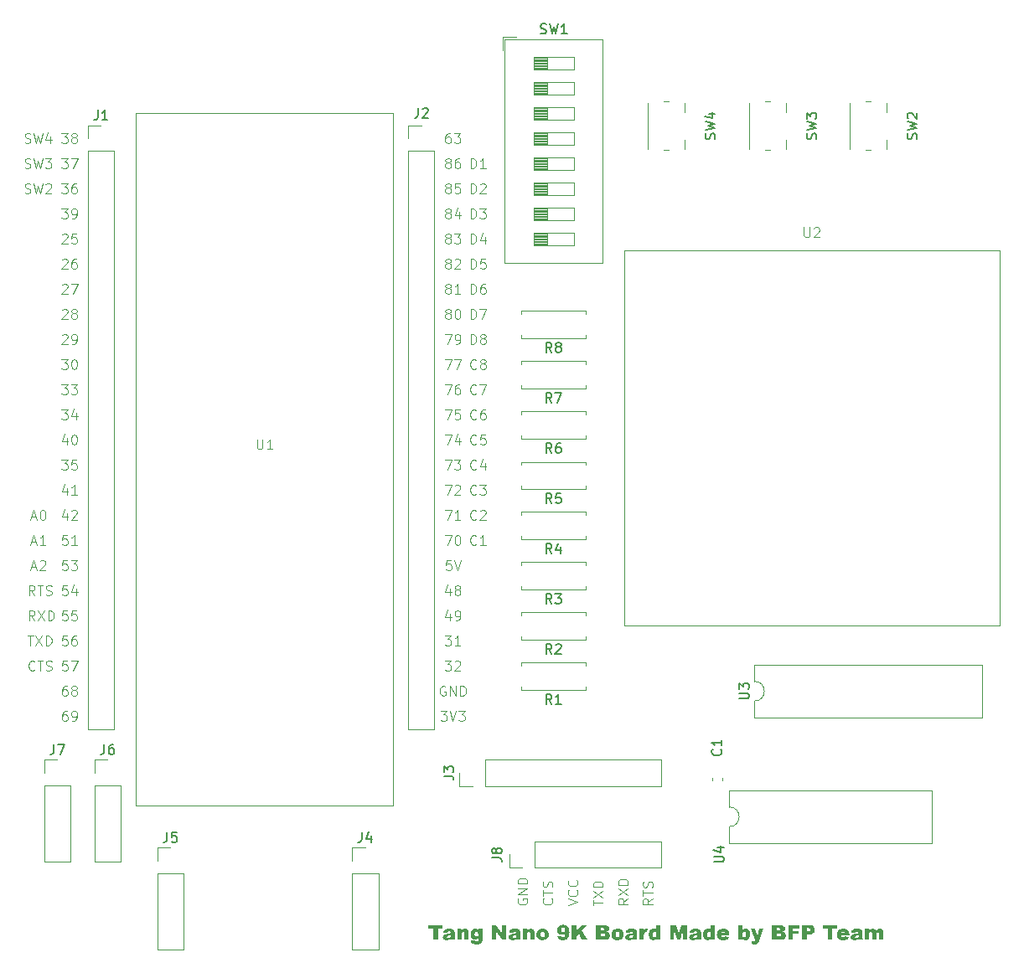
<source format=gbr>
%TF.GenerationSoftware,KiCad,Pcbnew,8.0.2*%
%TF.CreationDate,2024-08-26T11:56:27+09:00*%
%TF.ProjectId,FPGA_Board_v1,46504741-5f42-46f6-9172-645f76312e6b,rev?*%
%TF.SameCoordinates,Original*%
%TF.FileFunction,Legend,Top*%
%TF.FilePolarity,Positive*%
%FSLAX46Y46*%
G04 Gerber Fmt 4.6, Leading zero omitted, Abs format (unit mm)*
G04 Created by KiCad (PCBNEW 8.0.2) date 2024-08-26 11:56:27*
%MOMM*%
%LPD*%
G01*
G04 APERTURE LIST*
%ADD10C,0.100000*%
%ADD11C,0.150000*%
%ADD12C,0.120000*%
G04 APERTURE END LIST*
D10*
X103031027Y-102327419D02*
X103602455Y-102327419D01*
X103316741Y-103327419D02*
X103316741Y-102327419D01*
X103840551Y-102327419D02*
X104507217Y-103327419D01*
X104507217Y-102327419D02*
X103840551Y-103327419D01*
X104888170Y-103327419D02*
X104888170Y-102327419D01*
X104888170Y-102327419D02*
X105126265Y-102327419D01*
X105126265Y-102327419D02*
X105269122Y-102375038D01*
X105269122Y-102375038D02*
X105364360Y-102470276D01*
X105364360Y-102470276D02*
X105411979Y-102565514D01*
X105411979Y-102565514D02*
X105459598Y-102755990D01*
X105459598Y-102755990D02*
X105459598Y-102898847D01*
X105459598Y-102898847D02*
X105411979Y-103089323D01*
X105411979Y-103089323D02*
X105364360Y-103184561D01*
X105364360Y-103184561D02*
X105269122Y-103279800D01*
X105269122Y-103279800D02*
X105126265Y-103327419D01*
X105126265Y-103327419D02*
X104888170Y-103327419D01*
X145200476Y-76927419D02*
X145867142Y-76927419D01*
X145867142Y-76927419D02*
X145438571Y-77927419D01*
X146676666Y-76927419D02*
X146486190Y-76927419D01*
X146486190Y-76927419D02*
X146390952Y-76975038D01*
X146390952Y-76975038D02*
X146343333Y-77022657D01*
X146343333Y-77022657D02*
X146248095Y-77165514D01*
X146248095Y-77165514D02*
X146200476Y-77355990D01*
X146200476Y-77355990D02*
X146200476Y-77736942D01*
X146200476Y-77736942D02*
X146248095Y-77832180D01*
X146248095Y-77832180D02*
X146295714Y-77879800D01*
X146295714Y-77879800D02*
X146390952Y-77927419D01*
X146390952Y-77927419D02*
X146581428Y-77927419D01*
X146581428Y-77927419D02*
X146676666Y-77879800D01*
X146676666Y-77879800D02*
X146724285Y-77832180D01*
X146724285Y-77832180D02*
X146771904Y-77736942D01*
X146771904Y-77736942D02*
X146771904Y-77498847D01*
X146771904Y-77498847D02*
X146724285Y-77403609D01*
X146724285Y-77403609D02*
X146676666Y-77355990D01*
X146676666Y-77355990D02*
X146581428Y-77308371D01*
X146581428Y-77308371D02*
X146390952Y-77308371D01*
X146390952Y-77308371D02*
X146295714Y-77355990D01*
X146295714Y-77355990D02*
X146248095Y-77403609D01*
X146248095Y-77403609D02*
X146200476Y-77498847D01*
X107036904Y-94707419D02*
X106560714Y-94707419D01*
X106560714Y-94707419D02*
X106513095Y-95183609D01*
X106513095Y-95183609D02*
X106560714Y-95135990D01*
X106560714Y-95135990D02*
X106655952Y-95088371D01*
X106655952Y-95088371D02*
X106894047Y-95088371D01*
X106894047Y-95088371D02*
X106989285Y-95135990D01*
X106989285Y-95135990D02*
X107036904Y-95183609D01*
X107036904Y-95183609D02*
X107084523Y-95278847D01*
X107084523Y-95278847D02*
X107084523Y-95516942D01*
X107084523Y-95516942D02*
X107036904Y-95612180D01*
X107036904Y-95612180D02*
X106989285Y-95659800D01*
X106989285Y-95659800D02*
X106894047Y-95707419D01*
X106894047Y-95707419D02*
X106655952Y-95707419D01*
X106655952Y-95707419D02*
X106560714Y-95659800D01*
X106560714Y-95659800D02*
X106513095Y-95612180D01*
X107417857Y-94707419D02*
X108036904Y-94707419D01*
X108036904Y-94707419D02*
X107703571Y-95088371D01*
X107703571Y-95088371D02*
X107846428Y-95088371D01*
X107846428Y-95088371D02*
X107941666Y-95135990D01*
X107941666Y-95135990D02*
X107989285Y-95183609D01*
X107989285Y-95183609D02*
X108036904Y-95278847D01*
X108036904Y-95278847D02*
X108036904Y-95516942D01*
X108036904Y-95516942D02*
X107989285Y-95612180D01*
X107989285Y-95612180D02*
X107941666Y-95659800D01*
X107941666Y-95659800D02*
X107846428Y-95707419D01*
X107846428Y-95707419D02*
X107560714Y-95707419D01*
X107560714Y-95707419D02*
X107465476Y-95659800D01*
X107465476Y-95659800D02*
X107417857Y-95612180D01*
X106989285Y-87420752D02*
X106989285Y-88087419D01*
X106751190Y-87039800D02*
X106513095Y-87754085D01*
X106513095Y-87754085D02*
X107132142Y-87754085D01*
X108036904Y-88087419D02*
X107465476Y-88087419D01*
X107751190Y-88087419D02*
X107751190Y-87087419D01*
X107751190Y-87087419D02*
X107655952Y-87230276D01*
X107655952Y-87230276D02*
X107560714Y-87325514D01*
X107560714Y-87325514D02*
X107465476Y-87373133D01*
X148383333Y-85452180D02*
X148335714Y-85499800D01*
X148335714Y-85499800D02*
X148192857Y-85547419D01*
X148192857Y-85547419D02*
X148097619Y-85547419D01*
X148097619Y-85547419D02*
X147954762Y-85499800D01*
X147954762Y-85499800D02*
X147859524Y-85404561D01*
X147859524Y-85404561D02*
X147811905Y-85309323D01*
X147811905Y-85309323D02*
X147764286Y-85118847D01*
X147764286Y-85118847D02*
X147764286Y-84975990D01*
X147764286Y-84975990D02*
X147811905Y-84785514D01*
X147811905Y-84785514D02*
X147859524Y-84690276D01*
X147859524Y-84690276D02*
X147954762Y-84595038D01*
X147954762Y-84595038D02*
X148097619Y-84547419D01*
X148097619Y-84547419D02*
X148192857Y-84547419D01*
X148192857Y-84547419D02*
X148335714Y-84595038D01*
X148335714Y-84595038D02*
X148383333Y-84642657D01*
X149240476Y-84880752D02*
X149240476Y-85547419D01*
X149002381Y-84499800D02*
X148764286Y-85214085D01*
X148764286Y-85214085D02*
X149383333Y-85214085D01*
X147811905Y-57607419D02*
X147811905Y-56607419D01*
X147811905Y-56607419D02*
X148050000Y-56607419D01*
X148050000Y-56607419D02*
X148192857Y-56655038D01*
X148192857Y-56655038D02*
X148288095Y-56750276D01*
X148288095Y-56750276D02*
X148335714Y-56845514D01*
X148335714Y-56845514D02*
X148383333Y-57035990D01*
X148383333Y-57035990D02*
X148383333Y-57178847D01*
X148383333Y-57178847D02*
X148335714Y-57369323D01*
X148335714Y-57369323D02*
X148288095Y-57464561D01*
X148288095Y-57464561D02*
X148192857Y-57559800D01*
X148192857Y-57559800D02*
X148050000Y-57607419D01*
X148050000Y-57607419D02*
X147811905Y-57607419D01*
X148764286Y-56702657D02*
X148811905Y-56655038D01*
X148811905Y-56655038D02*
X148907143Y-56607419D01*
X148907143Y-56607419D02*
X149145238Y-56607419D01*
X149145238Y-56607419D02*
X149240476Y-56655038D01*
X149240476Y-56655038D02*
X149288095Y-56702657D01*
X149288095Y-56702657D02*
X149335714Y-56797895D01*
X149335714Y-56797895D02*
X149335714Y-56893133D01*
X149335714Y-56893133D02*
X149288095Y-57035990D01*
X149288095Y-57035990D02*
X148716667Y-57607419D01*
X148716667Y-57607419D02*
X149335714Y-57607419D01*
X145438571Y-59575990D02*
X145343333Y-59528371D01*
X145343333Y-59528371D02*
X145295714Y-59480752D01*
X145295714Y-59480752D02*
X145248095Y-59385514D01*
X145248095Y-59385514D02*
X145248095Y-59337895D01*
X145248095Y-59337895D02*
X145295714Y-59242657D01*
X145295714Y-59242657D02*
X145343333Y-59195038D01*
X145343333Y-59195038D02*
X145438571Y-59147419D01*
X145438571Y-59147419D02*
X145629047Y-59147419D01*
X145629047Y-59147419D02*
X145724285Y-59195038D01*
X145724285Y-59195038D02*
X145771904Y-59242657D01*
X145771904Y-59242657D02*
X145819523Y-59337895D01*
X145819523Y-59337895D02*
X145819523Y-59385514D01*
X145819523Y-59385514D02*
X145771904Y-59480752D01*
X145771904Y-59480752D02*
X145724285Y-59528371D01*
X145724285Y-59528371D02*
X145629047Y-59575990D01*
X145629047Y-59575990D02*
X145438571Y-59575990D01*
X145438571Y-59575990D02*
X145343333Y-59623609D01*
X145343333Y-59623609D02*
X145295714Y-59671228D01*
X145295714Y-59671228D02*
X145248095Y-59766466D01*
X145248095Y-59766466D02*
X145248095Y-59956942D01*
X145248095Y-59956942D02*
X145295714Y-60052180D01*
X145295714Y-60052180D02*
X145343333Y-60099800D01*
X145343333Y-60099800D02*
X145438571Y-60147419D01*
X145438571Y-60147419D02*
X145629047Y-60147419D01*
X145629047Y-60147419D02*
X145724285Y-60099800D01*
X145724285Y-60099800D02*
X145771904Y-60052180D01*
X145771904Y-60052180D02*
X145819523Y-59956942D01*
X145819523Y-59956942D02*
X145819523Y-59766466D01*
X145819523Y-59766466D02*
X145771904Y-59671228D01*
X145771904Y-59671228D02*
X145724285Y-59623609D01*
X145724285Y-59623609D02*
X145629047Y-59575990D01*
X146676666Y-59480752D02*
X146676666Y-60147419D01*
X146438571Y-59099800D02*
X146200476Y-59814085D01*
X146200476Y-59814085D02*
X146819523Y-59814085D01*
X106465476Y-79467419D02*
X107084523Y-79467419D01*
X107084523Y-79467419D02*
X106751190Y-79848371D01*
X106751190Y-79848371D02*
X106894047Y-79848371D01*
X106894047Y-79848371D02*
X106989285Y-79895990D01*
X106989285Y-79895990D02*
X107036904Y-79943609D01*
X107036904Y-79943609D02*
X107084523Y-80038847D01*
X107084523Y-80038847D02*
X107084523Y-80276942D01*
X107084523Y-80276942D02*
X107036904Y-80372180D01*
X107036904Y-80372180D02*
X106989285Y-80419800D01*
X106989285Y-80419800D02*
X106894047Y-80467419D01*
X106894047Y-80467419D02*
X106608333Y-80467419D01*
X106608333Y-80467419D02*
X106513095Y-80419800D01*
X106513095Y-80419800D02*
X106465476Y-80372180D01*
X107941666Y-79800752D02*
X107941666Y-80467419D01*
X107703571Y-79419800D02*
X107465476Y-80134085D01*
X107465476Y-80134085D02*
X108084523Y-80134085D01*
X163702419Y-128902782D02*
X163226228Y-129236115D01*
X163702419Y-129474210D02*
X162702419Y-129474210D01*
X162702419Y-129474210D02*
X162702419Y-129093258D01*
X162702419Y-129093258D02*
X162750038Y-128998020D01*
X162750038Y-128998020D02*
X162797657Y-128950401D01*
X162797657Y-128950401D02*
X162892895Y-128902782D01*
X162892895Y-128902782D02*
X163035752Y-128902782D01*
X163035752Y-128902782D02*
X163130990Y-128950401D01*
X163130990Y-128950401D02*
X163178609Y-128998020D01*
X163178609Y-128998020D02*
X163226228Y-129093258D01*
X163226228Y-129093258D02*
X163226228Y-129474210D01*
X162702419Y-128569448D02*
X163702419Y-127902782D01*
X162702419Y-127902782D02*
X163702419Y-128569448D01*
X163702419Y-127521829D02*
X162702419Y-127521829D01*
X162702419Y-127521829D02*
X162702419Y-127283734D01*
X162702419Y-127283734D02*
X162750038Y-127140877D01*
X162750038Y-127140877D02*
X162845276Y-127045639D01*
X162845276Y-127045639D02*
X162940514Y-126998020D01*
X162940514Y-126998020D02*
X163130990Y-126950401D01*
X163130990Y-126950401D02*
X163273847Y-126950401D01*
X163273847Y-126950401D02*
X163464323Y-126998020D01*
X163464323Y-126998020D02*
X163559561Y-127045639D01*
X163559561Y-127045639D02*
X163654800Y-127140877D01*
X163654800Y-127140877D02*
X163702419Y-127283734D01*
X163702419Y-127283734D02*
X163702419Y-127521829D01*
X106989285Y-109947419D02*
X106798809Y-109947419D01*
X106798809Y-109947419D02*
X106703571Y-109995038D01*
X106703571Y-109995038D02*
X106655952Y-110042657D01*
X106655952Y-110042657D02*
X106560714Y-110185514D01*
X106560714Y-110185514D02*
X106513095Y-110375990D01*
X106513095Y-110375990D02*
X106513095Y-110756942D01*
X106513095Y-110756942D02*
X106560714Y-110852180D01*
X106560714Y-110852180D02*
X106608333Y-110899800D01*
X106608333Y-110899800D02*
X106703571Y-110947419D01*
X106703571Y-110947419D02*
X106894047Y-110947419D01*
X106894047Y-110947419D02*
X106989285Y-110899800D01*
X106989285Y-110899800D02*
X107036904Y-110852180D01*
X107036904Y-110852180D02*
X107084523Y-110756942D01*
X107084523Y-110756942D02*
X107084523Y-110518847D01*
X107084523Y-110518847D02*
X107036904Y-110423609D01*
X107036904Y-110423609D02*
X106989285Y-110375990D01*
X106989285Y-110375990D02*
X106894047Y-110328371D01*
X106894047Y-110328371D02*
X106703571Y-110328371D01*
X106703571Y-110328371D02*
X106608333Y-110375990D01*
X106608333Y-110375990D02*
X106560714Y-110423609D01*
X106560714Y-110423609D02*
X106513095Y-110518847D01*
X107560714Y-110947419D02*
X107751190Y-110947419D01*
X107751190Y-110947419D02*
X107846428Y-110899800D01*
X107846428Y-110899800D02*
X107894047Y-110852180D01*
X107894047Y-110852180D02*
X107989285Y-110709323D01*
X107989285Y-110709323D02*
X108036904Y-110518847D01*
X108036904Y-110518847D02*
X108036904Y-110137895D01*
X108036904Y-110137895D02*
X107989285Y-110042657D01*
X107989285Y-110042657D02*
X107941666Y-109995038D01*
X107941666Y-109995038D02*
X107846428Y-109947419D01*
X107846428Y-109947419D02*
X107655952Y-109947419D01*
X107655952Y-109947419D02*
X107560714Y-109995038D01*
X107560714Y-109995038D02*
X107513095Y-110042657D01*
X107513095Y-110042657D02*
X107465476Y-110137895D01*
X107465476Y-110137895D02*
X107465476Y-110375990D01*
X107465476Y-110375990D02*
X107513095Y-110471228D01*
X107513095Y-110471228D02*
X107560714Y-110518847D01*
X107560714Y-110518847D02*
X107655952Y-110566466D01*
X107655952Y-110566466D02*
X107846428Y-110566466D01*
X107846428Y-110566466D02*
X107941666Y-110518847D01*
X107941666Y-110518847D02*
X107989285Y-110471228D01*
X107989285Y-110471228D02*
X108036904Y-110375990D01*
X102766667Y-55019800D02*
X102909524Y-55067419D01*
X102909524Y-55067419D02*
X103147619Y-55067419D01*
X103147619Y-55067419D02*
X103242857Y-55019800D01*
X103242857Y-55019800D02*
X103290476Y-54972180D01*
X103290476Y-54972180D02*
X103338095Y-54876942D01*
X103338095Y-54876942D02*
X103338095Y-54781704D01*
X103338095Y-54781704D02*
X103290476Y-54686466D01*
X103290476Y-54686466D02*
X103242857Y-54638847D01*
X103242857Y-54638847D02*
X103147619Y-54591228D01*
X103147619Y-54591228D02*
X102957143Y-54543609D01*
X102957143Y-54543609D02*
X102861905Y-54495990D01*
X102861905Y-54495990D02*
X102814286Y-54448371D01*
X102814286Y-54448371D02*
X102766667Y-54353133D01*
X102766667Y-54353133D02*
X102766667Y-54257895D01*
X102766667Y-54257895D02*
X102814286Y-54162657D01*
X102814286Y-54162657D02*
X102861905Y-54115038D01*
X102861905Y-54115038D02*
X102957143Y-54067419D01*
X102957143Y-54067419D02*
X103195238Y-54067419D01*
X103195238Y-54067419D02*
X103338095Y-54115038D01*
X103671429Y-54067419D02*
X103909524Y-55067419D01*
X103909524Y-55067419D02*
X104100000Y-54353133D01*
X104100000Y-54353133D02*
X104290476Y-55067419D01*
X104290476Y-55067419D02*
X104528572Y-54067419D01*
X104814286Y-54067419D02*
X105433333Y-54067419D01*
X105433333Y-54067419D02*
X105100000Y-54448371D01*
X105100000Y-54448371D02*
X105242857Y-54448371D01*
X105242857Y-54448371D02*
X105338095Y-54495990D01*
X105338095Y-54495990D02*
X105385714Y-54543609D01*
X105385714Y-54543609D02*
X105433333Y-54638847D01*
X105433333Y-54638847D02*
X105433333Y-54876942D01*
X105433333Y-54876942D02*
X105385714Y-54972180D01*
X105385714Y-54972180D02*
X105338095Y-55019800D01*
X105338095Y-55019800D02*
X105242857Y-55067419D01*
X105242857Y-55067419D02*
X104957143Y-55067419D01*
X104957143Y-55067419D02*
X104861905Y-55019800D01*
X104861905Y-55019800D02*
X104814286Y-54972180D01*
X148383333Y-90532180D02*
X148335714Y-90579800D01*
X148335714Y-90579800D02*
X148192857Y-90627419D01*
X148192857Y-90627419D02*
X148097619Y-90627419D01*
X148097619Y-90627419D02*
X147954762Y-90579800D01*
X147954762Y-90579800D02*
X147859524Y-90484561D01*
X147859524Y-90484561D02*
X147811905Y-90389323D01*
X147811905Y-90389323D02*
X147764286Y-90198847D01*
X147764286Y-90198847D02*
X147764286Y-90055990D01*
X147764286Y-90055990D02*
X147811905Y-89865514D01*
X147811905Y-89865514D02*
X147859524Y-89770276D01*
X147859524Y-89770276D02*
X147954762Y-89675038D01*
X147954762Y-89675038D02*
X148097619Y-89627419D01*
X148097619Y-89627419D02*
X148192857Y-89627419D01*
X148192857Y-89627419D02*
X148335714Y-89675038D01*
X148335714Y-89675038D02*
X148383333Y-89722657D01*
X148764286Y-89722657D02*
X148811905Y-89675038D01*
X148811905Y-89675038D02*
X148907143Y-89627419D01*
X148907143Y-89627419D02*
X149145238Y-89627419D01*
X149145238Y-89627419D02*
X149240476Y-89675038D01*
X149240476Y-89675038D02*
X149288095Y-89722657D01*
X149288095Y-89722657D02*
X149335714Y-89817895D01*
X149335714Y-89817895D02*
X149335714Y-89913133D01*
X149335714Y-89913133D02*
X149288095Y-90055990D01*
X149288095Y-90055990D02*
X148716667Y-90627419D01*
X148716667Y-90627419D02*
X149335714Y-90627419D01*
X147811905Y-70307419D02*
X147811905Y-69307419D01*
X147811905Y-69307419D02*
X148050000Y-69307419D01*
X148050000Y-69307419D02*
X148192857Y-69355038D01*
X148192857Y-69355038D02*
X148288095Y-69450276D01*
X148288095Y-69450276D02*
X148335714Y-69545514D01*
X148335714Y-69545514D02*
X148383333Y-69735990D01*
X148383333Y-69735990D02*
X148383333Y-69878847D01*
X148383333Y-69878847D02*
X148335714Y-70069323D01*
X148335714Y-70069323D02*
X148288095Y-70164561D01*
X148288095Y-70164561D02*
X148192857Y-70259800D01*
X148192857Y-70259800D02*
X148050000Y-70307419D01*
X148050000Y-70307419D02*
X147811905Y-70307419D01*
X148716667Y-69307419D02*
X149383333Y-69307419D01*
X149383333Y-69307419D02*
X148954762Y-70307419D01*
X160162419Y-129617067D02*
X160162419Y-129045639D01*
X161162419Y-129331353D02*
X160162419Y-129331353D01*
X160162419Y-128807543D02*
X161162419Y-128140877D01*
X160162419Y-128140877D02*
X161162419Y-128807543D01*
X161162419Y-127759924D02*
X160162419Y-127759924D01*
X160162419Y-127759924D02*
X160162419Y-127521829D01*
X160162419Y-127521829D02*
X160210038Y-127378972D01*
X160210038Y-127378972D02*
X160305276Y-127283734D01*
X160305276Y-127283734D02*
X160400514Y-127236115D01*
X160400514Y-127236115D02*
X160590990Y-127188496D01*
X160590990Y-127188496D02*
X160733847Y-127188496D01*
X160733847Y-127188496D02*
X160924323Y-127236115D01*
X160924323Y-127236115D02*
X161019561Y-127283734D01*
X161019561Y-127283734D02*
X161114800Y-127378972D01*
X161114800Y-127378972D02*
X161162419Y-127521829D01*
X161162419Y-127521829D02*
X161162419Y-127759924D01*
X106465476Y-51527419D02*
X107084523Y-51527419D01*
X107084523Y-51527419D02*
X106751190Y-51908371D01*
X106751190Y-51908371D02*
X106894047Y-51908371D01*
X106894047Y-51908371D02*
X106989285Y-51955990D01*
X106989285Y-51955990D02*
X107036904Y-52003609D01*
X107036904Y-52003609D02*
X107084523Y-52098847D01*
X107084523Y-52098847D02*
X107084523Y-52336942D01*
X107084523Y-52336942D02*
X107036904Y-52432180D01*
X107036904Y-52432180D02*
X106989285Y-52479800D01*
X106989285Y-52479800D02*
X106894047Y-52527419D01*
X106894047Y-52527419D02*
X106608333Y-52527419D01*
X106608333Y-52527419D02*
X106513095Y-52479800D01*
X106513095Y-52479800D02*
X106465476Y-52432180D01*
X107655952Y-51955990D02*
X107560714Y-51908371D01*
X107560714Y-51908371D02*
X107513095Y-51860752D01*
X107513095Y-51860752D02*
X107465476Y-51765514D01*
X107465476Y-51765514D02*
X107465476Y-51717895D01*
X107465476Y-51717895D02*
X107513095Y-51622657D01*
X107513095Y-51622657D02*
X107560714Y-51575038D01*
X107560714Y-51575038D02*
X107655952Y-51527419D01*
X107655952Y-51527419D02*
X107846428Y-51527419D01*
X107846428Y-51527419D02*
X107941666Y-51575038D01*
X107941666Y-51575038D02*
X107989285Y-51622657D01*
X107989285Y-51622657D02*
X108036904Y-51717895D01*
X108036904Y-51717895D02*
X108036904Y-51765514D01*
X108036904Y-51765514D02*
X107989285Y-51860752D01*
X107989285Y-51860752D02*
X107941666Y-51908371D01*
X107941666Y-51908371D02*
X107846428Y-51955990D01*
X107846428Y-51955990D02*
X107655952Y-51955990D01*
X107655952Y-51955990D02*
X107560714Y-52003609D01*
X107560714Y-52003609D02*
X107513095Y-52051228D01*
X107513095Y-52051228D02*
X107465476Y-52146466D01*
X107465476Y-52146466D02*
X107465476Y-52336942D01*
X107465476Y-52336942D02*
X107513095Y-52432180D01*
X107513095Y-52432180D02*
X107560714Y-52479800D01*
X107560714Y-52479800D02*
X107655952Y-52527419D01*
X107655952Y-52527419D02*
X107846428Y-52527419D01*
X107846428Y-52527419D02*
X107941666Y-52479800D01*
X107941666Y-52479800D02*
X107989285Y-52432180D01*
X107989285Y-52432180D02*
X108036904Y-52336942D01*
X108036904Y-52336942D02*
X108036904Y-52146466D01*
X108036904Y-52146466D02*
X107989285Y-52051228D01*
X107989285Y-52051228D02*
X107941666Y-52003609D01*
X107941666Y-52003609D02*
X107846428Y-51955990D01*
X145200476Y-92167419D02*
X145867142Y-92167419D01*
X145867142Y-92167419D02*
X145438571Y-93167419D01*
X146438571Y-92167419D02*
X146533809Y-92167419D01*
X146533809Y-92167419D02*
X146629047Y-92215038D01*
X146629047Y-92215038D02*
X146676666Y-92262657D01*
X146676666Y-92262657D02*
X146724285Y-92357895D01*
X146724285Y-92357895D02*
X146771904Y-92548371D01*
X146771904Y-92548371D02*
X146771904Y-92786466D01*
X146771904Y-92786466D02*
X146724285Y-92976942D01*
X146724285Y-92976942D02*
X146676666Y-93072180D01*
X146676666Y-93072180D02*
X146629047Y-93119800D01*
X146629047Y-93119800D02*
X146533809Y-93167419D01*
X146533809Y-93167419D02*
X146438571Y-93167419D01*
X146438571Y-93167419D02*
X146343333Y-93119800D01*
X146343333Y-93119800D02*
X146295714Y-93072180D01*
X146295714Y-93072180D02*
X146248095Y-92976942D01*
X146248095Y-92976942D02*
X146200476Y-92786466D01*
X146200476Y-92786466D02*
X146200476Y-92548371D01*
X146200476Y-92548371D02*
X146248095Y-92357895D01*
X146248095Y-92357895D02*
X146295714Y-92262657D01*
X146295714Y-92262657D02*
X146343333Y-92215038D01*
X146343333Y-92215038D02*
X146438571Y-92167419D01*
G36*
X143558360Y-131594371D02*
G01*
X144977288Y-131594371D01*
X144977288Y-131946081D01*
X144501381Y-131946081D01*
X144501381Y-133095000D01*
X144034633Y-133095000D01*
X144034633Y-131946081D01*
X143558360Y-131946081D01*
X143558360Y-131594371D01*
G37*
G36*
X145672501Y-131970545D02*
G01*
X145754057Y-131974197D01*
X145834695Y-131981481D01*
X145896496Y-131990778D01*
X145970788Y-132010841D01*
X146041465Y-132045171D01*
X146087372Y-132079438D01*
X146135183Y-132135766D01*
X146169690Y-132206375D01*
X146171636Y-132211695D01*
X146192924Y-132284915D01*
X146202503Y-132360097D01*
X146202777Y-132374727D01*
X146202777Y-132860893D01*
X146205791Y-132937606D01*
X146212302Y-132982526D01*
X146236813Y-133054578D01*
X146255167Y-133095000D01*
X145861692Y-133095000D01*
X145830551Y-133029787D01*
X145816263Y-132959078D01*
X145759720Y-133008411D01*
X145698334Y-133050082D01*
X145652498Y-133073018D01*
X145579382Y-133096974D01*
X145499254Y-133112058D01*
X145421144Y-133118048D01*
X145393845Y-133118447D01*
X145312615Y-133114274D01*
X145230859Y-133099288D01*
X145160918Y-133073402D01*
X145096357Y-133031252D01*
X145042840Y-132972748D01*
X145009145Y-132906230D01*
X144995270Y-132831698D01*
X144994874Y-132815830D01*
X144998606Y-132782491D01*
X145415460Y-132782491D01*
X145443744Y-132850264D01*
X145449898Y-132855764D01*
X145519897Y-132882211D01*
X145551381Y-132883974D01*
X145626974Y-132874236D01*
X145681441Y-132853199D01*
X145743265Y-132809579D01*
X145767170Y-132778461D01*
X145789980Y-132704866D01*
X145792449Y-132663056D01*
X145792449Y-132602606D01*
X145720989Y-132624201D01*
X145647111Y-132643740D01*
X145612198Y-132652065D01*
X145535419Y-132673093D01*
X145466581Y-132701348D01*
X145450631Y-132712515D01*
X145415597Y-132777624D01*
X145415460Y-132782491D01*
X144998606Y-132782491D01*
X145003532Y-132738488D01*
X145032727Y-132665570D01*
X145068147Y-132618726D01*
X145132946Y-132570256D01*
X145207794Y-132537553D01*
X145279594Y-132516446D01*
X145338157Y-132503688D01*
X145420800Y-132487480D01*
X145502467Y-132471014D01*
X145576352Y-132455414D01*
X145644071Y-132439574D01*
X145716154Y-132418416D01*
X145787557Y-132393424D01*
X145792449Y-132391580D01*
X145782364Y-132318628D01*
X145760575Y-132282404D01*
X145689585Y-132253388D01*
X145648101Y-132250896D01*
X145572921Y-132256822D01*
X145500153Y-132282452D01*
X145493496Y-132286800D01*
X145447552Y-132344487D01*
X145428649Y-132391580D01*
X145027847Y-132344685D01*
X145045801Y-132270225D01*
X145073047Y-132197407D01*
X145093060Y-132160771D01*
X145141537Y-132101598D01*
X145201743Y-132053633D01*
X145216524Y-132044267D01*
X145284943Y-132012485D01*
X145356584Y-131992731D01*
X145375160Y-131988946D01*
X145453264Y-131977113D01*
X145528843Y-131971064D01*
X145593513Y-131969528D01*
X145672501Y-131970545D01*
G37*
G36*
X146446043Y-131992976D02*
G01*
X146836587Y-131992976D01*
X146836587Y-132171762D01*
X146885985Y-132115482D01*
X146941212Y-132064506D01*
X147002374Y-132022482D01*
X147013541Y-132016423D01*
X147086373Y-131987847D01*
X147162821Y-131973238D01*
X147232260Y-131969528D01*
X147314532Y-131976054D01*
X147387324Y-131995632D01*
X147457884Y-132033258D01*
X147504469Y-132073942D01*
X147552109Y-132141453D01*
X147581367Y-132216546D01*
X147596862Y-132293898D01*
X147602636Y-132368851D01*
X147603021Y-132395610D01*
X147603021Y-133095000D01*
X147181702Y-133095000D01*
X147181702Y-132487934D01*
X147175414Y-132413493D01*
X147145944Y-132343761D01*
X147143600Y-132341022D01*
X147080338Y-132302899D01*
X147036622Y-132297791D01*
X146963720Y-132314231D01*
X146912791Y-132356043D01*
X146880484Y-132424685D01*
X146867791Y-132503411D01*
X146865530Y-132564870D01*
X146865530Y-133095000D01*
X146446043Y-133095000D01*
X146446043Y-131992976D01*
G37*
G36*
X148316547Y-131973464D02*
G01*
X148389315Y-131986884D01*
X148451521Y-132009829D01*
X148517278Y-132050982D01*
X148574757Y-132104425D01*
X148606859Y-132142452D01*
X148606859Y-131992976D01*
X148999602Y-131992976D01*
X148999602Y-133032718D01*
X149000701Y-133081444D01*
X148994518Y-133157814D01*
X148975971Y-133231401D01*
X148956737Y-133278914D01*
X148919918Y-133344207D01*
X148870727Y-133403546D01*
X148840233Y-133430589D01*
X148774825Y-133472538D01*
X148702963Y-133501706D01*
X148655952Y-133514487D01*
X148582930Y-133528204D01*
X148503539Y-133536841D01*
X148426642Y-133540270D01*
X148399863Y-133540498D01*
X148320660Y-133538941D01*
X148230736Y-133532616D01*
X148150902Y-133521425D01*
X148068418Y-133501572D01*
X147990550Y-133469555D01*
X147947037Y-133440847D01*
X147893182Y-133386969D01*
X147850987Y-133316229D01*
X147829829Y-133244347D01*
X147823939Y-133174501D01*
X147826137Y-133118447D01*
X148232801Y-133165341D01*
X148274231Y-133228321D01*
X148280062Y-133232020D01*
X148351229Y-133255927D01*
X148396566Y-133259131D01*
X148471603Y-133248988D01*
X148532121Y-133212969D01*
X148567282Y-133144380D01*
X148577008Y-133065557D01*
X148577184Y-133051402D01*
X148577184Y-132893133D01*
X148523008Y-132948461D01*
X148461092Y-132993318D01*
X148453353Y-132997547D01*
X148384996Y-133026331D01*
X148312916Y-133043168D01*
X148244159Y-133048105D01*
X148164839Y-133041343D01*
X148091471Y-133021057D01*
X148024052Y-132987247D01*
X147962585Y-132939913D01*
X147907068Y-132879055D01*
X147889884Y-132855764D01*
X147852483Y-132791788D01*
X147824268Y-132719432D01*
X147805239Y-132638696D01*
X147796240Y-132562824D01*
X147794718Y-132518709D01*
X148212285Y-132518709D01*
X148218259Y-132597691D01*
X148240724Y-132671276D01*
X148262843Y-132705921D01*
X148321370Y-132751533D01*
X148395833Y-132766737D01*
X148467641Y-132750983D01*
X148526992Y-132703722D01*
X148563306Y-132636062D01*
X148578247Y-132558645D01*
X148580115Y-132513213D01*
X148574676Y-132439396D01*
X148553794Y-132366307D01*
X148524427Y-132318307D01*
X148466827Y-132269921D01*
X148393497Y-132250962D01*
X148388506Y-132250896D01*
X148316332Y-132266467D01*
X148260279Y-132313178D01*
X148227470Y-132382992D01*
X148214581Y-132459786D01*
X148212285Y-132518709D01*
X147794718Y-132518709D01*
X147793897Y-132494895D01*
X147796911Y-132417731D01*
X147808486Y-132332998D01*
X147828742Y-132256843D01*
X147857679Y-132189266D01*
X147902411Y-132121268D01*
X147917362Y-132103984D01*
X147975184Y-132051594D01*
X148040300Y-132012071D01*
X148112708Y-131985416D01*
X148192410Y-131971629D01*
X148241228Y-131969528D01*
X148316547Y-131973464D01*
G37*
G36*
X149976329Y-131594371D02*
G01*
X150412302Y-131594371D01*
X150981266Y-132439940D01*
X150981266Y-131594371D01*
X151420903Y-131594371D01*
X151420903Y-133095000D01*
X150981266Y-133095000D01*
X150415233Y-132253827D01*
X150415233Y-133095000D01*
X149976329Y-133095000D01*
X149976329Y-131594371D01*
G37*
G36*
X152319814Y-131970545D02*
G01*
X152401370Y-131974197D01*
X152482009Y-131981481D01*
X152543810Y-131990778D01*
X152618101Y-132010841D01*
X152688778Y-132045171D01*
X152734685Y-132079438D01*
X152782496Y-132135766D01*
X152817004Y-132206375D01*
X152818949Y-132211695D01*
X152840237Y-132284915D01*
X152849817Y-132360097D01*
X152850090Y-132374727D01*
X152850090Y-132860893D01*
X152853104Y-132937606D01*
X152859616Y-132982526D01*
X152884126Y-133054578D01*
X152902480Y-133095000D01*
X152509005Y-133095000D01*
X152477864Y-133029787D01*
X152463576Y-132959078D01*
X152407034Y-133008411D01*
X152345648Y-133050082D01*
X152299811Y-133073018D01*
X152226696Y-133096974D01*
X152146568Y-133112058D01*
X152068457Y-133118048D01*
X152041158Y-133118447D01*
X151959929Y-133114274D01*
X151878172Y-133099288D01*
X151808231Y-133073402D01*
X151743670Y-133031252D01*
X151690154Y-132972748D01*
X151656458Y-132906230D01*
X151642584Y-132831698D01*
X151642187Y-132815830D01*
X151645919Y-132782491D01*
X152062773Y-132782491D01*
X152091057Y-132850264D01*
X152097212Y-132855764D01*
X152167210Y-132882211D01*
X152198695Y-132883974D01*
X152274287Y-132874236D01*
X152328754Y-132853199D01*
X152390578Y-132809579D01*
X152414483Y-132778461D01*
X152437294Y-132704866D01*
X152439762Y-132663056D01*
X152439762Y-132602606D01*
X152368303Y-132624201D01*
X152294424Y-132643740D01*
X152259511Y-132652065D01*
X152182732Y-132673093D01*
X152113894Y-132701348D01*
X152097944Y-132712515D01*
X152062911Y-132777624D01*
X152062773Y-132782491D01*
X151645919Y-132782491D01*
X151650845Y-132738488D01*
X151680040Y-132665570D01*
X151715460Y-132618726D01*
X151780259Y-132570256D01*
X151855108Y-132537553D01*
X151926908Y-132516446D01*
X151985471Y-132503688D01*
X152068113Y-132487480D01*
X152149780Y-132471014D01*
X152223666Y-132455414D01*
X152291385Y-132439574D01*
X152363467Y-132418416D01*
X152434870Y-132393424D01*
X152439762Y-132391580D01*
X152429677Y-132318628D01*
X152407889Y-132282404D01*
X152336898Y-132253388D01*
X152295415Y-132250896D01*
X152220234Y-132256822D01*
X152147467Y-132282452D01*
X152140809Y-132286800D01*
X152094865Y-132344487D01*
X152075963Y-132391580D01*
X151675160Y-132344685D01*
X151693114Y-132270225D01*
X151720360Y-132197407D01*
X151740373Y-132160771D01*
X151788850Y-132101598D01*
X151849057Y-132053633D01*
X151863838Y-132044267D01*
X151932256Y-132012485D01*
X152003897Y-131992731D01*
X152022473Y-131988946D01*
X152100578Y-131977113D01*
X152176156Y-131971064D01*
X152240826Y-131969528D01*
X152319814Y-131970545D01*
G37*
G36*
X153093356Y-131992976D02*
G01*
X153483900Y-131992976D01*
X153483900Y-132171762D01*
X153533298Y-132115482D01*
X153588525Y-132064506D01*
X153649687Y-132022482D01*
X153660854Y-132016423D01*
X153733686Y-131987847D01*
X153810135Y-131973238D01*
X153879574Y-131969528D01*
X153961845Y-131976054D01*
X154034637Y-131995632D01*
X154105197Y-132033258D01*
X154151782Y-132073942D01*
X154199422Y-132141453D01*
X154228680Y-132216546D01*
X154244175Y-132293898D01*
X154249949Y-132368851D01*
X154250334Y-132395610D01*
X154250334Y-133095000D01*
X153829016Y-133095000D01*
X153829016Y-132487934D01*
X153822727Y-132413493D01*
X153793258Y-132343761D01*
X153790914Y-132341022D01*
X153727651Y-132302899D01*
X153683935Y-132297791D01*
X153611034Y-132314231D01*
X153560104Y-132356043D01*
X153527797Y-132424685D01*
X153515105Y-132503411D01*
X153512843Y-132564870D01*
X153512843Y-133095000D01*
X153093356Y-133095000D01*
X153093356Y-131992976D01*
G37*
G36*
X155146605Y-131972522D02*
G01*
X155221223Y-131981504D01*
X155307427Y-132001151D01*
X155385779Y-132030155D01*
X155456277Y-132068514D01*
X155518922Y-132116229D01*
X155563384Y-132161137D01*
X155609327Y-132221488D01*
X155645764Y-132286863D01*
X155672697Y-132357261D01*
X155690123Y-132432682D01*
X155698044Y-132513126D01*
X155698572Y-132541057D01*
X155694485Y-132618047D01*
X155682222Y-132690565D01*
X155656715Y-132771683D01*
X155619436Y-132846361D01*
X155570385Y-132914599D01*
X155531144Y-132956514D01*
X155463837Y-133011546D01*
X155387489Y-133055192D01*
X155316959Y-133082866D01*
X155240149Y-133102633D01*
X155157061Y-133114493D01*
X155067693Y-133118447D01*
X154987730Y-133115164D01*
X154912704Y-133105316D01*
X154829190Y-133084833D01*
X154752786Y-133054895D01*
X154683492Y-133015504D01*
X154641245Y-132983991D01*
X154583618Y-132929367D01*
X154535758Y-132869681D01*
X154497665Y-132804932D01*
X154469340Y-132735121D01*
X154450782Y-132660247D01*
X154441992Y-132580311D01*
X154441210Y-132546919D01*
X154441388Y-132543621D01*
X154861796Y-132543621D01*
X154866462Y-132621735D01*
X154882591Y-132694049D01*
X154917152Y-132760707D01*
X154920781Y-132765272D01*
X154978534Y-132814359D01*
X155053329Y-132836448D01*
X155069891Y-132837079D01*
X155142901Y-132823545D01*
X155207430Y-132779007D01*
X155218635Y-132766371D01*
X155254132Y-132701284D01*
X155271198Y-132628626D01*
X155276830Y-132548919D01*
X155276887Y-132539225D01*
X155272221Y-132463117D01*
X155253846Y-132386153D01*
X155217903Y-132322337D01*
X155161282Y-132273501D01*
X155088789Y-132251524D01*
X155072822Y-132250896D01*
X154998781Y-132264781D01*
X154936941Y-132306435D01*
X154921514Y-132323436D01*
X154885124Y-132388231D01*
X154866520Y-132466364D01*
X154861796Y-132543621D01*
X154441388Y-132543621D01*
X154445334Y-132470535D01*
X154461167Y-132384565D01*
X154488877Y-132304804D01*
X154528461Y-132231250D01*
X154579921Y-132163905D01*
X154610104Y-132132561D01*
X154677737Y-132077155D01*
X154753690Y-132033213D01*
X154823341Y-132005351D01*
X154898769Y-131985450D01*
X154979976Y-131973509D01*
X155066960Y-131969528D01*
X155146605Y-131972522D01*
G37*
G36*
X157201220Y-131573642D02*
G01*
X157276795Y-131581795D01*
X157356990Y-131598176D01*
X157428595Y-131621956D01*
X157483133Y-131648227D01*
X157548185Y-131692374D01*
X157606323Y-131747878D01*
X157651520Y-131805761D01*
X157691424Y-131872339D01*
X157701852Y-131892958D01*
X157733829Y-131971540D01*
X157754987Y-132047129D01*
X157770374Y-132130316D01*
X157778789Y-132205444D01*
X157783197Y-132285849D01*
X157783918Y-132336625D01*
X157782404Y-132410694D01*
X157775678Y-132503522D01*
X157763571Y-132589571D01*
X157746083Y-132668843D01*
X157723214Y-132741338D01*
X157687060Y-132822424D01*
X157642499Y-132892921D01*
X157611727Y-132930136D01*
X157554776Y-132984385D01*
X157491313Y-133029440D01*
X157421339Y-133065300D01*
X157344853Y-133091966D01*
X157261856Y-133109436D01*
X157172347Y-133117711D01*
X157134720Y-133118447D01*
X157059507Y-133116396D01*
X156982479Y-133109028D01*
X156907208Y-133094335D01*
X156850422Y-133075582D01*
X156783002Y-133041185D01*
X156723807Y-132997438D01*
X156677131Y-132949553D01*
X156633545Y-132887737D01*
X156597492Y-132816138D01*
X156571252Y-132742557D01*
X156988541Y-132696395D01*
X157012468Y-132765708D01*
X157044228Y-132805572D01*
X157112716Y-132835110D01*
X157139849Y-132837079D01*
X157214630Y-132820270D01*
X157274657Y-132769843D01*
X157297386Y-132735230D01*
X157323380Y-132663768D01*
X157339186Y-132586889D01*
X157350874Y-132502414D01*
X157359302Y-132417226D01*
X157307148Y-132469624D01*
X157249068Y-132514738D01*
X157204696Y-132540324D01*
X157130685Y-132566871D01*
X157053420Y-132578210D01*
X157021514Y-132579159D01*
X156947630Y-132574213D01*
X156867064Y-132555940D01*
X156792565Y-132524204D01*
X156724131Y-132479004D01*
X156678963Y-132438475D01*
X156624574Y-132373367D01*
X156583544Y-132301141D01*
X156555872Y-132221798D01*
X156542786Y-132148124D01*
X156539378Y-132082735D01*
X156540196Y-132071011D01*
X156937983Y-132071011D01*
X156946020Y-132146402D01*
X156975713Y-132215865D01*
X156995136Y-132239539D01*
X157059433Y-132283228D01*
X157132687Y-132297734D01*
X157138018Y-132297791D01*
X157214273Y-132285394D01*
X157277487Y-132248203D01*
X157284930Y-132241371D01*
X157327267Y-132177770D01*
X157342993Y-132105329D01*
X157343914Y-132079804D01*
X157335207Y-132006337D01*
X157303040Y-131937034D01*
X157281999Y-131912742D01*
X157218339Y-131869353D01*
X157142766Y-131852528D01*
X157131789Y-131852292D01*
X157055311Y-131865939D01*
X156992937Y-131906880D01*
X156953492Y-131970132D01*
X156938841Y-132044484D01*
X156937983Y-132071011D01*
X156540196Y-132071011D01*
X156545001Y-132002184D01*
X156561867Y-131925805D01*
X156589977Y-131853600D01*
X156610453Y-131815289D01*
X156654664Y-131751977D01*
X156707336Y-131698055D01*
X156768471Y-131653523D01*
X156806092Y-131632840D01*
X156881378Y-131602910D01*
X156956718Y-131584529D01*
X157039980Y-131573887D01*
X157119333Y-131570924D01*
X157201220Y-131573642D01*
G37*
G36*
X158022421Y-131594371D02*
G01*
X158489169Y-131594371D01*
X158489169Y-132161503D01*
X158978632Y-131594371D01*
X159598886Y-131594371D01*
X159048607Y-132160404D01*
X159623433Y-133095000D01*
X159048607Y-133095000D01*
X158730237Y-132477676D01*
X158489169Y-132728635D01*
X158489169Y-133095000D01*
X158022421Y-133095000D01*
X158022421Y-131594371D01*
G37*
G36*
X161422194Y-131598004D02*
G01*
X161504543Y-131611422D01*
X161577179Y-131634729D01*
X161648300Y-131673472D01*
X161679103Y-131697686D01*
X161730233Y-131752412D01*
X161770293Y-131821313D01*
X161791864Y-131897982D01*
X161795973Y-131953408D01*
X161787816Y-132029780D01*
X161763344Y-132099067D01*
X161722557Y-132161270D01*
X161712442Y-132172861D01*
X161653898Y-132221236D01*
X161588090Y-132254999D01*
X161549776Y-132269214D01*
X161625888Y-132292959D01*
X161698596Y-132328267D01*
X161757625Y-132372674D01*
X161789378Y-132407334D01*
X161829950Y-132473408D01*
X161855496Y-132549357D01*
X161865639Y-132626154D01*
X161866315Y-132653531D01*
X161859865Y-132733540D01*
X161840513Y-132807836D01*
X161811727Y-132870418D01*
X161769435Y-132931899D01*
X161717620Y-132983857D01*
X161662250Y-133022826D01*
X161594093Y-133051532D01*
X161520557Y-133068353D01*
X161484930Y-133073750D01*
X161404691Y-133084022D01*
X161329368Y-133092011D01*
X161275736Y-133095000D01*
X160470101Y-133095000D01*
X160470101Y-132743290D01*
X160940879Y-132743290D01*
X161179016Y-132743290D01*
X161253484Y-132738268D01*
X161323969Y-132717351D01*
X161349009Y-132700792D01*
X161390305Y-132639686D01*
X161398468Y-132586120D01*
X161379291Y-132513076D01*
X161349375Y-132479141D01*
X161282147Y-132448641D01*
X161207443Y-132439110D01*
X161177916Y-132438475D01*
X160940879Y-132438475D01*
X160940879Y-132743290D01*
X160470101Y-132743290D01*
X160470101Y-132157107D01*
X160940879Y-132157107D01*
X161143845Y-132157107D01*
X161221606Y-132151544D01*
X161293142Y-132125475D01*
X161295886Y-132123401D01*
X161335360Y-132058903D01*
X161338750Y-132025216D01*
X161316606Y-131953337D01*
X161295886Y-131932526D01*
X161227725Y-131905568D01*
X161153698Y-131899219D01*
X161147142Y-131899187D01*
X160940879Y-131899187D01*
X160940879Y-132157107D01*
X160470101Y-132157107D01*
X160470101Y-131594371D01*
X161343879Y-131594371D01*
X161422194Y-131598004D01*
G37*
G36*
X162727414Y-131972522D02*
G01*
X162802032Y-131981504D01*
X162888237Y-132001151D01*
X162966588Y-132030155D01*
X163037087Y-132068514D01*
X163099732Y-132116229D01*
X163144193Y-132161137D01*
X163190136Y-132221488D01*
X163226574Y-132286863D01*
X163253506Y-132357261D01*
X163270933Y-132432682D01*
X163278854Y-132513126D01*
X163279382Y-132541057D01*
X163275294Y-132618047D01*
X163263031Y-132690565D01*
X163237525Y-132771683D01*
X163200246Y-132846361D01*
X163151194Y-132914599D01*
X163111953Y-132956514D01*
X163044647Y-133011546D01*
X162968299Y-133055192D01*
X162897768Y-133082866D01*
X162820959Y-133102633D01*
X162737870Y-133114493D01*
X162648503Y-133118447D01*
X162568539Y-133115164D01*
X162493513Y-133105316D01*
X162410000Y-133084833D01*
X162333595Y-133054895D01*
X162264301Y-133015504D01*
X162222055Y-132983991D01*
X162164427Y-132929367D01*
X162116567Y-132869681D01*
X162078475Y-132804932D01*
X162050150Y-132735121D01*
X162031592Y-132660247D01*
X162022801Y-132580311D01*
X162022020Y-132546919D01*
X162022198Y-132543621D01*
X162442606Y-132543621D01*
X162447272Y-132621735D01*
X162463400Y-132694049D01*
X162497962Y-132760707D01*
X162501591Y-132765272D01*
X162559343Y-132814359D01*
X162634138Y-132836448D01*
X162650701Y-132837079D01*
X162723710Y-132823545D01*
X162788239Y-132779007D01*
X162799445Y-132766371D01*
X162834942Y-132701284D01*
X162852008Y-132628626D01*
X162857640Y-132548919D01*
X162857697Y-132539225D01*
X162853031Y-132463117D01*
X162834656Y-132386153D01*
X162798712Y-132322337D01*
X162742092Y-132273501D01*
X162669599Y-132251524D01*
X162653632Y-132250896D01*
X162579590Y-132264781D01*
X162517751Y-132306435D01*
X162502323Y-132323436D01*
X162465933Y-132388231D01*
X162447330Y-132466364D01*
X162442606Y-132543621D01*
X162022198Y-132543621D01*
X162026143Y-132470535D01*
X162041977Y-132384565D01*
X162069686Y-132304804D01*
X162109271Y-132231250D01*
X162160730Y-132163905D01*
X162190914Y-132132561D01*
X162258547Y-132077155D01*
X162334500Y-132033213D01*
X162404150Y-132005351D01*
X162479579Y-131985450D01*
X162560785Y-131973509D01*
X162647770Y-131969528D01*
X162727414Y-131972522D01*
G37*
G36*
X164099158Y-131970545D02*
G01*
X164180714Y-131974197D01*
X164261353Y-131981481D01*
X164323154Y-131990778D01*
X164397445Y-132010841D01*
X164468122Y-132045171D01*
X164514030Y-132079438D01*
X164561840Y-132135766D01*
X164596348Y-132206375D01*
X164598293Y-132211695D01*
X164619581Y-132284915D01*
X164629161Y-132360097D01*
X164629434Y-132374727D01*
X164629434Y-132860893D01*
X164632448Y-132937606D01*
X164638960Y-132982526D01*
X164663470Y-133054578D01*
X164681824Y-133095000D01*
X164288349Y-133095000D01*
X164257208Y-133029787D01*
X164242920Y-132959078D01*
X164186378Y-133008411D01*
X164124992Y-133050082D01*
X164079155Y-133073018D01*
X164006040Y-133096974D01*
X163925912Y-133112058D01*
X163847801Y-133118048D01*
X163820502Y-133118447D01*
X163739273Y-133114274D01*
X163657516Y-133099288D01*
X163587575Y-133073402D01*
X163523014Y-133031252D01*
X163469498Y-132972748D01*
X163435802Y-132906230D01*
X163421928Y-132831698D01*
X163421531Y-132815830D01*
X163425263Y-132782491D01*
X163842117Y-132782491D01*
X163870401Y-132850264D01*
X163876556Y-132855764D01*
X163946554Y-132882211D01*
X163978039Y-132883974D01*
X164053631Y-132874236D01*
X164108098Y-132853199D01*
X164169922Y-132809579D01*
X164193827Y-132778461D01*
X164216638Y-132704866D01*
X164219106Y-132663056D01*
X164219106Y-132602606D01*
X164147647Y-132624201D01*
X164073768Y-132643740D01*
X164038855Y-132652065D01*
X163962076Y-132673093D01*
X163893238Y-132701348D01*
X163877288Y-132712515D01*
X163842255Y-132777624D01*
X163842117Y-132782491D01*
X163425263Y-132782491D01*
X163430189Y-132738488D01*
X163459384Y-132665570D01*
X163494804Y-132618726D01*
X163559603Y-132570256D01*
X163634452Y-132537553D01*
X163706252Y-132516446D01*
X163764815Y-132503688D01*
X163847457Y-132487480D01*
X163929124Y-132471014D01*
X164003010Y-132455414D01*
X164070729Y-132439574D01*
X164142811Y-132418416D01*
X164214214Y-132393424D01*
X164219106Y-132391580D01*
X164209021Y-132318628D01*
X164187233Y-132282404D01*
X164116242Y-132253388D01*
X164074759Y-132250896D01*
X163999578Y-132256822D01*
X163926811Y-132282452D01*
X163920153Y-132286800D01*
X163874209Y-132344487D01*
X163855307Y-132391580D01*
X163454504Y-132344685D01*
X163472458Y-132270225D01*
X163499704Y-132197407D01*
X163519717Y-132160771D01*
X163568194Y-132101598D01*
X163628401Y-132053633D01*
X163643182Y-132044267D01*
X163711600Y-132012485D01*
X163783241Y-131992731D01*
X163801817Y-131988946D01*
X163879922Y-131977113D01*
X163955500Y-131971064D01*
X164020170Y-131969528D01*
X164099158Y-131970545D01*
G37*
G36*
X164876730Y-131992976D02*
G01*
X165269473Y-131992976D01*
X165269473Y-132174692D01*
X165305286Y-132108575D01*
X165349112Y-132048125D01*
X165386343Y-132013492D01*
X165453571Y-131980519D01*
X165529573Y-131969571D01*
X165535087Y-131969528D01*
X165613300Y-131978900D01*
X165684014Y-132001471D01*
X165738053Y-132026315D01*
X165608360Y-132328932D01*
X165538414Y-132304633D01*
X165491123Y-132297791D01*
X165417942Y-132314918D01*
X165363262Y-132366301D01*
X165331915Y-132433596D01*
X165312664Y-132515747D01*
X165303545Y-132591155D01*
X165298985Y-132678387D01*
X165298415Y-132726437D01*
X165298415Y-133095000D01*
X164876730Y-133095000D01*
X164876730Y-131992976D01*
G37*
G36*
X167007871Y-133095000D02*
G01*
X166615495Y-133095000D01*
X166615495Y-132947355D01*
X166560511Y-133005066D01*
X166499884Y-133054516D01*
X166464919Y-133074849D01*
X166394114Y-133101417D01*
X166317435Y-133115722D01*
X166263053Y-133118447D01*
X166182956Y-133112445D01*
X166110279Y-133094439D01*
X166034865Y-133058259D01*
X165969549Y-133005741D01*
X165921601Y-132947721D01*
X165881510Y-132881110D01*
X165849713Y-132809321D01*
X165826212Y-132732355D01*
X165811005Y-132650210D01*
X165804093Y-132562888D01*
X165803855Y-132547285D01*
X166222752Y-132547285D01*
X166226781Y-132625431D01*
X166240705Y-132697373D01*
X166273677Y-132767470D01*
X166330922Y-132819677D01*
X166400073Y-132837079D01*
X166473620Y-132819494D01*
X166530427Y-132771065D01*
X166533796Y-132766737D01*
X166568665Y-132694891D01*
X166583391Y-132619629D01*
X166587651Y-132537027D01*
X166583333Y-132461656D01*
X166566328Y-132385358D01*
X166533063Y-132321971D01*
X166475527Y-132270955D01*
X166400136Y-132250966D01*
X166394944Y-132250896D01*
X166323812Y-132270128D01*
X166272212Y-132319040D01*
X166240189Y-132389583D01*
X166226665Y-132464502D01*
X166222752Y-132547285D01*
X165803855Y-132547285D01*
X165803632Y-132532630D01*
X165806807Y-132450361D01*
X165816333Y-132374371D01*
X165836147Y-132291471D01*
X165865105Y-132217613D01*
X165903208Y-132152796D01*
X165933691Y-132114609D01*
X165994118Y-132058078D01*
X166061277Y-132015433D01*
X166135169Y-131986672D01*
X166215792Y-131971795D01*
X166264884Y-131969528D01*
X166341576Y-131974426D01*
X166417271Y-131990655D01*
X166442571Y-131999204D01*
X166509019Y-132030600D01*
X166568595Y-132073496D01*
X166584354Y-132087864D01*
X166584354Y-131594371D01*
X167007871Y-131594371D01*
X167007871Y-133095000D01*
G37*
G36*
X167978736Y-131594371D02*
G01*
X168592763Y-131594371D01*
X168829801Y-132503688D01*
X169065739Y-131594371D01*
X169677934Y-131594371D01*
X169677934Y-133095000D01*
X169296549Y-133095000D01*
X169296549Y-131943150D01*
X169000893Y-133095000D01*
X168655778Y-133095000D01*
X168360854Y-131943150D01*
X168360854Y-133095000D01*
X167978736Y-133095000D01*
X167978736Y-131594371D01*
G37*
G36*
X170563289Y-131970545D02*
G01*
X170644845Y-131974197D01*
X170725484Y-131981481D01*
X170787285Y-131990778D01*
X170861576Y-132010841D01*
X170932253Y-132045171D01*
X170978161Y-132079438D01*
X171025971Y-132135766D01*
X171060479Y-132206375D01*
X171062424Y-132211695D01*
X171083712Y-132284915D01*
X171093292Y-132360097D01*
X171093565Y-132374727D01*
X171093565Y-132860893D01*
X171096579Y-132937606D01*
X171103091Y-132982526D01*
X171127602Y-133054578D01*
X171145956Y-133095000D01*
X170752480Y-133095000D01*
X170721339Y-133029787D01*
X170707051Y-132959078D01*
X170650509Y-133008411D01*
X170589123Y-133050082D01*
X170543286Y-133073018D01*
X170470171Y-133096974D01*
X170390043Y-133112058D01*
X170311932Y-133118048D01*
X170284633Y-133118447D01*
X170203404Y-133114274D01*
X170121648Y-133099288D01*
X170051706Y-133073402D01*
X169987145Y-133031252D01*
X169933629Y-132972748D01*
X169899933Y-132906230D01*
X169886059Y-132831698D01*
X169885662Y-132815830D01*
X169889395Y-132782491D01*
X170306249Y-132782491D01*
X170334532Y-132850264D01*
X170340687Y-132855764D01*
X170410685Y-132882211D01*
X170442170Y-132883974D01*
X170517762Y-132874236D01*
X170572229Y-132853199D01*
X170634053Y-132809579D01*
X170657958Y-132778461D01*
X170680769Y-132704866D01*
X170683237Y-132663056D01*
X170683237Y-132602606D01*
X170611778Y-132624201D01*
X170537900Y-132643740D01*
X170502986Y-132652065D01*
X170426208Y-132673093D01*
X170357369Y-132701348D01*
X170341420Y-132712515D01*
X170306386Y-132777624D01*
X170306249Y-132782491D01*
X169889395Y-132782491D01*
X169894321Y-132738488D01*
X169923515Y-132665570D01*
X169958935Y-132618726D01*
X170023734Y-132570256D01*
X170098583Y-132537553D01*
X170170383Y-132516446D01*
X170228946Y-132503688D01*
X170311588Y-132487480D01*
X170393255Y-132471014D01*
X170467141Y-132455414D01*
X170534860Y-132439574D01*
X170606942Y-132418416D01*
X170678346Y-132393424D01*
X170683237Y-132391580D01*
X170673152Y-132318628D01*
X170651364Y-132282404D01*
X170580373Y-132253388D01*
X170538890Y-132250896D01*
X170463709Y-132256822D01*
X170390942Y-132282452D01*
X170384284Y-132286800D01*
X170338340Y-132344487D01*
X170319438Y-132391580D01*
X169918635Y-132344685D01*
X169936589Y-132270225D01*
X169963835Y-132197407D01*
X169983848Y-132160771D01*
X170032325Y-132101598D01*
X170092532Y-132053633D01*
X170107313Y-132044267D01*
X170175731Y-132012485D01*
X170247372Y-131992731D01*
X170265949Y-131988946D01*
X170344053Y-131977113D01*
X170419631Y-131971064D01*
X170484302Y-131969528D01*
X170563289Y-131970545D01*
G37*
G36*
X172488681Y-133095000D02*
G01*
X172096304Y-133095000D01*
X172096304Y-132947355D01*
X172041321Y-133005066D01*
X171980694Y-133054516D01*
X171945729Y-133074849D01*
X171874923Y-133101417D01*
X171798244Y-133115722D01*
X171743862Y-133118447D01*
X171663766Y-133112445D01*
X171591088Y-133094439D01*
X171515674Y-133058259D01*
X171450358Y-133005741D01*
X171402411Y-132947721D01*
X171362319Y-132881110D01*
X171330523Y-132809321D01*
X171307021Y-132732355D01*
X171291814Y-132650210D01*
X171284902Y-132562888D01*
X171284664Y-132547285D01*
X171703562Y-132547285D01*
X171707590Y-132625431D01*
X171721515Y-132697373D01*
X171754487Y-132767470D01*
X171811731Y-132819677D01*
X171880882Y-132837079D01*
X171954430Y-132819494D01*
X172011236Y-132771065D01*
X172014605Y-132766737D01*
X172049475Y-132694891D01*
X172064201Y-132619629D01*
X172068461Y-132537027D01*
X172064143Y-132461656D01*
X172047137Y-132385358D01*
X172013872Y-132321971D01*
X171956336Y-132270955D01*
X171880946Y-132250966D01*
X171875753Y-132250896D01*
X171804622Y-132270128D01*
X171753021Y-132319040D01*
X171720998Y-132389583D01*
X171707474Y-132464502D01*
X171703562Y-132547285D01*
X171284664Y-132547285D01*
X171284441Y-132532630D01*
X171287617Y-132450361D01*
X171297142Y-132374371D01*
X171316956Y-132291471D01*
X171345915Y-132217613D01*
X171384018Y-132152796D01*
X171414501Y-132114609D01*
X171474928Y-132058078D01*
X171542087Y-132015433D01*
X171615978Y-131986672D01*
X171696601Y-131971795D01*
X171745694Y-131969528D01*
X171822386Y-131974426D01*
X171898080Y-131990655D01*
X171923381Y-131999204D01*
X171989828Y-132030600D01*
X172049404Y-132073496D01*
X172065163Y-132087864D01*
X172065163Y-131594371D01*
X172488681Y-131594371D01*
X172488681Y-133095000D01*
G37*
G36*
X173386596Y-131971963D02*
G01*
X173464228Y-131979266D01*
X173546009Y-131993939D01*
X173618322Y-132015240D01*
X173672770Y-132038771D01*
X173736838Y-132077102D01*
X173799171Y-132129530D01*
X173851186Y-132191811D01*
X173880132Y-132238806D01*
X173911227Y-132309308D01*
X173933438Y-132389657D01*
X173945585Y-132468038D01*
X173950582Y-132541222D01*
X173951207Y-132579891D01*
X173951207Y-132626053D01*
X173110401Y-132626053D01*
X173126439Y-132700896D01*
X173162318Y-132766322D01*
X173164989Y-132769302D01*
X173225286Y-132815634D01*
X173299748Y-132836020D01*
X173323625Y-132837079D01*
X173398443Y-132825773D01*
X173440861Y-132808136D01*
X173499614Y-132759746D01*
X173514134Y-132743290D01*
X173927393Y-132790184D01*
X173884004Y-132862227D01*
X173836862Y-132924803D01*
X173785970Y-132977912D01*
X173723213Y-133027017D01*
X173698415Y-133042243D01*
X173624272Y-133075582D01*
X173547451Y-133096940D01*
X173472730Y-133109442D01*
X173389817Y-133116586D01*
X173314466Y-133118447D01*
X173236241Y-133116283D01*
X173153184Y-133108289D01*
X173078962Y-133094404D01*
X173004957Y-133071323D01*
X172972281Y-133056898D01*
X172905576Y-133016538D01*
X172845594Y-132964703D01*
X172797921Y-132908992D01*
X172765652Y-132861259D01*
X172729909Y-132791284D01*
X172704378Y-132715446D01*
X172689059Y-132633747D01*
X172684033Y-132557452D01*
X172683953Y-132546186D01*
X172687960Y-132467992D01*
X172696636Y-132415027D01*
X173111500Y-132415027D01*
X173524759Y-132415027D01*
X173504145Y-132343543D01*
X173459180Y-132288998D01*
X173389048Y-132258189D01*
X173319595Y-132250896D01*
X173244982Y-132260389D01*
X173175419Y-132294934D01*
X173159860Y-132308415D01*
X173120630Y-132374234D01*
X173111500Y-132415027D01*
X172696636Y-132415027D01*
X172699981Y-132394610D01*
X172724986Y-132312903D01*
X172761530Y-132238126D01*
X172809616Y-132170279D01*
X172848084Y-132128897D01*
X172914163Y-132074737D01*
X172989025Y-132031782D01*
X173058121Y-132004546D01*
X173133317Y-131985092D01*
X173214613Y-131973419D01*
X173302009Y-131969528D01*
X173386596Y-131971963D01*
G37*
G36*
X175262058Y-132087864D02*
G01*
X175320171Y-132041682D01*
X175384876Y-132007001D01*
X175404574Y-131999204D01*
X175477754Y-131978918D01*
X175551609Y-131970253D01*
X175581528Y-131969528D01*
X175665587Y-131976436D01*
X175743054Y-131997157D01*
X175813930Y-132031694D01*
X175878214Y-132080045D01*
X175911988Y-132113876D01*
X175956437Y-132172437D01*
X175991690Y-132239859D01*
X176017746Y-132316143D01*
X176034606Y-132401289D01*
X176041631Y-132479012D01*
X176042780Y-132528600D01*
X176039923Y-132605266D01*
X176029659Y-132687904D01*
X176011930Y-132765230D01*
X175986737Y-132837244D01*
X175983063Y-132845872D01*
X175945821Y-132917468D01*
X175901275Y-132978111D01*
X175843215Y-133032643D01*
X175817466Y-133050669D01*
X175749267Y-133086411D01*
X175676559Y-133108916D01*
X175599344Y-133118182D01*
X175583360Y-133118447D01*
X175509753Y-133113295D01*
X175434491Y-133095924D01*
X175381493Y-133074849D01*
X175318591Y-133033676D01*
X175260992Y-132980302D01*
X175230917Y-132947355D01*
X175230917Y-133095000D01*
X174838541Y-133095000D01*
X174838541Y-132537027D01*
X175258761Y-132537027D01*
X175262081Y-132610712D01*
X175275569Y-132687491D01*
X175305451Y-132757146D01*
X175311884Y-132766371D01*
X175367885Y-132817123D01*
X175441284Y-132837010D01*
X175446339Y-132837079D01*
X175519314Y-132817433D01*
X175572369Y-132767470D01*
X175605578Y-132694954D01*
X175619602Y-132617860D01*
X175623610Y-132542842D01*
X175623660Y-132532630D01*
X175619689Y-132456931D01*
X175604053Y-132381019D01*
X175573468Y-132319040D01*
X175518330Y-132267932D01*
X175452568Y-132250896D01*
X175379119Y-132266513D01*
X175319517Y-132313364D01*
X175312616Y-132321971D01*
X175277747Y-132391575D01*
X175262127Y-132469455D01*
X175258761Y-132537027D01*
X174838541Y-132537027D01*
X174838541Y-131594371D01*
X175262058Y-131594371D01*
X175262058Y-132087864D01*
G37*
G36*
X176114221Y-131992976D02*
G01*
X176557156Y-131992976D01*
X176782836Y-132726803D01*
X176992030Y-131992976D01*
X177405289Y-131992976D01*
X176971514Y-133170471D01*
X176943534Y-133241049D01*
X176910663Y-133311832D01*
X176872796Y-133377485D01*
X176825011Y-133436690D01*
X176820205Y-133441214D01*
X176758313Y-133484651D01*
X176682178Y-133515677D01*
X176603876Y-133532645D01*
X176528082Y-133539626D01*
X176487180Y-133540498D01*
X176413235Y-133537641D01*
X176335282Y-133531053D01*
X176252804Y-133521986D01*
X176206912Y-133516318D01*
X176173939Y-133228722D01*
X176250910Y-133248411D01*
X176328078Y-133257676D01*
X176375806Y-133259131D01*
X176450432Y-133248234D01*
X176495973Y-133224692D01*
X176545447Y-133164553D01*
X176573642Y-133101228D01*
X176114221Y-131992976D01*
G37*
G36*
X179199654Y-131598004D02*
G01*
X179282003Y-131611422D01*
X179354639Y-131634729D01*
X179425759Y-131673472D01*
X179456563Y-131697686D01*
X179507693Y-131752412D01*
X179547753Y-131821313D01*
X179569324Y-131897982D01*
X179573433Y-131953408D01*
X179565276Y-132029780D01*
X179540804Y-132099067D01*
X179500017Y-132161270D01*
X179489902Y-132172861D01*
X179431358Y-132221236D01*
X179365550Y-132254999D01*
X179327236Y-132269214D01*
X179403348Y-132292959D01*
X179476056Y-132328267D01*
X179535085Y-132372674D01*
X179566838Y-132407334D01*
X179607410Y-132473408D01*
X179632956Y-132549357D01*
X179643099Y-132626154D01*
X179643775Y-132653531D01*
X179637324Y-132733540D01*
X179617973Y-132807836D01*
X179589187Y-132870418D01*
X179546895Y-132931899D01*
X179495080Y-132983857D01*
X179439710Y-133022826D01*
X179371553Y-133051532D01*
X179298017Y-133068353D01*
X179262390Y-133073750D01*
X179182150Y-133084022D01*
X179106828Y-133092011D01*
X179053196Y-133095000D01*
X178247561Y-133095000D01*
X178247561Y-132743290D01*
X178718339Y-132743290D01*
X178956475Y-132743290D01*
X179030944Y-132738268D01*
X179101429Y-132717351D01*
X179126468Y-132700792D01*
X179167765Y-132639686D01*
X179175928Y-132586120D01*
X179156751Y-132513076D01*
X179126835Y-132479141D01*
X179059607Y-132448641D01*
X178984903Y-132439110D01*
X178955376Y-132438475D01*
X178718339Y-132438475D01*
X178718339Y-132743290D01*
X178247561Y-132743290D01*
X178247561Y-132157107D01*
X178718339Y-132157107D01*
X178921304Y-132157107D01*
X178999066Y-132151544D01*
X179070602Y-132125475D01*
X179073346Y-132123401D01*
X179112820Y-132058903D01*
X179116210Y-132025216D01*
X179094066Y-131953337D01*
X179073346Y-131932526D01*
X179005185Y-131905568D01*
X178931158Y-131899219D01*
X178924602Y-131899187D01*
X178718339Y-131899187D01*
X178718339Y-132157107D01*
X178247561Y-132157107D01*
X178247561Y-131594371D01*
X179121339Y-131594371D01*
X179199654Y-131598004D01*
G37*
G36*
X179881179Y-131594371D02*
G01*
X181035226Y-131594371D01*
X181035226Y-131946081D01*
X180349759Y-131946081D01*
X180349759Y-132180554D01*
X180935209Y-132180554D01*
X180935209Y-132485369D01*
X180349759Y-132485369D01*
X180349759Y-133095000D01*
X179881179Y-133095000D01*
X179881179Y-131594371D01*
G37*
G36*
X182128367Y-131597278D02*
G01*
X182211486Y-131608441D01*
X182285640Y-131627976D01*
X182360824Y-131661347D01*
X182423806Y-131706114D01*
X182431807Y-131713440D01*
X182481057Y-131770336D01*
X182518210Y-131836839D01*
X182543267Y-131912949D01*
X182555117Y-131985832D01*
X182558203Y-132051960D01*
X182553360Y-132133250D01*
X182538831Y-132207585D01*
X182509639Y-132285518D01*
X182467264Y-132353985D01*
X182420450Y-132405136D01*
X182353401Y-132454671D01*
X182284879Y-132487446D01*
X182206157Y-132511283D01*
X182132762Y-132524318D01*
X182052284Y-132531147D01*
X182000596Y-132532264D01*
X181745240Y-132532264D01*
X181745240Y-133095000D01*
X181276294Y-133095000D01*
X181276294Y-132227449D01*
X181745240Y-132227449D01*
X181859546Y-132227449D01*
X181936168Y-132223012D01*
X182012241Y-132203980D01*
X182049323Y-132182020D01*
X182093462Y-132122385D01*
X182103911Y-132064783D01*
X182087120Y-131990048D01*
X182056284Y-131947547D01*
X181988140Y-131911277D01*
X181909623Y-131899942D01*
X181878230Y-131899187D01*
X181745240Y-131899187D01*
X181745240Y-132227449D01*
X181276294Y-132227449D01*
X181276294Y-131594371D01*
X182052254Y-131594371D01*
X182128367Y-131597278D01*
G37*
G36*
X183388018Y-131594371D02*
G01*
X184806946Y-131594371D01*
X184806946Y-131946081D01*
X184331039Y-131946081D01*
X184331039Y-133095000D01*
X183864291Y-133095000D01*
X183864291Y-131946081D01*
X183388018Y-131946081D01*
X183388018Y-131594371D01*
G37*
G36*
X185505927Y-131971963D02*
G01*
X185583559Y-131979266D01*
X185665339Y-131993939D01*
X185737652Y-132015240D01*
X185792100Y-132038771D01*
X185856168Y-132077102D01*
X185918501Y-132129530D01*
X185970517Y-132191811D01*
X185999462Y-132238806D01*
X186030557Y-132309308D01*
X186052768Y-132389657D01*
X186064915Y-132468038D01*
X186069912Y-132541222D01*
X186070537Y-132579891D01*
X186070537Y-132626053D01*
X185229731Y-132626053D01*
X185245769Y-132700896D01*
X185281648Y-132766322D01*
X185284319Y-132769302D01*
X185344616Y-132815634D01*
X185419078Y-132836020D01*
X185442955Y-132837079D01*
X185517773Y-132825773D01*
X185560191Y-132808136D01*
X185618944Y-132759746D01*
X185633464Y-132743290D01*
X186046723Y-132790184D01*
X186003334Y-132862227D01*
X185956193Y-132924803D01*
X185905300Y-132977912D01*
X185842543Y-133027017D01*
X185817745Y-133042243D01*
X185743603Y-133075582D01*
X185666781Y-133096940D01*
X185592060Y-133109442D01*
X185509147Y-133116586D01*
X185433796Y-133118447D01*
X185355571Y-133116283D01*
X185272514Y-133108289D01*
X185198292Y-133094404D01*
X185124287Y-133071323D01*
X185091612Y-133056898D01*
X185024906Y-133016538D01*
X184964924Y-132964703D01*
X184917251Y-132908992D01*
X184884982Y-132861259D01*
X184849239Y-132791284D01*
X184823708Y-132715446D01*
X184808389Y-132633747D01*
X184803363Y-132557452D01*
X184803283Y-132546186D01*
X184807290Y-132467992D01*
X184815966Y-132415027D01*
X185230830Y-132415027D01*
X185644089Y-132415027D01*
X185623475Y-132343543D01*
X185578510Y-132288998D01*
X185508378Y-132258189D01*
X185438925Y-132250896D01*
X185364312Y-132260389D01*
X185294749Y-132294934D01*
X185279190Y-132308415D01*
X185239960Y-132374234D01*
X185230830Y-132415027D01*
X184815966Y-132415027D01*
X184819311Y-132394610D01*
X184844316Y-132312903D01*
X184880860Y-132238126D01*
X184928946Y-132170279D01*
X184967414Y-132128897D01*
X185033493Y-132074737D01*
X185108355Y-132031782D01*
X185177451Y-132004546D01*
X185252647Y-131985092D01*
X185333943Y-131973419D01*
X185421339Y-131969528D01*
X185505927Y-131971963D01*
G37*
G36*
X186881154Y-131970545D02*
G01*
X186962710Y-131974197D01*
X187043348Y-131981481D01*
X187105150Y-131990778D01*
X187179441Y-132010841D01*
X187250118Y-132045171D01*
X187296025Y-132079438D01*
X187343836Y-132135766D01*
X187378344Y-132206375D01*
X187380289Y-132211695D01*
X187401577Y-132284915D01*
X187411156Y-132360097D01*
X187411430Y-132374727D01*
X187411430Y-132860893D01*
X187414444Y-132937606D01*
X187420956Y-132982526D01*
X187445466Y-133054578D01*
X187463820Y-133095000D01*
X187070345Y-133095000D01*
X187039204Y-133029787D01*
X187024916Y-132959078D01*
X186968374Y-133008411D01*
X186906988Y-133050082D01*
X186861151Y-133073018D01*
X186788035Y-133096974D01*
X186707908Y-133112058D01*
X186629797Y-133118048D01*
X186602498Y-133118447D01*
X186521269Y-133114274D01*
X186439512Y-133099288D01*
X186369571Y-133073402D01*
X186305010Y-133031252D01*
X186251494Y-132972748D01*
X186217798Y-132906230D01*
X186203923Y-132831698D01*
X186203527Y-132815830D01*
X186207259Y-132782491D01*
X186624113Y-132782491D01*
X186652397Y-132850264D01*
X186658551Y-132855764D01*
X186728550Y-132882211D01*
X186760034Y-132883974D01*
X186835627Y-132874236D01*
X186890094Y-132853199D01*
X186951918Y-132809579D01*
X186975823Y-132778461D01*
X186998633Y-132704866D01*
X187001102Y-132663056D01*
X187001102Y-132602606D01*
X186929642Y-132624201D01*
X186855764Y-132643740D01*
X186820851Y-132652065D01*
X186744072Y-132673093D01*
X186675234Y-132701348D01*
X186659284Y-132712515D01*
X186624251Y-132777624D01*
X186624113Y-132782491D01*
X186207259Y-132782491D01*
X186212185Y-132738488D01*
X186241380Y-132665570D01*
X186276800Y-132618726D01*
X186341599Y-132570256D01*
X186416448Y-132537553D01*
X186488248Y-132516446D01*
X186546810Y-132503688D01*
X186629453Y-132487480D01*
X186711120Y-132471014D01*
X186785005Y-132455414D01*
X186852725Y-132439574D01*
X186924807Y-132418416D01*
X186996210Y-132393424D01*
X187001102Y-132391580D01*
X186991017Y-132318628D01*
X186969228Y-132282404D01*
X186898238Y-132253388D01*
X186856755Y-132250896D01*
X186781574Y-132256822D01*
X186708806Y-132282452D01*
X186702149Y-132286800D01*
X186656205Y-132344487D01*
X186637302Y-132391580D01*
X186236500Y-132344685D01*
X186254454Y-132270225D01*
X186281700Y-132197407D01*
X186301713Y-132160771D01*
X186350190Y-132101598D01*
X186410397Y-132053633D01*
X186425177Y-132044267D01*
X186493596Y-132012485D01*
X186565237Y-131992731D01*
X186583813Y-131988946D01*
X186661917Y-131977113D01*
X186737496Y-131971064D01*
X186802166Y-131969528D01*
X186881154Y-131970545D01*
G37*
G36*
X187657627Y-131992976D02*
G01*
X188049270Y-131992976D01*
X188049270Y-132154909D01*
X188102271Y-132097822D01*
X188160821Y-132048084D01*
X188219630Y-132012027D01*
X188289199Y-131986129D01*
X188361751Y-131972890D01*
X188427358Y-131969528D01*
X188503966Y-131974072D01*
X188575837Y-131989567D01*
X188634720Y-132016057D01*
X188696069Y-132065535D01*
X188743492Y-132127176D01*
X188759284Y-132154909D01*
X188813535Y-132099770D01*
X188870550Y-132051284D01*
X188934435Y-132010857D01*
X188939535Y-132008363D01*
X189012144Y-131983219D01*
X189090222Y-131971387D01*
X189140669Y-131969528D01*
X189214067Y-131974560D01*
X189288891Y-131992632D01*
X189361518Y-132028673D01*
X189415809Y-132074675D01*
X189459086Y-132134667D01*
X189489998Y-132209497D01*
X189506903Y-132287145D01*
X189513858Y-132362742D01*
X189514727Y-132403670D01*
X189514727Y-133095000D01*
X189094141Y-133095000D01*
X189094141Y-132466318D01*
X189083938Y-132390822D01*
X189065198Y-132354944D01*
X189007805Y-132307223D01*
X188960052Y-132297791D01*
X188885837Y-132314947D01*
X188840617Y-132352013D01*
X188806545Y-132422263D01*
X188795898Y-132496469D01*
X188795188Y-132525303D01*
X188795188Y-133095000D01*
X188374968Y-133095000D01*
X188374968Y-132488667D01*
X188371497Y-132413496D01*
X188366908Y-132390115D01*
X188326392Y-132328318D01*
X188320380Y-132323436D01*
X188251289Y-132298016D01*
X188243077Y-132297791D01*
X188169996Y-132315179D01*
X188124375Y-132352745D01*
X188091241Y-132419721D01*
X188079340Y-132495559D01*
X188078213Y-132532997D01*
X188078213Y-133095000D01*
X187657627Y-133095000D01*
X187657627Y-131992976D01*
G37*
X103425714Y-95421704D02*
X103901904Y-95421704D01*
X103330476Y-95707419D02*
X103663809Y-94707419D01*
X103663809Y-94707419D02*
X103997142Y-95707419D01*
X104282857Y-94802657D02*
X104330476Y-94755038D01*
X104330476Y-94755038D02*
X104425714Y-94707419D01*
X104425714Y-94707419D02*
X104663809Y-94707419D01*
X104663809Y-94707419D02*
X104759047Y-94755038D01*
X104759047Y-94755038D02*
X104806666Y-94802657D01*
X104806666Y-94802657D02*
X104854285Y-94897895D01*
X104854285Y-94897895D02*
X104854285Y-94993133D01*
X104854285Y-94993133D02*
X104806666Y-95135990D01*
X104806666Y-95135990D02*
X104235238Y-95707419D01*
X104235238Y-95707419D02*
X104854285Y-95707419D01*
X103425714Y-90341704D02*
X103901904Y-90341704D01*
X103330476Y-90627419D02*
X103663809Y-89627419D01*
X103663809Y-89627419D02*
X103997142Y-90627419D01*
X104520952Y-89627419D02*
X104616190Y-89627419D01*
X104616190Y-89627419D02*
X104711428Y-89675038D01*
X104711428Y-89675038D02*
X104759047Y-89722657D01*
X104759047Y-89722657D02*
X104806666Y-89817895D01*
X104806666Y-89817895D02*
X104854285Y-90008371D01*
X104854285Y-90008371D02*
X104854285Y-90246466D01*
X104854285Y-90246466D02*
X104806666Y-90436942D01*
X104806666Y-90436942D02*
X104759047Y-90532180D01*
X104759047Y-90532180D02*
X104711428Y-90579800D01*
X104711428Y-90579800D02*
X104616190Y-90627419D01*
X104616190Y-90627419D02*
X104520952Y-90627419D01*
X104520952Y-90627419D02*
X104425714Y-90579800D01*
X104425714Y-90579800D02*
X104378095Y-90532180D01*
X104378095Y-90532180D02*
X104330476Y-90436942D01*
X104330476Y-90436942D02*
X104282857Y-90246466D01*
X104282857Y-90246466D02*
X104282857Y-90008371D01*
X104282857Y-90008371D02*
X104330476Y-89817895D01*
X104330476Y-89817895D02*
X104378095Y-89722657D01*
X104378095Y-89722657D02*
X104425714Y-89675038D01*
X104425714Y-89675038D02*
X104520952Y-89627419D01*
X152590038Y-128950401D02*
X152542419Y-129045639D01*
X152542419Y-129045639D02*
X152542419Y-129188496D01*
X152542419Y-129188496D02*
X152590038Y-129331353D01*
X152590038Y-129331353D02*
X152685276Y-129426591D01*
X152685276Y-129426591D02*
X152780514Y-129474210D01*
X152780514Y-129474210D02*
X152970990Y-129521829D01*
X152970990Y-129521829D02*
X153113847Y-129521829D01*
X153113847Y-129521829D02*
X153304323Y-129474210D01*
X153304323Y-129474210D02*
X153399561Y-129426591D01*
X153399561Y-129426591D02*
X153494800Y-129331353D01*
X153494800Y-129331353D02*
X153542419Y-129188496D01*
X153542419Y-129188496D02*
X153542419Y-129093258D01*
X153542419Y-129093258D02*
X153494800Y-128950401D01*
X153494800Y-128950401D02*
X153447180Y-128902782D01*
X153447180Y-128902782D02*
X153113847Y-128902782D01*
X153113847Y-128902782D02*
X153113847Y-129093258D01*
X153542419Y-128474210D02*
X152542419Y-128474210D01*
X152542419Y-128474210D02*
X153542419Y-127902782D01*
X153542419Y-127902782D02*
X152542419Y-127902782D01*
X153542419Y-127426591D02*
X152542419Y-127426591D01*
X152542419Y-127426591D02*
X152542419Y-127188496D01*
X152542419Y-127188496D02*
X152590038Y-127045639D01*
X152590038Y-127045639D02*
X152685276Y-126950401D01*
X152685276Y-126950401D02*
X152780514Y-126902782D01*
X152780514Y-126902782D02*
X152970990Y-126855163D01*
X152970990Y-126855163D02*
X153113847Y-126855163D01*
X153113847Y-126855163D02*
X153304323Y-126902782D01*
X153304323Y-126902782D02*
X153399561Y-126950401D01*
X153399561Y-126950401D02*
X153494800Y-127045639D01*
X153494800Y-127045639D02*
X153542419Y-127188496D01*
X153542419Y-127188496D02*
X153542419Y-127426591D01*
X106989285Y-89960752D02*
X106989285Y-90627419D01*
X106751190Y-89579800D02*
X106513095Y-90294085D01*
X106513095Y-90294085D02*
X107132142Y-90294085D01*
X107465476Y-89722657D02*
X107513095Y-89675038D01*
X107513095Y-89675038D02*
X107608333Y-89627419D01*
X107608333Y-89627419D02*
X107846428Y-89627419D01*
X107846428Y-89627419D02*
X107941666Y-89675038D01*
X107941666Y-89675038D02*
X107989285Y-89722657D01*
X107989285Y-89722657D02*
X108036904Y-89817895D01*
X108036904Y-89817895D02*
X108036904Y-89913133D01*
X108036904Y-89913133D02*
X107989285Y-90055990D01*
X107989285Y-90055990D02*
X107417857Y-90627419D01*
X107417857Y-90627419D02*
X108036904Y-90627419D01*
X107036904Y-104867419D02*
X106560714Y-104867419D01*
X106560714Y-104867419D02*
X106513095Y-105343609D01*
X106513095Y-105343609D02*
X106560714Y-105295990D01*
X106560714Y-105295990D02*
X106655952Y-105248371D01*
X106655952Y-105248371D02*
X106894047Y-105248371D01*
X106894047Y-105248371D02*
X106989285Y-105295990D01*
X106989285Y-105295990D02*
X107036904Y-105343609D01*
X107036904Y-105343609D02*
X107084523Y-105438847D01*
X107084523Y-105438847D02*
X107084523Y-105676942D01*
X107084523Y-105676942D02*
X107036904Y-105772180D01*
X107036904Y-105772180D02*
X106989285Y-105819800D01*
X106989285Y-105819800D02*
X106894047Y-105867419D01*
X106894047Y-105867419D02*
X106655952Y-105867419D01*
X106655952Y-105867419D02*
X106560714Y-105819800D01*
X106560714Y-105819800D02*
X106513095Y-105772180D01*
X107417857Y-104867419D02*
X108084523Y-104867419D01*
X108084523Y-104867419D02*
X107655952Y-105867419D01*
X106465476Y-59147419D02*
X107084523Y-59147419D01*
X107084523Y-59147419D02*
X106751190Y-59528371D01*
X106751190Y-59528371D02*
X106894047Y-59528371D01*
X106894047Y-59528371D02*
X106989285Y-59575990D01*
X106989285Y-59575990D02*
X107036904Y-59623609D01*
X107036904Y-59623609D02*
X107084523Y-59718847D01*
X107084523Y-59718847D02*
X107084523Y-59956942D01*
X107084523Y-59956942D02*
X107036904Y-60052180D01*
X107036904Y-60052180D02*
X106989285Y-60099800D01*
X106989285Y-60099800D02*
X106894047Y-60147419D01*
X106894047Y-60147419D02*
X106608333Y-60147419D01*
X106608333Y-60147419D02*
X106513095Y-60099800D01*
X106513095Y-60099800D02*
X106465476Y-60052180D01*
X107560714Y-60147419D02*
X107751190Y-60147419D01*
X107751190Y-60147419D02*
X107846428Y-60099800D01*
X107846428Y-60099800D02*
X107894047Y-60052180D01*
X107894047Y-60052180D02*
X107989285Y-59909323D01*
X107989285Y-59909323D02*
X108036904Y-59718847D01*
X108036904Y-59718847D02*
X108036904Y-59337895D01*
X108036904Y-59337895D02*
X107989285Y-59242657D01*
X107989285Y-59242657D02*
X107941666Y-59195038D01*
X107941666Y-59195038D02*
X107846428Y-59147419D01*
X107846428Y-59147419D02*
X107655952Y-59147419D01*
X107655952Y-59147419D02*
X107560714Y-59195038D01*
X107560714Y-59195038D02*
X107513095Y-59242657D01*
X107513095Y-59242657D02*
X107465476Y-59337895D01*
X107465476Y-59337895D02*
X107465476Y-59575990D01*
X107465476Y-59575990D02*
X107513095Y-59671228D01*
X107513095Y-59671228D02*
X107560714Y-59718847D01*
X107560714Y-59718847D02*
X107655952Y-59766466D01*
X107655952Y-59766466D02*
X107846428Y-59766466D01*
X107846428Y-59766466D02*
X107941666Y-59718847D01*
X107941666Y-59718847D02*
X107989285Y-59671228D01*
X107989285Y-59671228D02*
X108036904Y-59575990D01*
X106465476Y-54067419D02*
X107084523Y-54067419D01*
X107084523Y-54067419D02*
X106751190Y-54448371D01*
X106751190Y-54448371D02*
X106894047Y-54448371D01*
X106894047Y-54448371D02*
X106989285Y-54495990D01*
X106989285Y-54495990D02*
X107036904Y-54543609D01*
X107036904Y-54543609D02*
X107084523Y-54638847D01*
X107084523Y-54638847D02*
X107084523Y-54876942D01*
X107084523Y-54876942D02*
X107036904Y-54972180D01*
X107036904Y-54972180D02*
X106989285Y-55019800D01*
X106989285Y-55019800D02*
X106894047Y-55067419D01*
X106894047Y-55067419D02*
X106608333Y-55067419D01*
X106608333Y-55067419D02*
X106513095Y-55019800D01*
X106513095Y-55019800D02*
X106465476Y-54972180D01*
X107417857Y-54067419D02*
X108084523Y-54067419D01*
X108084523Y-54067419D02*
X107655952Y-55067419D01*
X145438571Y-67195990D02*
X145343333Y-67148371D01*
X145343333Y-67148371D02*
X145295714Y-67100752D01*
X145295714Y-67100752D02*
X145248095Y-67005514D01*
X145248095Y-67005514D02*
X145248095Y-66957895D01*
X145248095Y-66957895D02*
X145295714Y-66862657D01*
X145295714Y-66862657D02*
X145343333Y-66815038D01*
X145343333Y-66815038D02*
X145438571Y-66767419D01*
X145438571Y-66767419D02*
X145629047Y-66767419D01*
X145629047Y-66767419D02*
X145724285Y-66815038D01*
X145724285Y-66815038D02*
X145771904Y-66862657D01*
X145771904Y-66862657D02*
X145819523Y-66957895D01*
X145819523Y-66957895D02*
X145819523Y-67005514D01*
X145819523Y-67005514D02*
X145771904Y-67100752D01*
X145771904Y-67100752D02*
X145724285Y-67148371D01*
X145724285Y-67148371D02*
X145629047Y-67195990D01*
X145629047Y-67195990D02*
X145438571Y-67195990D01*
X145438571Y-67195990D02*
X145343333Y-67243609D01*
X145343333Y-67243609D02*
X145295714Y-67291228D01*
X145295714Y-67291228D02*
X145248095Y-67386466D01*
X145248095Y-67386466D02*
X145248095Y-67576942D01*
X145248095Y-67576942D02*
X145295714Y-67672180D01*
X145295714Y-67672180D02*
X145343333Y-67719800D01*
X145343333Y-67719800D02*
X145438571Y-67767419D01*
X145438571Y-67767419D02*
X145629047Y-67767419D01*
X145629047Y-67767419D02*
X145724285Y-67719800D01*
X145724285Y-67719800D02*
X145771904Y-67672180D01*
X145771904Y-67672180D02*
X145819523Y-67576942D01*
X145819523Y-67576942D02*
X145819523Y-67386466D01*
X145819523Y-67386466D02*
X145771904Y-67291228D01*
X145771904Y-67291228D02*
X145724285Y-67243609D01*
X145724285Y-67243609D02*
X145629047Y-67195990D01*
X146771904Y-67767419D02*
X146200476Y-67767419D01*
X146486190Y-67767419D02*
X146486190Y-66767419D01*
X146486190Y-66767419D02*
X146390952Y-66910276D01*
X146390952Y-66910276D02*
X146295714Y-67005514D01*
X146295714Y-67005514D02*
X146200476Y-67053133D01*
X145438571Y-57035990D02*
X145343333Y-56988371D01*
X145343333Y-56988371D02*
X145295714Y-56940752D01*
X145295714Y-56940752D02*
X145248095Y-56845514D01*
X145248095Y-56845514D02*
X145248095Y-56797895D01*
X145248095Y-56797895D02*
X145295714Y-56702657D01*
X145295714Y-56702657D02*
X145343333Y-56655038D01*
X145343333Y-56655038D02*
X145438571Y-56607419D01*
X145438571Y-56607419D02*
X145629047Y-56607419D01*
X145629047Y-56607419D02*
X145724285Y-56655038D01*
X145724285Y-56655038D02*
X145771904Y-56702657D01*
X145771904Y-56702657D02*
X145819523Y-56797895D01*
X145819523Y-56797895D02*
X145819523Y-56845514D01*
X145819523Y-56845514D02*
X145771904Y-56940752D01*
X145771904Y-56940752D02*
X145724285Y-56988371D01*
X145724285Y-56988371D02*
X145629047Y-57035990D01*
X145629047Y-57035990D02*
X145438571Y-57035990D01*
X145438571Y-57035990D02*
X145343333Y-57083609D01*
X145343333Y-57083609D02*
X145295714Y-57131228D01*
X145295714Y-57131228D02*
X145248095Y-57226466D01*
X145248095Y-57226466D02*
X145248095Y-57416942D01*
X145248095Y-57416942D02*
X145295714Y-57512180D01*
X145295714Y-57512180D02*
X145343333Y-57559800D01*
X145343333Y-57559800D02*
X145438571Y-57607419D01*
X145438571Y-57607419D02*
X145629047Y-57607419D01*
X145629047Y-57607419D02*
X145724285Y-57559800D01*
X145724285Y-57559800D02*
X145771904Y-57512180D01*
X145771904Y-57512180D02*
X145819523Y-57416942D01*
X145819523Y-57416942D02*
X145819523Y-57226466D01*
X145819523Y-57226466D02*
X145771904Y-57131228D01*
X145771904Y-57131228D02*
X145724285Y-57083609D01*
X145724285Y-57083609D02*
X145629047Y-57035990D01*
X146724285Y-56607419D02*
X146248095Y-56607419D01*
X146248095Y-56607419D02*
X146200476Y-57083609D01*
X146200476Y-57083609D02*
X146248095Y-57035990D01*
X146248095Y-57035990D02*
X146343333Y-56988371D01*
X146343333Y-56988371D02*
X146581428Y-56988371D01*
X146581428Y-56988371D02*
X146676666Y-57035990D01*
X146676666Y-57035990D02*
X146724285Y-57083609D01*
X146724285Y-57083609D02*
X146771904Y-57178847D01*
X146771904Y-57178847D02*
X146771904Y-57416942D01*
X146771904Y-57416942D02*
X146724285Y-57512180D01*
X146724285Y-57512180D02*
X146676666Y-57559800D01*
X146676666Y-57559800D02*
X146581428Y-57607419D01*
X146581428Y-57607419D02*
X146343333Y-57607419D01*
X146343333Y-57607419D02*
X146248095Y-57559800D01*
X146248095Y-57559800D02*
X146200476Y-57512180D01*
X107036904Y-92167419D02*
X106560714Y-92167419D01*
X106560714Y-92167419D02*
X106513095Y-92643609D01*
X106513095Y-92643609D02*
X106560714Y-92595990D01*
X106560714Y-92595990D02*
X106655952Y-92548371D01*
X106655952Y-92548371D02*
X106894047Y-92548371D01*
X106894047Y-92548371D02*
X106989285Y-92595990D01*
X106989285Y-92595990D02*
X107036904Y-92643609D01*
X107036904Y-92643609D02*
X107084523Y-92738847D01*
X107084523Y-92738847D02*
X107084523Y-92976942D01*
X107084523Y-92976942D02*
X107036904Y-93072180D01*
X107036904Y-93072180D02*
X106989285Y-93119800D01*
X106989285Y-93119800D02*
X106894047Y-93167419D01*
X106894047Y-93167419D02*
X106655952Y-93167419D01*
X106655952Y-93167419D02*
X106560714Y-93119800D01*
X106560714Y-93119800D02*
X106513095Y-93072180D01*
X108036904Y-93167419D02*
X107465476Y-93167419D01*
X107751190Y-93167419D02*
X107751190Y-92167419D01*
X107751190Y-92167419D02*
X107655952Y-92310276D01*
X107655952Y-92310276D02*
X107560714Y-92405514D01*
X107560714Y-92405514D02*
X107465476Y-92453133D01*
X145200476Y-84547419D02*
X145867142Y-84547419D01*
X145867142Y-84547419D02*
X145438571Y-85547419D01*
X146152857Y-84547419D02*
X146771904Y-84547419D01*
X146771904Y-84547419D02*
X146438571Y-84928371D01*
X146438571Y-84928371D02*
X146581428Y-84928371D01*
X146581428Y-84928371D02*
X146676666Y-84975990D01*
X146676666Y-84975990D02*
X146724285Y-85023609D01*
X146724285Y-85023609D02*
X146771904Y-85118847D01*
X146771904Y-85118847D02*
X146771904Y-85356942D01*
X146771904Y-85356942D02*
X146724285Y-85452180D01*
X146724285Y-85452180D02*
X146676666Y-85499800D01*
X146676666Y-85499800D02*
X146581428Y-85547419D01*
X146581428Y-85547419D02*
X146295714Y-85547419D01*
X146295714Y-85547419D02*
X146200476Y-85499800D01*
X146200476Y-85499800D02*
X146152857Y-85452180D01*
X106465476Y-84547419D02*
X107084523Y-84547419D01*
X107084523Y-84547419D02*
X106751190Y-84928371D01*
X106751190Y-84928371D02*
X106894047Y-84928371D01*
X106894047Y-84928371D02*
X106989285Y-84975990D01*
X106989285Y-84975990D02*
X107036904Y-85023609D01*
X107036904Y-85023609D02*
X107084523Y-85118847D01*
X107084523Y-85118847D02*
X107084523Y-85356942D01*
X107084523Y-85356942D02*
X107036904Y-85452180D01*
X107036904Y-85452180D02*
X106989285Y-85499800D01*
X106989285Y-85499800D02*
X106894047Y-85547419D01*
X106894047Y-85547419D02*
X106608333Y-85547419D01*
X106608333Y-85547419D02*
X106513095Y-85499800D01*
X106513095Y-85499800D02*
X106465476Y-85452180D01*
X107989285Y-84547419D02*
X107513095Y-84547419D01*
X107513095Y-84547419D02*
X107465476Y-85023609D01*
X107465476Y-85023609D02*
X107513095Y-84975990D01*
X107513095Y-84975990D02*
X107608333Y-84928371D01*
X107608333Y-84928371D02*
X107846428Y-84928371D01*
X107846428Y-84928371D02*
X107941666Y-84975990D01*
X107941666Y-84975990D02*
X107989285Y-85023609D01*
X107989285Y-85023609D02*
X108036904Y-85118847D01*
X108036904Y-85118847D02*
X108036904Y-85356942D01*
X108036904Y-85356942D02*
X107989285Y-85452180D01*
X107989285Y-85452180D02*
X107941666Y-85499800D01*
X107941666Y-85499800D02*
X107846428Y-85547419D01*
X107846428Y-85547419D02*
X107608333Y-85547419D01*
X107608333Y-85547419D02*
X107513095Y-85499800D01*
X107513095Y-85499800D02*
X107465476Y-85452180D01*
X103745312Y-105772180D02*
X103697693Y-105819800D01*
X103697693Y-105819800D02*
X103554836Y-105867419D01*
X103554836Y-105867419D02*
X103459598Y-105867419D01*
X103459598Y-105867419D02*
X103316741Y-105819800D01*
X103316741Y-105819800D02*
X103221503Y-105724561D01*
X103221503Y-105724561D02*
X103173884Y-105629323D01*
X103173884Y-105629323D02*
X103126265Y-105438847D01*
X103126265Y-105438847D02*
X103126265Y-105295990D01*
X103126265Y-105295990D02*
X103173884Y-105105514D01*
X103173884Y-105105514D02*
X103221503Y-105010276D01*
X103221503Y-105010276D02*
X103316741Y-104915038D01*
X103316741Y-104915038D02*
X103459598Y-104867419D01*
X103459598Y-104867419D02*
X103554836Y-104867419D01*
X103554836Y-104867419D02*
X103697693Y-104915038D01*
X103697693Y-104915038D02*
X103745312Y-104962657D01*
X104031027Y-104867419D02*
X104602455Y-104867419D01*
X104316741Y-105867419D02*
X104316741Y-104867419D01*
X104888170Y-105819800D02*
X105031027Y-105867419D01*
X105031027Y-105867419D02*
X105269122Y-105867419D01*
X105269122Y-105867419D02*
X105364360Y-105819800D01*
X105364360Y-105819800D02*
X105411979Y-105772180D01*
X105411979Y-105772180D02*
X105459598Y-105676942D01*
X105459598Y-105676942D02*
X105459598Y-105581704D01*
X105459598Y-105581704D02*
X105411979Y-105486466D01*
X105411979Y-105486466D02*
X105364360Y-105438847D01*
X105364360Y-105438847D02*
X105269122Y-105391228D01*
X105269122Y-105391228D02*
X105078646Y-105343609D01*
X105078646Y-105343609D02*
X104983408Y-105295990D01*
X104983408Y-105295990D02*
X104935789Y-105248371D01*
X104935789Y-105248371D02*
X104888170Y-105153133D01*
X104888170Y-105153133D02*
X104888170Y-105057895D01*
X104888170Y-105057895D02*
X104935789Y-104962657D01*
X104935789Y-104962657D02*
X104983408Y-104915038D01*
X104983408Y-104915038D02*
X105078646Y-104867419D01*
X105078646Y-104867419D02*
X105316741Y-104867419D01*
X105316741Y-104867419D02*
X105459598Y-104915038D01*
X145200476Y-89627419D02*
X145867142Y-89627419D01*
X145867142Y-89627419D02*
X145438571Y-90627419D01*
X146771904Y-90627419D02*
X146200476Y-90627419D01*
X146486190Y-90627419D02*
X146486190Y-89627419D01*
X146486190Y-89627419D02*
X146390952Y-89770276D01*
X146390952Y-89770276D02*
X146295714Y-89865514D01*
X146295714Y-89865514D02*
X146200476Y-89913133D01*
X148383333Y-80372180D02*
X148335714Y-80419800D01*
X148335714Y-80419800D02*
X148192857Y-80467419D01*
X148192857Y-80467419D02*
X148097619Y-80467419D01*
X148097619Y-80467419D02*
X147954762Y-80419800D01*
X147954762Y-80419800D02*
X147859524Y-80324561D01*
X147859524Y-80324561D02*
X147811905Y-80229323D01*
X147811905Y-80229323D02*
X147764286Y-80038847D01*
X147764286Y-80038847D02*
X147764286Y-79895990D01*
X147764286Y-79895990D02*
X147811905Y-79705514D01*
X147811905Y-79705514D02*
X147859524Y-79610276D01*
X147859524Y-79610276D02*
X147954762Y-79515038D01*
X147954762Y-79515038D02*
X148097619Y-79467419D01*
X148097619Y-79467419D02*
X148192857Y-79467419D01*
X148192857Y-79467419D02*
X148335714Y-79515038D01*
X148335714Y-79515038D02*
X148383333Y-79562657D01*
X149240476Y-79467419D02*
X149050000Y-79467419D01*
X149050000Y-79467419D02*
X148954762Y-79515038D01*
X148954762Y-79515038D02*
X148907143Y-79562657D01*
X148907143Y-79562657D02*
X148811905Y-79705514D01*
X148811905Y-79705514D02*
X148764286Y-79895990D01*
X148764286Y-79895990D02*
X148764286Y-80276942D01*
X148764286Y-80276942D02*
X148811905Y-80372180D01*
X148811905Y-80372180D02*
X148859524Y-80419800D01*
X148859524Y-80419800D02*
X148954762Y-80467419D01*
X148954762Y-80467419D02*
X149145238Y-80467419D01*
X149145238Y-80467419D02*
X149240476Y-80419800D01*
X149240476Y-80419800D02*
X149288095Y-80372180D01*
X149288095Y-80372180D02*
X149335714Y-80276942D01*
X149335714Y-80276942D02*
X149335714Y-80038847D01*
X149335714Y-80038847D02*
X149288095Y-79943609D01*
X149288095Y-79943609D02*
X149240476Y-79895990D01*
X149240476Y-79895990D02*
X149145238Y-79848371D01*
X149145238Y-79848371D02*
X148954762Y-79848371D01*
X148954762Y-79848371D02*
X148859524Y-79895990D01*
X148859524Y-79895990D02*
X148811905Y-79943609D01*
X148811905Y-79943609D02*
X148764286Y-80038847D01*
X107036904Y-97247419D02*
X106560714Y-97247419D01*
X106560714Y-97247419D02*
X106513095Y-97723609D01*
X106513095Y-97723609D02*
X106560714Y-97675990D01*
X106560714Y-97675990D02*
X106655952Y-97628371D01*
X106655952Y-97628371D02*
X106894047Y-97628371D01*
X106894047Y-97628371D02*
X106989285Y-97675990D01*
X106989285Y-97675990D02*
X107036904Y-97723609D01*
X107036904Y-97723609D02*
X107084523Y-97818847D01*
X107084523Y-97818847D02*
X107084523Y-98056942D01*
X107084523Y-98056942D02*
X107036904Y-98152180D01*
X107036904Y-98152180D02*
X106989285Y-98199800D01*
X106989285Y-98199800D02*
X106894047Y-98247419D01*
X106894047Y-98247419D02*
X106655952Y-98247419D01*
X106655952Y-98247419D02*
X106560714Y-98199800D01*
X106560714Y-98199800D02*
X106513095Y-98152180D01*
X107941666Y-97580752D02*
X107941666Y-98247419D01*
X107703571Y-97199800D02*
X107465476Y-97914085D01*
X107465476Y-97914085D02*
X108084523Y-97914085D01*
X106465476Y-76927419D02*
X107084523Y-76927419D01*
X107084523Y-76927419D02*
X106751190Y-77308371D01*
X106751190Y-77308371D02*
X106894047Y-77308371D01*
X106894047Y-77308371D02*
X106989285Y-77355990D01*
X106989285Y-77355990D02*
X107036904Y-77403609D01*
X107036904Y-77403609D02*
X107084523Y-77498847D01*
X107084523Y-77498847D02*
X107084523Y-77736942D01*
X107084523Y-77736942D02*
X107036904Y-77832180D01*
X107036904Y-77832180D02*
X106989285Y-77879800D01*
X106989285Y-77879800D02*
X106894047Y-77927419D01*
X106894047Y-77927419D02*
X106608333Y-77927419D01*
X106608333Y-77927419D02*
X106513095Y-77879800D01*
X106513095Y-77879800D02*
X106465476Y-77832180D01*
X107417857Y-76927419D02*
X108036904Y-76927419D01*
X108036904Y-76927419D02*
X107703571Y-77308371D01*
X107703571Y-77308371D02*
X107846428Y-77308371D01*
X107846428Y-77308371D02*
X107941666Y-77355990D01*
X107941666Y-77355990D02*
X107989285Y-77403609D01*
X107989285Y-77403609D02*
X108036904Y-77498847D01*
X108036904Y-77498847D02*
X108036904Y-77736942D01*
X108036904Y-77736942D02*
X107989285Y-77832180D01*
X107989285Y-77832180D02*
X107941666Y-77879800D01*
X107941666Y-77879800D02*
X107846428Y-77927419D01*
X107846428Y-77927419D02*
X107560714Y-77927419D01*
X107560714Y-77927419D02*
X107465476Y-77879800D01*
X107465476Y-77879800D02*
X107417857Y-77832180D01*
X147811905Y-60147419D02*
X147811905Y-59147419D01*
X147811905Y-59147419D02*
X148050000Y-59147419D01*
X148050000Y-59147419D02*
X148192857Y-59195038D01*
X148192857Y-59195038D02*
X148288095Y-59290276D01*
X148288095Y-59290276D02*
X148335714Y-59385514D01*
X148335714Y-59385514D02*
X148383333Y-59575990D01*
X148383333Y-59575990D02*
X148383333Y-59718847D01*
X148383333Y-59718847D02*
X148335714Y-59909323D01*
X148335714Y-59909323D02*
X148288095Y-60004561D01*
X148288095Y-60004561D02*
X148192857Y-60099800D01*
X148192857Y-60099800D02*
X148050000Y-60147419D01*
X148050000Y-60147419D02*
X147811905Y-60147419D01*
X148716667Y-59147419D02*
X149335714Y-59147419D01*
X149335714Y-59147419D02*
X149002381Y-59528371D01*
X149002381Y-59528371D02*
X149145238Y-59528371D01*
X149145238Y-59528371D02*
X149240476Y-59575990D01*
X149240476Y-59575990D02*
X149288095Y-59623609D01*
X149288095Y-59623609D02*
X149335714Y-59718847D01*
X149335714Y-59718847D02*
X149335714Y-59956942D01*
X149335714Y-59956942D02*
X149288095Y-60052180D01*
X149288095Y-60052180D02*
X149240476Y-60099800D01*
X149240476Y-60099800D02*
X149145238Y-60147419D01*
X149145238Y-60147419D02*
X148859524Y-60147419D01*
X148859524Y-60147419D02*
X148764286Y-60099800D01*
X148764286Y-60099800D02*
X148716667Y-60052180D01*
X103425714Y-92881704D02*
X103901904Y-92881704D01*
X103330476Y-93167419D02*
X103663809Y-92167419D01*
X103663809Y-92167419D02*
X103997142Y-93167419D01*
X104854285Y-93167419D02*
X104282857Y-93167419D01*
X104568571Y-93167419D02*
X104568571Y-92167419D01*
X104568571Y-92167419D02*
X104473333Y-92310276D01*
X104473333Y-92310276D02*
X104378095Y-92405514D01*
X104378095Y-92405514D02*
X104282857Y-92453133D01*
X145200476Y-87087419D02*
X145867142Y-87087419D01*
X145867142Y-87087419D02*
X145438571Y-88087419D01*
X146200476Y-87182657D02*
X146248095Y-87135038D01*
X146248095Y-87135038D02*
X146343333Y-87087419D01*
X146343333Y-87087419D02*
X146581428Y-87087419D01*
X146581428Y-87087419D02*
X146676666Y-87135038D01*
X146676666Y-87135038D02*
X146724285Y-87182657D01*
X146724285Y-87182657D02*
X146771904Y-87277895D01*
X146771904Y-87277895D02*
X146771904Y-87373133D01*
X146771904Y-87373133D02*
X146724285Y-87515990D01*
X146724285Y-87515990D02*
X146152857Y-88087419D01*
X146152857Y-88087419D02*
X146771904Y-88087419D01*
X155987180Y-128902782D02*
X156034800Y-128950401D01*
X156034800Y-128950401D02*
X156082419Y-129093258D01*
X156082419Y-129093258D02*
X156082419Y-129188496D01*
X156082419Y-129188496D02*
X156034800Y-129331353D01*
X156034800Y-129331353D02*
X155939561Y-129426591D01*
X155939561Y-129426591D02*
X155844323Y-129474210D01*
X155844323Y-129474210D02*
X155653847Y-129521829D01*
X155653847Y-129521829D02*
X155510990Y-129521829D01*
X155510990Y-129521829D02*
X155320514Y-129474210D01*
X155320514Y-129474210D02*
X155225276Y-129426591D01*
X155225276Y-129426591D02*
X155130038Y-129331353D01*
X155130038Y-129331353D02*
X155082419Y-129188496D01*
X155082419Y-129188496D02*
X155082419Y-129093258D01*
X155082419Y-129093258D02*
X155130038Y-128950401D01*
X155130038Y-128950401D02*
X155177657Y-128902782D01*
X155082419Y-128617067D02*
X155082419Y-128045639D01*
X156082419Y-128331353D02*
X155082419Y-128331353D01*
X156034800Y-127759924D02*
X156082419Y-127617067D01*
X156082419Y-127617067D02*
X156082419Y-127378972D01*
X156082419Y-127378972D02*
X156034800Y-127283734D01*
X156034800Y-127283734D02*
X155987180Y-127236115D01*
X155987180Y-127236115D02*
X155891942Y-127188496D01*
X155891942Y-127188496D02*
X155796704Y-127188496D01*
X155796704Y-127188496D02*
X155701466Y-127236115D01*
X155701466Y-127236115D02*
X155653847Y-127283734D01*
X155653847Y-127283734D02*
X155606228Y-127378972D01*
X155606228Y-127378972D02*
X155558609Y-127569448D01*
X155558609Y-127569448D02*
X155510990Y-127664686D01*
X155510990Y-127664686D02*
X155463371Y-127712305D01*
X155463371Y-127712305D02*
X155368133Y-127759924D01*
X155368133Y-127759924D02*
X155272895Y-127759924D01*
X155272895Y-127759924D02*
X155177657Y-127712305D01*
X155177657Y-127712305D02*
X155130038Y-127664686D01*
X155130038Y-127664686D02*
X155082419Y-127569448D01*
X155082419Y-127569448D02*
X155082419Y-127331353D01*
X155082419Y-127331353D02*
X155130038Y-127188496D01*
X106513095Y-66862657D02*
X106560714Y-66815038D01*
X106560714Y-66815038D02*
X106655952Y-66767419D01*
X106655952Y-66767419D02*
X106894047Y-66767419D01*
X106894047Y-66767419D02*
X106989285Y-66815038D01*
X106989285Y-66815038D02*
X107036904Y-66862657D01*
X107036904Y-66862657D02*
X107084523Y-66957895D01*
X107084523Y-66957895D02*
X107084523Y-67053133D01*
X107084523Y-67053133D02*
X107036904Y-67195990D01*
X107036904Y-67195990D02*
X106465476Y-67767419D01*
X106465476Y-67767419D02*
X107084523Y-67767419D01*
X107417857Y-66767419D02*
X108084523Y-66767419D01*
X108084523Y-66767419D02*
X107655952Y-67767419D01*
X145819523Y-94707419D02*
X145343333Y-94707419D01*
X145343333Y-94707419D02*
X145295714Y-95183609D01*
X145295714Y-95183609D02*
X145343333Y-95135990D01*
X145343333Y-95135990D02*
X145438571Y-95088371D01*
X145438571Y-95088371D02*
X145676666Y-95088371D01*
X145676666Y-95088371D02*
X145771904Y-95135990D01*
X145771904Y-95135990D02*
X145819523Y-95183609D01*
X145819523Y-95183609D02*
X145867142Y-95278847D01*
X145867142Y-95278847D02*
X145867142Y-95516942D01*
X145867142Y-95516942D02*
X145819523Y-95612180D01*
X145819523Y-95612180D02*
X145771904Y-95659800D01*
X145771904Y-95659800D02*
X145676666Y-95707419D01*
X145676666Y-95707419D02*
X145438571Y-95707419D01*
X145438571Y-95707419D02*
X145343333Y-95659800D01*
X145343333Y-95659800D02*
X145295714Y-95612180D01*
X146152857Y-94707419D02*
X146486190Y-95707419D01*
X146486190Y-95707419D02*
X146819523Y-94707419D01*
X106513095Y-69402657D02*
X106560714Y-69355038D01*
X106560714Y-69355038D02*
X106655952Y-69307419D01*
X106655952Y-69307419D02*
X106894047Y-69307419D01*
X106894047Y-69307419D02*
X106989285Y-69355038D01*
X106989285Y-69355038D02*
X107036904Y-69402657D01*
X107036904Y-69402657D02*
X107084523Y-69497895D01*
X107084523Y-69497895D02*
X107084523Y-69593133D01*
X107084523Y-69593133D02*
X107036904Y-69735990D01*
X107036904Y-69735990D02*
X106465476Y-70307419D01*
X106465476Y-70307419D02*
X107084523Y-70307419D01*
X107655952Y-69735990D02*
X107560714Y-69688371D01*
X107560714Y-69688371D02*
X107513095Y-69640752D01*
X107513095Y-69640752D02*
X107465476Y-69545514D01*
X107465476Y-69545514D02*
X107465476Y-69497895D01*
X107465476Y-69497895D02*
X107513095Y-69402657D01*
X107513095Y-69402657D02*
X107560714Y-69355038D01*
X107560714Y-69355038D02*
X107655952Y-69307419D01*
X107655952Y-69307419D02*
X107846428Y-69307419D01*
X107846428Y-69307419D02*
X107941666Y-69355038D01*
X107941666Y-69355038D02*
X107989285Y-69402657D01*
X107989285Y-69402657D02*
X108036904Y-69497895D01*
X108036904Y-69497895D02*
X108036904Y-69545514D01*
X108036904Y-69545514D02*
X107989285Y-69640752D01*
X107989285Y-69640752D02*
X107941666Y-69688371D01*
X107941666Y-69688371D02*
X107846428Y-69735990D01*
X107846428Y-69735990D02*
X107655952Y-69735990D01*
X107655952Y-69735990D02*
X107560714Y-69783609D01*
X107560714Y-69783609D02*
X107513095Y-69831228D01*
X107513095Y-69831228D02*
X107465476Y-69926466D01*
X107465476Y-69926466D02*
X107465476Y-70116942D01*
X107465476Y-70116942D02*
X107513095Y-70212180D01*
X107513095Y-70212180D02*
X107560714Y-70259800D01*
X107560714Y-70259800D02*
X107655952Y-70307419D01*
X107655952Y-70307419D02*
X107846428Y-70307419D01*
X107846428Y-70307419D02*
X107941666Y-70259800D01*
X107941666Y-70259800D02*
X107989285Y-70212180D01*
X107989285Y-70212180D02*
X108036904Y-70116942D01*
X108036904Y-70116942D02*
X108036904Y-69926466D01*
X108036904Y-69926466D02*
X107989285Y-69831228D01*
X107989285Y-69831228D02*
X107941666Y-69783609D01*
X107941666Y-69783609D02*
X107846428Y-69735990D01*
X106513095Y-71942657D02*
X106560714Y-71895038D01*
X106560714Y-71895038D02*
X106655952Y-71847419D01*
X106655952Y-71847419D02*
X106894047Y-71847419D01*
X106894047Y-71847419D02*
X106989285Y-71895038D01*
X106989285Y-71895038D02*
X107036904Y-71942657D01*
X107036904Y-71942657D02*
X107084523Y-72037895D01*
X107084523Y-72037895D02*
X107084523Y-72133133D01*
X107084523Y-72133133D02*
X107036904Y-72275990D01*
X107036904Y-72275990D02*
X106465476Y-72847419D01*
X106465476Y-72847419D02*
X107084523Y-72847419D01*
X107560714Y-72847419D02*
X107751190Y-72847419D01*
X107751190Y-72847419D02*
X107846428Y-72799800D01*
X107846428Y-72799800D02*
X107894047Y-72752180D01*
X107894047Y-72752180D02*
X107989285Y-72609323D01*
X107989285Y-72609323D02*
X108036904Y-72418847D01*
X108036904Y-72418847D02*
X108036904Y-72037895D01*
X108036904Y-72037895D02*
X107989285Y-71942657D01*
X107989285Y-71942657D02*
X107941666Y-71895038D01*
X107941666Y-71895038D02*
X107846428Y-71847419D01*
X107846428Y-71847419D02*
X107655952Y-71847419D01*
X107655952Y-71847419D02*
X107560714Y-71895038D01*
X107560714Y-71895038D02*
X107513095Y-71942657D01*
X107513095Y-71942657D02*
X107465476Y-72037895D01*
X107465476Y-72037895D02*
X107465476Y-72275990D01*
X107465476Y-72275990D02*
X107513095Y-72371228D01*
X107513095Y-72371228D02*
X107560714Y-72418847D01*
X107560714Y-72418847D02*
X107655952Y-72466466D01*
X107655952Y-72466466D02*
X107846428Y-72466466D01*
X107846428Y-72466466D02*
X107941666Y-72418847D01*
X107941666Y-72418847D02*
X107989285Y-72371228D01*
X107989285Y-72371228D02*
X108036904Y-72275990D01*
X103745312Y-100787419D02*
X103411979Y-100311228D01*
X103173884Y-100787419D02*
X103173884Y-99787419D01*
X103173884Y-99787419D02*
X103554836Y-99787419D01*
X103554836Y-99787419D02*
X103650074Y-99835038D01*
X103650074Y-99835038D02*
X103697693Y-99882657D01*
X103697693Y-99882657D02*
X103745312Y-99977895D01*
X103745312Y-99977895D02*
X103745312Y-100120752D01*
X103745312Y-100120752D02*
X103697693Y-100215990D01*
X103697693Y-100215990D02*
X103650074Y-100263609D01*
X103650074Y-100263609D02*
X103554836Y-100311228D01*
X103554836Y-100311228D02*
X103173884Y-100311228D01*
X104078646Y-99787419D02*
X104745312Y-100787419D01*
X104745312Y-99787419D02*
X104078646Y-100787419D01*
X105126265Y-100787419D02*
X105126265Y-99787419D01*
X105126265Y-99787419D02*
X105364360Y-99787419D01*
X105364360Y-99787419D02*
X105507217Y-99835038D01*
X105507217Y-99835038D02*
X105602455Y-99930276D01*
X105602455Y-99930276D02*
X105650074Y-100025514D01*
X105650074Y-100025514D02*
X105697693Y-100215990D01*
X105697693Y-100215990D02*
X105697693Y-100358847D01*
X105697693Y-100358847D02*
X105650074Y-100549323D01*
X105650074Y-100549323D02*
X105602455Y-100644561D01*
X105602455Y-100644561D02*
X105507217Y-100739800D01*
X105507217Y-100739800D02*
X105364360Y-100787419D01*
X105364360Y-100787419D02*
X105126265Y-100787419D01*
X145724285Y-51527419D02*
X145533809Y-51527419D01*
X145533809Y-51527419D02*
X145438571Y-51575038D01*
X145438571Y-51575038D02*
X145390952Y-51622657D01*
X145390952Y-51622657D02*
X145295714Y-51765514D01*
X145295714Y-51765514D02*
X145248095Y-51955990D01*
X145248095Y-51955990D02*
X145248095Y-52336942D01*
X145248095Y-52336942D02*
X145295714Y-52432180D01*
X145295714Y-52432180D02*
X145343333Y-52479800D01*
X145343333Y-52479800D02*
X145438571Y-52527419D01*
X145438571Y-52527419D02*
X145629047Y-52527419D01*
X145629047Y-52527419D02*
X145724285Y-52479800D01*
X145724285Y-52479800D02*
X145771904Y-52432180D01*
X145771904Y-52432180D02*
X145819523Y-52336942D01*
X145819523Y-52336942D02*
X145819523Y-52098847D01*
X145819523Y-52098847D02*
X145771904Y-52003609D01*
X145771904Y-52003609D02*
X145724285Y-51955990D01*
X145724285Y-51955990D02*
X145629047Y-51908371D01*
X145629047Y-51908371D02*
X145438571Y-51908371D01*
X145438571Y-51908371D02*
X145343333Y-51955990D01*
X145343333Y-51955990D02*
X145295714Y-52003609D01*
X145295714Y-52003609D02*
X145248095Y-52098847D01*
X146152857Y-51527419D02*
X146771904Y-51527419D01*
X146771904Y-51527419D02*
X146438571Y-51908371D01*
X146438571Y-51908371D02*
X146581428Y-51908371D01*
X146581428Y-51908371D02*
X146676666Y-51955990D01*
X146676666Y-51955990D02*
X146724285Y-52003609D01*
X146724285Y-52003609D02*
X146771904Y-52098847D01*
X146771904Y-52098847D02*
X146771904Y-52336942D01*
X146771904Y-52336942D02*
X146724285Y-52432180D01*
X146724285Y-52432180D02*
X146676666Y-52479800D01*
X146676666Y-52479800D02*
X146581428Y-52527419D01*
X146581428Y-52527419D02*
X146295714Y-52527419D01*
X146295714Y-52527419D02*
X146200476Y-52479800D01*
X146200476Y-52479800D02*
X146152857Y-52432180D01*
X157622419Y-129617067D02*
X158622419Y-129283734D01*
X158622419Y-129283734D02*
X157622419Y-128950401D01*
X158527180Y-128045639D02*
X158574800Y-128093258D01*
X158574800Y-128093258D02*
X158622419Y-128236115D01*
X158622419Y-128236115D02*
X158622419Y-128331353D01*
X158622419Y-128331353D02*
X158574800Y-128474210D01*
X158574800Y-128474210D02*
X158479561Y-128569448D01*
X158479561Y-128569448D02*
X158384323Y-128617067D01*
X158384323Y-128617067D02*
X158193847Y-128664686D01*
X158193847Y-128664686D02*
X158050990Y-128664686D01*
X158050990Y-128664686D02*
X157860514Y-128617067D01*
X157860514Y-128617067D02*
X157765276Y-128569448D01*
X157765276Y-128569448D02*
X157670038Y-128474210D01*
X157670038Y-128474210D02*
X157622419Y-128331353D01*
X157622419Y-128331353D02*
X157622419Y-128236115D01*
X157622419Y-128236115D02*
X157670038Y-128093258D01*
X157670038Y-128093258D02*
X157717657Y-128045639D01*
X158527180Y-127045639D02*
X158574800Y-127093258D01*
X158574800Y-127093258D02*
X158622419Y-127236115D01*
X158622419Y-127236115D02*
X158622419Y-127331353D01*
X158622419Y-127331353D02*
X158574800Y-127474210D01*
X158574800Y-127474210D02*
X158479561Y-127569448D01*
X158479561Y-127569448D02*
X158384323Y-127617067D01*
X158384323Y-127617067D02*
X158193847Y-127664686D01*
X158193847Y-127664686D02*
X158050990Y-127664686D01*
X158050990Y-127664686D02*
X157860514Y-127617067D01*
X157860514Y-127617067D02*
X157765276Y-127569448D01*
X157765276Y-127569448D02*
X157670038Y-127474210D01*
X157670038Y-127474210D02*
X157622419Y-127331353D01*
X157622419Y-127331353D02*
X157622419Y-127236115D01*
X157622419Y-127236115D02*
X157670038Y-127093258D01*
X157670038Y-127093258D02*
X157717657Y-127045639D01*
X148383333Y-82912180D02*
X148335714Y-82959800D01*
X148335714Y-82959800D02*
X148192857Y-83007419D01*
X148192857Y-83007419D02*
X148097619Y-83007419D01*
X148097619Y-83007419D02*
X147954762Y-82959800D01*
X147954762Y-82959800D02*
X147859524Y-82864561D01*
X147859524Y-82864561D02*
X147811905Y-82769323D01*
X147811905Y-82769323D02*
X147764286Y-82578847D01*
X147764286Y-82578847D02*
X147764286Y-82435990D01*
X147764286Y-82435990D02*
X147811905Y-82245514D01*
X147811905Y-82245514D02*
X147859524Y-82150276D01*
X147859524Y-82150276D02*
X147954762Y-82055038D01*
X147954762Y-82055038D02*
X148097619Y-82007419D01*
X148097619Y-82007419D02*
X148192857Y-82007419D01*
X148192857Y-82007419D02*
X148335714Y-82055038D01*
X148335714Y-82055038D02*
X148383333Y-82102657D01*
X149288095Y-82007419D02*
X148811905Y-82007419D01*
X148811905Y-82007419D02*
X148764286Y-82483609D01*
X148764286Y-82483609D02*
X148811905Y-82435990D01*
X148811905Y-82435990D02*
X148907143Y-82388371D01*
X148907143Y-82388371D02*
X149145238Y-82388371D01*
X149145238Y-82388371D02*
X149240476Y-82435990D01*
X149240476Y-82435990D02*
X149288095Y-82483609D01*
X149288095Y-82483609D02*
X149335714Y-82578847D01*
X149335714Y-82578847D02*
X149335714Y-82816942D01*
X149335714Y-82816942D02*
X149288095Y-82912180D01*
X149288095Y-82912180D02*
X149240476Y-82959800D01*
X149240476Y-82959800D02*
X149145238Y-83007419D01*
X149145238Y-83007419D02*
X148907143Y-83007419D01*
X148907143Y-83007419D02*
X148811905Y-82959800D01*
X148811905Y-82959800D02*
X148764286Y-82912180D01*
X102766667Y-57559800D02*
X102909524Y-57607419D01*
X102909524Y-57607419D02*
X103147619Y-57607419D01*
X103147619Y-57607419D02*
X103242857Y-57559800D01*
X103242857Y-57559800D02*
X103290476Y-57512180D01*
X103290476Y-57512180D02*
X103338095Y-57416942D01*
X103338095Y-57416942D02*
X103338095Y-57321704D01*
X103338095Y-57321704D02*
X103290476Y-57226466D01*
X103290476Y-57226466D02*
X103242857Y-57178847D01*
X103242857Y-57178847D02*
X103147619Y-57131228D01*
X103147619Y-57131228D02*
X102957143Y-57083609D01*
X102957143Y-57083609D02*
X102861905Y-57035990D01*
X102861905Y-57035990D02*
X102814286Y-56988371D01*
X102814286Y-56988371D02*
X102766667Y-56893133D01*
X102766667Y-56893133D02*
X102766667Y-56797895D01*
X102766667Y-56797895D02*
X102814286Y-56702657D01*
X102814286Y-56702657D02*
X102861905Y-56655038D01*
X102861905Y-56655038D02*
X102957143Y-56607419D01*
X102957143Y-56607419D02*
X103195238Y-56607419D01*
X103195238Y-56607419D02*
X103338095Y-56655038D01*
X103671429Y-56607419D02*
X103909524Y-57607419D01*
X103909524Y-57607419D02*
X104100000Y-56893133D01*
X104100000Y-56893133D02*
X104290476Y-57607419D01*
X104290476Y-57607419D02*
X104528572Y-56607419D01*
X104861905Y-56702657D02*
X104909524Y-56655038D01*
X104909524Y-56655038D02*
X105004762Y-56607419D01*
X105004762Y-56607419D02*
X105242857Y-56607419D01*
X105242857Y-56607419D02*
X105338095Y-56655038D01*
X105338095Y-56655038D02*
X105385714Y-56702657D01*
X105385714Y-56702657D02*
X105433333Y-56797895D01*
X105433333Y-56797895D02*
X105433333Y-56893133D01*
X105433333Y-56893133D02*
X105385714Y-57035990D01*
X105385714Y-57035990D02*
X104814286Y-57607419D01*
X104814286Y-57607419D02*
X105433333Y-57607419D01*
X145438571Y-54495990D02*
X145343333Y-54448371D01*
X145343333Y-54448371D02*
X145295714Y-54400752D01*
X145295714Y-54400752D02*
X145248095Y-54305514D01*
X145248095Y-54305514D02*
X145248095Y-54257895D01*
X145248095Y-54257895D02*
X145295714Y-54162657D01*
X145295714Y-54162657D02*
X145343333Y-54115038D01*
X145343333Y-54115038D02*
X145438571Y-54067419D01*
X145438571Y-54067419D02*
X145629047Y-54067419D01*
X145629047Y-54067419D02*
X145724285Y-54115038D01*
X145724285Y-54115038D02*
X145771904Y-54162657D01*
X145771904Y-54162657D02*
X145819523Y-54257895D01*
X145819523Y-54257895D02*
X145819523Y-54305514D01*
X145819523Y-54305514D02*
X145771904Y-54400752D01*
X145771904Y-54400752D02*
X145724285Y-54448371D01*
X145724285Y-54448371D02*
X145629047Y-54495990D01*
X145629047Y-54495990D02*
X145438571Y-54495990D01*
X145438571Y-54495990D02*
X145343333Y-54543609D01*
X145343333Y-54543609D02*
X145295714Y-54591228D01*
X145295714Y-54591228D02*
X145248095Y-54686466D01*
X145248095Y-54686466D02*
X145248095Y-54876942D01*
X145248095Y-54876942D02*
X145295714Y-54972180D01*
X145295714Y-54972180D02*
X145343333Y-55019800D01*
X145343333Y-55019800D02*
X145438571Y-55067419D01*
X145438571Y-55067419D02*
X145629047Y-55067419D01*
X145629047Y-55067419D02*
X145724285Y-55019800D01*
X145724285Y-55019800D02*
X145771904Y-54972180D01*
X145771904Y-54972180D02*
X145819523Y-54876942D01*
X145819523Y-54876942D02*
X145819523Y-54686466D01*
X145819523Y-54686466D02*
X145771904Y-54591228D01*
X145771904Y-54591228D02*
X145724285Y-54543609D01*
X145724285Y-54543609D02*
X145629047Y-54495990D01*
X146676666Y-54067419D02*
X146486190Y-54067419D01*
X146486190Y-54067419D02*
X146390952Y-54115038D01*
X146390952Y-54115038D02*
X146343333Y-54162657D01*
X146343333Y-54162657D02*
X146248095Y-54305514D01*
X146248095Y-54305514D02*
X146200476Y-54495990D01*
X146200476Y-54495990D02*
X146200476Y-54876942D01*
X146200476Y-54876942D02*
X146248095Y-54972180D01*
X146248095Y-54972180D02*
X146295714Y-55019800D01*
X146295714Y-55019800D02*
X146390952Y-55067419D01*
X146390952Y-55067419D02*
X146581428Y-55067419D01*
X146581428Y-55067419D02*
X146676666Y-55019800D01*
X146676666Y-55019800D02*
X146724285Y-54972180D01*
X146724285Y-54972180D02*
X146771904Y-54876942D01*
X146771904Y-54876942D02*
X146771904Y-54638847D01*
X146771904Y-54638847D02*
X146724285Y-54543609D01*
X146724285Y-54543609D02*
X146676666Y-54495990D01*
X146676666Y-54495990D02*
X146581428Y-54448371D01*
X146581428Y-54448371D02*
X146390952Y-54448371D01*
X146390952Y-54448371D02*
X146295714Y-54495990D01*
X146295714Y-54495990D02*
X146248095Y-54543609D01*
X146248095Y-54543609D02*
X146200476Y-54638847D01*
X145200476Y-74387419D02*
X145867142Y-74387419D01*
X145867142Y-74387419D02*
X145438571Y-75387419D01*
X146152857Y-74387419D02*
X146819523Y-74387419D01*
X146819523Y-74387419D02*
X146390952Y-75387419D01*
X145724285Y-97580752D02*
X145724285Y-98247419D01*
X145486190Y-97199800D02*
X145248095Y-97914085D01*
X145248095Y-97914085D02*
X145867142Y-97914085D01*
X146390952Y-97675990D02*
X146295714Y-97628371D01*
X146295714Y-97628371D02*
X146248095Y-97580752D01*
X146248095Y-97580752D02*
X146200476Y-97485514D01*
X146200476Y-97485514D02*
X146200476Y-97437895D01*
X146200476Y-97437895D02*
X146248095Y-97342657D01*
X146248095Y-97342657D02*
X146295714Y-97295038D01*
X146295714Y-97295038D02*
X146390952Y-97247419D01*
X146390952Y-97247419D02*
X146581428Y-97247419D01*
X146581428Y-97247419D02*
X146676666Y-97295038D01*
X146676666Y-97295038D02*
X146724285Y-97342657D01*
X146724285Y-97342657D02*
X146771904Y-97437895D01*
X146771904Y-97437895D02*
X146771904Y-97485514D01*
X146771904Y-97485514D02*
X146724285Y-97580752D01*
X146724285Y-97580752D02*
X146676666Y-97628371D01*
X146676666Y-97628371D02*
X146581428Y-97675990D01*
X146581428Y-97675990D02*
X146390952Y-97675990D01*
X146390952Y-97675990D02*
X146295714Y-97723609D01*
X146295714Y-97723609D02*
X146248095Y-97771228D01*
X146248095Y-97771228D02*
X146200476Y-97866466D01*
X146200476Y-97866466D02*
X146200476Y-98056942D01*
X146200476Y-98056942D02*
X146248095Y-98152180D01*
X146248095Y-98152180D02*
X146295714Y-98199800D01*
X146295714Y-98199800D02*
X146390952Y-98247419D01*
X146390952Y-98247419D02*
X146581428Y-98247419D01*
X146581428Y-98247419D02*
X146676666Y-98199800D01*
X146676666Y-98199800D02*
X146724285Y-98152180D01*
X146724285Y-98152180D02*
X146771904Y-98056942D01*
X146771904Y-98056942D02*
X146771904Y-97866466D01*
X146771904Y-97866466D02*
X146724285Y-97771228D01*
X146724285Y-97771228D02*
X146676666Y-97723609D01*
X146676666Y-97723609D02*
X146581428Y-97675990D01*
X106465476Y-56607419D02*
X107084523Y-56607419D01*
X107084523Y-56607419D02*
X106751190Y-56988371D01*
X106751190Y-56988371D02*
X106894047Y-56988371D01*
X106894047Y-56988371D02*
X106989285Y-57035990D01*
X106989285Y-57035990D02*
X107036904Y-57083609D01*
X107036904Y-57083609D02*
X107084523Y-57178847D01*
X107084523Y-57178847D02*
X107084523Y-57416942D01*
X107084523Y-57416942D02*
X107036904Y-57512180D01*
X107036904Y-57512180D02*
X106989285Y-57559800D01*
X106989285Y-57559800D02*
X106894047Y-57607419D01*
X106894047Y-57607419D02*
X106608333Y-57607419D01*
X106608333Y-57607419D02*
X106513095Y-57559800D01*
X106513095Y-57559800D02*
X106465476Y-57512180D01*
X107941666Y-56607419D02*
X107751190Y-56607419D01*
X107751190Y-56607419D02*
X107655952Y-56655038D01*
X107655952Y-56655038D02*
X107608333Y-56702657D01*
X107608333Y-56702657D02*
X107513095Y-56845514D01*
X107513095Y-56845514D02*
X107465476Y-57035990D01*
X107465476Y-57035990D02*
X107465476Y-57416942D01*
X107465476Y-57416942D02*
X107513095Y-57512180D01*
X107513095Y-57512180D02*
X107560714Y-57559800D01*
X107560714Y-57559800D02*
X107655952Y-57607419D01*
X107655952Y-57607419D02*
X107846428Y-57607419D01*
X107846428Y-57607419D02*
X107941666Y-57559800D01*
X107941666Y-57559800D02*
X107989285Y-57512180D01*
X107989285Y-57512180D02*
X108036904Y-57416942D01*
X108036904Y-57416942D02*
X108036904Y-57178847D01*
X108036904Y-57178847D02*
X107989285Y-57083609D01*
X107989285Y-57083609D02*
X107941666Y-57035990D01*
X107941666Y-57035990D02*
X107846428Y-56988371D01*
X107846428Y-56988371D02*
X107655952Y-56988371D01*
X107655952Y-56988371D02*
X107560714Y-57035990D01*
X107560714Y-57035990D02*
X107513095Y-57083609D01*
X107513095Y-57083609D02*
X107465476Y-57178847D01*
X145724285Y-100120752D02*
X145724285Y-100787419D01*
X145486190Y-99739800D02*
X145248095Y-100454085D01*
X145248095Y-100454085D02*
X145867142Y-100454085D01*
X146295714Y-100787419D02*
X146486190Y-100787419D01*
X146486190Y-100787419D02*
X146581428Y-100739800D01*
X146581428Y-100739800D02*
X146629047Y-100692180D01*
X146629047Y-100692180D02*
X146724285Y-100549323D01*
X146724285Y-100549323D02*
X146771904Y-100358847D01*
X146771904Y-100358847D02*
X146771904Y-99977895D01*
X146771904Y-99977895D02*
X146724285Y-99882657D01*
X146724285Y-99882657D02*
X146676666Y-99835038D01*
X146676666Y-99835038D02*
X146581428Y-99787419D01*
X146581428Y-99787419D02*
X146390952Y-99787419D01*
X146390952Y-99787419D02*
X146295714Y-99835038D01*
X146295714Y-99835038D02*
X146248095Y-99882657D01*
X146248095Y-99882657D02*
X146200476Y-99977895D01*
X146200476Y-99977895D02*
X146200476Y-100215990D01*
X146200476Y-100215990D02*
X146248095Y-100311228D01*
X146248095Y-100311228D02*
X146295714Y-100358847D01*
X146295714Y-100358847D02*
X146390952Y-100406466D01*
X146390952Y-100406466D02*
X146581428Y-100406466D01*
X146581428Y-100406466D02*
X146676666Y-100358847D01*
X146676666Y-100358847D02*
X146724285Y-100311228D01*
X146724285Y-100311228D02*
X146771904Y-100215990D01*
X147811905Y-55067419D02*
X147811905Y-54067419D01*
X147811905Y-54067419D02*
X148050000Y-54067419D01*
X148050000Y-54067419D02*
X148192857Y-54115038D01*
X148192857Y-54115038D02*
X148288095Y-54210276D01*
X148288095Y-54210276D02*
X148335714Y-54305514D01*
X148335714Y-54305514D02*
X148383333Y-54495990D01*
X148383333Y-54495990D02*
X148383333Y-54638847D01*
X148383333Y-54638847D02*
X148335714Y-54829323D01*
X148335714Y-54829323D02*
X148288095Y-54924561D01*
X148288095Y-54924561D02*
X148192857Y-55019800D01*
X148192857Y-55019800D02*
X148050000Y-55067419D01*
X148050000Y-55067419D02*
X147811905Y-55067419D01*
X149335714Y-55067419D02*
X148764286Y-55067419D01*
X149050000Y-55067419D02*
X149050000Y-54067419D01*
X149050000Y-54067419D02*
X148954762Y-54210276D01*
X148954762Y-54210276D02*
X148859524Y-54305514D01*
X148859524Y-54305514D02*
X148764286Y-54353133D01*
X107036904Y-99787419D02*
X106560714Y-99787419D01*
X106560714Y-99787419D02*
X106513095Y-100263609D01*
X106513095Y-100263609D02*
X106560714Y-100215990D01*
X106560714Y-100215990D02*
X106655952Y-100168371D01*
X106655952Y-100168371D02*
X106894047Y-100168371D01*
X106894047Y-100168371D02*
X106989285Y-100215990D01*
X106989285Y-100215990D02*
X107036904Y-100263609D01*
X107036904Y-100263609D02*
X107084523Y-100358847D01*
X107084523Y-100358847D02*
X107084523Y-100596942D01*
X107084523Y-100596942D02*
X107036904Y-100692180D01*
X107036904Y-100692180D02*
X106989285Y-100739800D01*
X106989285Y-100739800D02*
X106894047Y-100787419D01*
X106894047Y-100787419D02*
X106655952Y-100787419D01*
X106655952Y-100787419D02*
X106560714Y-100739800D01*
X106560714Y-100739800D02*
X106513095Y-100692180D01*
X107989285Y-99787419D02*
X107513095Y-99787419D01*
X107513095Y-99787419D02*
X107465476Y-100263609D01*
X107465476Y-100263609D02*
X107513095Y-100215990D01*
X107513095Y-100215990D02*
X107608333Y-100168371D01*
X107608333Y-100168371D02*
X107846428Y-100168371D01*
X107846428Y-100168371D02*
X107941666Y-100215990D01*
X107941666Y-100215990D02*
X107989285Y-100263609D01*
X107989285Y-100263609D02*
X108036904Y-100358847D01*
X108036904Y-100358847D02*
X108036904Y-100596942D01*
X108036904Y-100596942D02*
X107989285Y-100692180D01*
X107989285Y-100692180D02*
X107941666Y-100739800D01*
X107941666Y-100739800D02*
X107846428Y-100787419D01*
X107846428Y-100787419D02*
X107608333Y-100787419D01*
X107608333Y-100787419D02*
X107513095Y-100739800D01*
X107513095Y-100739800D02*
X107465476Y-100692180D01*
X148383333Y-93072180D02*
X148335714Y-93119800D01*
X148335714Y-93119800D02*
X148192857Y-93167419D01*
X148192857Y-93167419D02*
X148097619Y-93167419D01*
X148097619Y-93167419D02*
X147954762Y-93119800D01*
X147954762Y-93119800D02*
X147859524Y-93024561D01*
X147859524Y-93024561D02*
X147811905Y-92929323D01*
X147811905Y-92929323D02*
X147764286Y-92738847D01*
X147764286Y-92738847D02*
X147764286Y-92595990D01*
X147764286Y-92595990D02*
X147811905Y-92405514D01*
X147811905Y-92405514D02*
X147859524Y-92310276D01*
X147859524Y-92310276D02*
X147954762Y-92215038D01*
X147954762Y-92215038D02*
X148097619Y-92167419D01*
X148097619Y-92167419D02*
X148192857Y-92167419D01*
X148192857Y-92167419D02*
X148335714Y-92215038D01*
X148335714Y-92215038D02*
X148383333Y-92262657D01*
X149335714Y-93167419D02*
X148764286Y-93167419D01*
X149050000Y-93167419D02*
X149050000Y-92167419D01*
X149050000Y-92167419D02*
X148954762Y-92310276D01*
X148954762Y-92310276D02*
X148859524Y-92405514D01*
X148859524Y-92405514D02*
X148764286Y-92453133D01*
X147811905Y-65227419D02*
X147811905Y-64227419D01*
X147811905Y-64227419D02*
X148050000Y-64227419D01*
X148050000Y-64227419D02*
X148192857Y-64275038D01*
X148192857Y-64275038D02*
X148288095Y-64370276D01*
X148288095Y-64370276D02*
X148335714Y-64465514D01*
X148335714Y-64465514D02*
X148383333Y-64655990D01*
X148383333Y-64655990D02*
X148383333Y-64798847D01*
X148383333Y-64798847D02*
X148335714Y-64989323D01*
X148335714Y-64989323D02*
X148288095Y-65084561D01*
X148288095Y-65084561D02*
X148192857Y-65179800D01*
X148192857Y-65179800D02*
X148050000Y-65227419D01*
X148050000Y-65227419D02*
X147811905Y-65227419D01*
X149288095Y-64227419D02*
X148811905Y-64227419D01*
X148811905Y-64227419D02*
X148764286Y-64703609D01*
X148764286Y-64703609D02*
X148811905Y-64655990D01*
X148811905Y-64655990D02*
X148907143Y-64608371D01*
X148907143Y-64608371D02*
X149145238Y-64608371D01*
X149145238Y-64608371D02*
X149240476Y-64655990D01*
X149240476Y-64655990D02*
X149288095Y-64703609D01*
X149288095Y-64703609D02*
X149335714Y-64798847D01*
X149335714Y-64798847D02*
X149335714Y-65036942D01*
X149335714Y-65036942D02*
X149288095Y-65132180D01*
X149288095Y-65132180D02*
X149240476Y-65179800D01*
X149240476Y-65179800D02*
X149145238Y-65227419D01*
X149145238Y-65227419D02*
X148907143Y-65227419D01*
X148907143Y-65227419D02*
X148811905Y-65179800D01*
X148811905Y-65179800D02*
X148764286Y-65132180D01*
X145438571Y-69735990D02*
X145343333Y-69688371D01*
X145343333Y-69688371D02*
X145295714Y-69640752D01*
X145295714Y-69640752D02*
X145248095Y-69545514D01*
X145248095Y-69545514D02*
X145248095Y-69497895D01*
X145248095Y-69497895D02*
X145295714Y-69402657D01*
X145295714Y-69402657D02*
X145343333Y-69355038D01*
X145343333Y-69355038D02*
X145438571Y-69307419D01*
X145438571Y-69307419D02*
X145629047Y-69307419D01*
X145629047Y-69307419D02*
X145724285Y-69355038D01*
X145724285Y-69355038D02*
X145771904Y-69402657D01*
X145771904Y-69402657D02*
X145819523Y-69497895D01*
X145819523Y-69497895D02*
X145819523Y-69545514D01*
X145819523Y-69545514D02*
X145771904Y-69640752D01*
X145771904Y-69640752D02*
X145724285Y-69688371D01*
X145724285Y-69688371D02*
X145629047Y-69735990D01*
X145629047Y-69735990D02*
X145438571Y-69735990D01*
X145438571Y-69735990D02*
X145343333Y-69783609D01*
X145343333Y-69783609D02*
X145295714Y-69831228D01*
X145295714Y-69831228D02*
X145248095Y-69926466D01*
X145248095Y-69926466D02*
X145248095Y-70116942D01*
X145248095Y-70116942D02*
X145295714Y-70212180D01*
X145295714Y-70212180D02*
X145343333Y-70259800D01*
X145343333Y-70259800D02*
X145438571Y-70307419D01*
X145438571Y-70307419D02*
X145629047Y-70307419D01*
X145629047Y-70307419D02*
X145724285Y-70259800D01*
X145724285Y-70259800D02*
X145771904Y-70212180D01*
X145771904Y-70212180D02*
X145819523Y-70116942D01*
X145819523Y-70116942D02*
X145819523Y-69926466D01*
X145819523Y-69926466D02*
X145771904Y-69831228D01*
X145771904Y-69831228D02*
X145724285Y-69783609D01*
X145724285Y-69783609D02*
X145629047Y-69735990D01*
X146438571Y-69307419D02*
X146533809Y-69307419D01*
X146533809Y-69307419D02*
X146629047Y-69355038D01*
X146629047Y-69355038D02*
X146676666Y-69402657D01*
X146676666Y-69402657D02*
X146724285Y-69497895D01*
X146724285Y-69497895D02*
X146771904Y-69688371D01*
X146771904Y-69688371D02*
X146771904Y-69926466D01*
X146771904Y-69926466D02*
X146724285Y-70116942D01*
X146724285Y-70116942D02*
X146676666Y-70212180D01*
X146676666Y-70212180D02*
X146629047Y-70259800D01*
X146629047Y-70259800D02*
X146533809Y-70307419D01*
X146533809Y-70307419D02*
X146438571Y-70307419D01*
X146438571Y-70307419D02*
X146343333Y-70259800D01*
X146343333Y-70259800D02*
X146295714Y-70212180D01*
X146295714Y-70212180D02*
X146248095Y-70116942D01*
X146248095Y-70116942D02*
X146200476Y-69926466D01*
X146200476Y-69926466D02*
X146200476Y-69688371D01*
X146200476Y-69688371D02*
X146248095Y-69497895D01*
X146248095Y-69497895D02*
X146295714Y-69402657D01*
X146295714Y-69402657D02*
X146343333Y-69355038D01*
X146343333Y-69355038D02*
X146438571Y-69307419D01*
X145200476Y-71847419D02*
X145867142Y-71847419D01*
X145867142Y-71847419D02*
X145438571Y-72847419D01*
X146295714Y-72847419D02*
X146486190Y-72847419D01*
X146486190Y-72847419D02*
X146581428Y-72799800D01*
X146581428Y-72799800D02*
X146629047Y-72752180D01*
X146629047Y-72752180D02*
X146724285Y-72609323D01*
X146724285Y-72609323D02*
X146771904Y-72418847D01*
X146771904Y-72418847D02*
X146771904Y-72037895D01*
X146771904Y-72037895D02*
X146724285Y-71942657D01*
X146724285Y-71942657D02*
X146676666Y-71895038D01*
X146676666Y-71895038D02*
X146581428Y-71847419D01*
X146581428Y-71847419D02*
X146390952Y-71847419D01*
X146390952Y-71847419D02*
X146295714Y-71895038D01*
X146295714Y-71895038D02*
X146248095Y-71942657D01*
X146248095Y-71942657D02*
X146200476Y-72037895D01*
X146200476Y-72037895D02*
X146200476Y-72275990D01*
X146200476Y-72275990D02*
X146248095Y-72371228D01*
X146248095Y-72371228D02*
X146295714Y-72418847D01*
X146295714Y-72418847D02*
X146390952Y-72466466D01*
X146390952Y-72466466D02*
X146581428Y-72466466D01*
X146581428Y-72466466D02*
X146676666Y-72418847D01*
X146676666Y-72418847D02*
X146724285Y-72371228D01*
X146724285Y-72371228D02*
X146771904Y-72275990D01*
X147811905Y-62687419D02*
X147811905Y-61687419D01*
X147811905Y-61687419D02*
X148050000Y-61687419D01*
X148050000Y-61687419D02*
X148192857Y-61735038D01*
X148192857Y-61735038D02*
X148288095Y-61830276D01*
X148288095Y-61830276D02*
X148335714Y-61925514D01*
X148335714Y-61925514D02*
X148383333Y-62115990D01*
X148383333Y-62115990D02*
X148383333Y-62258847D01*
X148383333Y-62258847D02*
X148335714Y-62449323D01*
X148335714Y-62449323D02*
X148288095Y-62544561D01*
X148288095Y-62544561D02*
X148192857Y-62639800D01*
X148192857Y-62639800D02*
X148050000Y-62687419D01*
X148050000Y-62687419D02*
X147811905Y-62687419D01*
X149240476Y-62020752D02*
X149240476Y-62687419D01*
X149002381Y-61639800D02*
X148764286Y-62354085D01*
X148764286Y-62354085D02*
X149383333Y-62354085D01*
X148383333Y-75292180D02*
X148335714Y-75339800D01*
X148335714Y-75339800D02*
X148192857Y-75387419D01*
X148192857Y-75387419D02*
X148097619Y-75387419D01*
X148097619Y-75387419D02*
X147954762Y-75339800D01*
X147954762Y-75339800D02*
X147859524Y-75244561D01*
X147859524Y-75244561D02*
X147811905Y-75149323D01*
X147811905Y-75149323D02*
X147764286Y-74958847D01*
X147764286Y-74958847D02*
X147764286Y-74815990D01*
X147764286Y-74815990D02*
X147811905Y-74625514D01*
X147811905Y-74625514D02*
X147859524Y-74530276D01*
X147859524Y-74530276D02*
X147954762Y-74435038D01*
X147954762Y-74435038D02*
X148097619Y-74387419D01*
X148097619Y-74387419D02*
X148192857Y-74387419D01*
X148192857Y-74387419D02*
X148335714Y-74435038D01*
X148335714Y-74435038D02*
X148383333Y-74482657D01*
X148954762Y-74815990D02*
X148859524Y-74768371D01*
X148859524Y-74768371D02*
X148811905Y-74720752D01*
X148811905Y-74720752D02*
X148764286Y-74625514D01*
X148764286Y-74625514D02*
X148764286Y-74577895D01*
X148764286Y-74577895D02*
X148811905Y-74482657D01*
X148811905Y-74482657D02*
X148859524Y-74435038D01*
X148859524Y-74435038D02*
X148954762Y-74387419D01*
X148954762Y-74387419D02*
X149145238Y-74387419D01*
X149145238Y-74387419D02*
X149240476Y-74435038D01*
X149240476Y-74435038D02*
X149288095Y-74482657D01*
X149288095Y-74482657D02*
X149335714Y-74577895D01*
X149335714Y-74577895D02*
X149335714Y-74625514D01*
X149335714Y-74625514D02*
X149288095Y-74720752D01*
X149288095Y-74720752D02*
X149240476Y-74768371D01*
X149240476Y-74768371D02*
X149145238Y-74815990D01*
X149145238Y-74815990D02*
X148954762Y-74815990D01*
X148954762Y-74815990D02*
X148859524Y-74863609D01*
X148859524Y-74863609D02*
X148811905Y-74911228D01*
X148811905Y-74911228D02*
X148764286Y-75006466D01*
X148764286Y-75006466D02*
X148764286Y-75196942D01*
X148764286Y-75196942D02*
X148811905Y-75292180D01*
X148811905Y-75292180D02*
X148859524Y-75339800D01*
X148859524Y-75339800D02*
X148954762Y-75387419D01*
X148954762Y-75387419D02*
X149145238Y-75387419D01*
X149145238Y-75387419D02*
X149240476Y-75339800D01*
X149240476Y-75339800D02*
X149288095Y-75292180D01*
X149288095Y-75292180D02*
X149335714Y-75196942D01*
X149335714Y-75196942D02*
X149335714Y-75006466D01*
X149335714Y-75006466D02*
X149288095Y-74911228D01*
X149288095Y-74911228D02*
X149240476Y-74863609D01*
X149240476Y-74863609D02*
X149145238Y-74815990D01*
X103745312Y-98247419D02*
X103411979Y-97771228D01*
X103173884Y-98247419D02*
X103173884Y-97247419D01*
X103173884Y-97247419D02*
X103554836Y-97247419D01*
X103554836Y-97247419D02*
X103650074Y-97295038D01*
X103650074Y-97295038D02*
X103697693Y-97342657D01*
X103697693Y-97342657D02*
X103745312Y-97437895D01*
X103745312Y-97437895D02*
X103745312Y-97580752D01*
X103745312Y-97580752D02*
X103697693Y-97675990D01*
X103697693Y-97675990D02*
X103650074Y-97723609D01*
X103650074Y-97723609D02*
X103554836Y-97771228D01*
X103554836Y-97771228D02*
X103173884Y-97771228D01*
X104031027Y-97247419D02*
X104602455Y-97247419D01*
X104316741Y-98247419D02*
X104316741Y-97247419D01*
X104888170Y-98199800D02*
X105031027Y-98247419D01*
X105031027Y-98247419D02*
X105269122Y-98247419D01*
X105269122Y-98247419D02*
X105364360Y-98199800D01*
X105364360Y-98199800D02*
X105411979Y-98152180D01*
X105411979Y-98152180D02*
X105459598Y-98056942D01*
X105459598Y-98056942D02*
X105459598Y-97961704D01*
X105459598Y-97961704D02*
X105411979Y-97866466D01*
X105411979Y-97866466D02*
X105364360Y-97818847D01*
X105364360Y-97818847D02*
X105269122Y-97771228D01*
X105269122Y-97771228D02*
X105078646Y-97723609D01*
X105078646Y-97723609D02*
X104983408Y-97675990D01*
X104983408Y-97675990D02*
X104935789Y-97628371D01*
X104935789Y-97628371D02*
X104888170Y-97533133D01*
X104888170Y-97533133D02*
X104888170Y-97437895D01*
X104888170Y-97437895D02*
X104935789Y-97342657D01*
X104935789Y-97342657D02*
X104983408Y-97295038D01*
X104983408Y-97295038D02*
X105078646Y-97247419D01*
X105078646Y-97247419D02*
X105316741Y-97247419D01*
X105316741Y-97247419D02*
X105459598Y-97295038D01*
X106989285Y-82340752D02*
X106989285Y-83007419D01*
X106751190Y-81959800D02*
X106513095Y-82674085D01*
X106513095Y-82674085D02*
X107132142Y-82674085D01*
X107703571Y-82007419D02*
X107798809Y-82007419D01*
X107798809Y-82007419D02*
X107894047Y-82055038D01*
X107894047Y-82055038D02*
X107941666Y-82102657D01*
X107941666Y-82102657D02*
X107989285Y-82197895D01*
X107989285Y-82197895D02*
X108036904Y-82388371D01*
X108036904Y-82388371D02*
X108036904Y-82626466D01*
X108036904Y-82626466D02*
X107989285Y-82816942D01*
X107989285Y-82816942D02*
X107941666Y-82912180D01*
X107941666Y-82912180D02*
X107894047Y-82959800D01*
X107894047Y-82959800D02*
X107798809Y-83007419D01*
X107798809Y-83007419D02*
X107703571Y-83007419D01*
X107703571Y-83007419D02*
X107608333Y-82959800D01*
X107608333Y-82959800D02*
X107560714Y-82912180D01*
X107560714Y-82912180D02*
X107513095Y-82816942D01*
X107513095Y-82816942D02*
X107465476Y-82626466D01*
X107465476Y-82626466D02*
X107465476Y-82388371D01*
X107465476Y-82388371D02*
X107513095Y-82197895D01*
X107513095Y-82197895D02*
X107560714Y-82102657D01*
X107560714Y-82102657D02*
X107608333Y-82055038D01*
X107608333Y-82055038D02*
X107703571Y-82007419D01*
X166192419Y-128918571D02*
X165716228Y-129251904D01*
X166192419Y-129489999D02*
X165192419Y-129489999D01*
X165192419Y-129489999D02*
X165192419Y-129109047D01*
X165192419Y-129109047D02*
X165240038Y-129013809D01*
X165240038Y-129013809D02*
X165287657Y-128966190D01*
X165287657Y-128966190D02*
X165382895Y-128918571D01*
X165382895Y-128918571D02*
X165525752Y-128918571D01*
X165525752Y-128918571D02*
X165620990Y-128966190D01*
X165620990Y-128966190D02*
X165668609Y-129013809D01*
X165668609Y-129013809D02*
X165716228Y-129109047D01*
X165716228Y-129109047D02*
X165716228Y-129489999D01*
X165192419Y-128632856D02*
X165192419Y-128061428D01*
X166192419Y-128347142D02*
X165192419Y-128347142D01*
X166144800Y-127775713D02*
X166192419Y-127632856D01*
X166192419Y-127632856D02*
X166192419Y-127394761D01*
X166192419Y-127394761D02*
X166144800Y-127299523D01*
X166144800Y-127299523D02*
X166097180Y-127251904D01*
X166097180Y-127251904D02*
X166001942Y-127204285D01*
X166001942Y-127204285D02*
X165906704Y-127204285D01*
X165906704Y-127204285D02*
X165811466Y-127251904D01*
X165811466Y-127251904D02*
X165763847Y-127299523D01*
X165763847Y-127299523D02*
X165716228Y-127394761D01*
X165716228Y-127394761D02*
X165668609Y-127585237D01*
X165668609Y-127585237D02*
X165620990Y-127680475D01*
X165620990Y-127680475D02*
X165573371Y-127728094D01*
X165573371Y-127728094D02*
X165478133Y-127775713D01*
X165478133Y-127775713D02*
X165382895Y-127775713D01*
X165382895Y-127775713D02*
X165287657Y-127728094D01*
X165287657Y-127728094D02*
X165240038Y-127680475D01*
X165240038Y-127680475D02*
X165192419Y-127585237D01*
X165192419Y-127585237D02*
X165192419Y-127347142D01*
X165192419Y-127347142D02*
X165240038Y-127204285D01*
X145200476Y-102327419D02*
X145819523Y-102327419D01*
X145819523Y-102327419D02*
X145486190Y-102708371D01*
X145486190Y-102708371D02*
X145629047Y-102708371D01*
X145629047Y-102708371D02*
X145724285Y-102755990D01*
X145724285Y-102755990D02*
X145771904Y-102803609D01*
X145771904Y-102803609D02*
X145819523Y-102898847D01*
X145819523Y-102898847D02*
X145819523Y-103136942D01*
X145819523Y-103136942D02*
X145771904Y-103232180D01*
X145771904Y-103232180D02*
X145724285Y-103279800D01*
X145724285Y-103279800D02*
X145629047Y-103327419D01*
X145629047Y-103327419D02*
X145343333Y-103327419D01*
X145343333Y-103327419D02*
X145248095Y-103279800D01*
X145248095Y-103279800D02*
X145200476Y-103232180D01*
X146771904Y-103327419D02*
X146200476Y-103327419D01*
X146486190Y-103327419D02*
X146486190Y-102327419D01*
X146486190Y-102327419D02*
X146390952Y-102470276D01*
X146390952Y-102470276D02*
X146295714Y-102565514D01*
X146295714Y-102565514D02*
X146200476Y-102613133D01*
X145200476Y-82007419D02*
X145867142Y-82007419D01*
X145867142Y-82007419D02*
X145438571Y-83007419D01*
X146676666Y-82340752D02*
X146676666Y-83007419D01*
X146438571Y-81959800D02*
X146200476Y-82674085D01*
X146200476Y-82674085D02*
X146819523Y-82674085D01*
X106513095Y-61782657D02*
X106560714Y-61735038D01*
X106560714Y-61735038D02*
X106655952Y-61687419D01*
X106655952Y-61687419D02*
X106894047Y-61687419D01*
X106894047Y-61687419D02*
X106989285Y-61735038D01*
X106989285Y-61735038D02*
X107036904Y-61782657D01*
X107036904Y-61782657D02*
X107084523Y-61877895D01*
X107084523Y-61877895D02*
X107084523Y-61973133D01*
X107084523Y-61973133D02*
X107036904Y-62115990D01*
X107036904Y-62115990D02*
X106465476Y-62687419D01*
X106465476Y-62687419D02*
X107084523Y-62687419D01*
X107989285Y-61687419D02*
X107513095Y-61687419D01*
X107513095Y-61687419D02*
X107465476Y-62163609D01*
X107465476Y-62163609D02*
X107513095Y-62115990D01*
X107513095Y-62115990D02*
X107608333Y-62068371D01*
X107608333Y-62068371D02*
X107846428Y-62068371D01*
X107846428Y-62068371D02*
X107941666Y-62115990D01*
X107941666Y-62115990D02*
X107989285Y-62163609D01*
X107989285Y-62163609D02*
X108036904Y-62258847D01*
X108036904Y-62258847D02*
X108036904Y-62496942D01*
X108036904Y-62496942D02*
X107989285Y-62592180D01*
X107989285Y-62592180D02*
X107941666Y-62639800D01*
X107941666Y-62639800D02*
X107846428Y-62687419D01*
X107846428Y-62687419D02*
X107608333Y-62687419D01*
X107608333Y-62687419D02*
X107513095Y-62639800D01*
X107513095Y-62639800D02*
X107465476Y-62592180D01*
X145200476Y-79467419D02*
X145867142Y-79467419D01*
X145867142Y-79467419D02*
X145438571Y-80467419D01*
X146724285Y-79467419D02*
X146248095Y-79467419D01*
X146248095Y-79467419D02*
X146200476Y-79943609D01*
X146200476Y-79943609D02*
X146248095Y-79895990D01*
X146248095Y-79895990D02*
X146343333Y-79848371D01*
X146343333Y-79848371D02*
X146581428Y-79848371D01*
X146581428Y-79848371D02*
X146676666Y-79895990D01*
X146676666Y-79895990D02*
X146724285Y-79943609D01*
X146724285Y-79943609D02*
X146771904Y-80038847D01*
X146771904Y-80038847D02*
X146771904Y-80276942D01*
X146771904Y-80276942D02*
X146724285Y-80372180D01*
X146724285Y-80372180D02*
X146676666Y-80419800D01*
X146676666Y-80419800D02*
X146581428Y-80467419D01*
X146581428Y-80467419D02*
X146343333Y-80467419D01*
X146343333Y-80467419D02*
X146248095Y-80419800D01*
X146248095Y-80419800D02*
X146200476Y-80372180D01*
X106513095Y-64322657D02*
X106560714Y-64275038D01*
X106560714Y-64275038D02*
X106655952Y-64227419D01*
X106655952Y-64227419D02*
X106894047Y-64227419D01*
X106894047Y-64227419D02*
X106989285Y-64275038D01*
X106989285Y-64275038D02*
X107036904Y-64322657D01*
X107036904Y-64322657D02*
X107084523Y-64417895D01*
X107084523Y-64417895D02*
X107084523Y-64513133D01*
X107084523Y-64513133D02*
X107036904Y-64655990D01*
X107036904Y-64655990D02*
X106465476Y-65227419D01*
X106465476Y-65227419D02*
X107084523Y-65227419D01*
X107941666Y-64227419D02*
X107751190Y-64227419D01*
X107751190Y-64227419D02*
X107655952Y-64275038D01*
X107655952Y-64275038D02*
X107608333Y-64322657D01*
X107608333Y-64322657D02*
X107513095Y-64465514D01*
X107513095Y-64465514D02*
X107465476Y-64655990D01*
X107465476Y-64655990D02*
X107465476Y-65036942D01*
X107465476Y-65036942D02*
X107513095Y-65132180D01*
X107513095Y-65132180D02*
X107560714Y-65179800D01*
X107560714Y-65179800D02*
X107655952Y-65227419D01*
X107655952Y-65227419D02*
X107846428Y-65227419D01*
X107846428Y-65227419D02*
X107941666Y-65179800D01*
X107941666Y-65179800D02*
X107989285Y-65132180D01*
X107989285Y-65132180D02*
X108036904Y-65036942D01*
X108036904Y-65036942D02*
X108036904Y-64798847D01*
X108036904Y-64798847D02*
X107989285Y-64703609D01*
X107989285Y-64703609D02*
X107941666Y-64655990D01*
X107941666Y-64655990D02*
X107846428Y-64608371D01*
X107846428Y-64608371D02*
X107655952Y-64608371D01*
X107655952Y-64608371D02*
X107560714Y-64655990D01*
X107560714Y-64655990D02*
X107513095Y-64703609D01*
X107513095Y-64703609D02*
X107465476Y-64798847D01*
X102766667Y-52479800D02*
X102909524Y-52527419D01*
X102909524Y-52527419D02*
X103147619Y-52527419D01*
X103147619Y-52527419D02*
X103242857Y-52479800D01*
X103242857Y-52479800D02*
X103290476Y-52432180D01*
X103290476Y-52432180D02*
X103338095Y-52336942D01*
X103338095Y-52336942D02*
X103338095Y-52241704D01*
X103338095Y-52241704D02*
X103290476Y-52146466D01*
X103290476Y-52146466D02*
X103242857Y-52098847D01*
X103242857Y-52098847D02*
X103147619Y-52051228D01*
X103147619Y-52051228D02*
X102957143Y-52003609D01*
X102957143Y-52003609D02*
X102861905Y-51955990D01*
X102861905Y-51955990D02*
X102814286Y-51908371D01*
X102814286Y-51908371D02*
X102766667Y-51813133D01*
X102766667Y-51813133D02*
X102766667Y-51717895D01*
X102766667Y-51717895D02*
X102814286Y-51622657D01*
X102814286Y-51622657D02*
X102861905Y-51575038D01*
X102861905Y-51575038D02*
X102957143Y-51527419D01*
X102957143Y-51527419D02*
X103195238Y-51527419D01*
X103195238Y-51527419D02*
X103338095Y-51575038D01*
X103671429Y-51527419D02*
X103909524Y-52527419D01*
X103909524Y-52527419D02*
X104100000Y-51813133D01*
X104100000Y-51813133D02*
X104290476Y-52527419D01*
X104290476Y-52527419D02*
X104528572Y-51527419D01*
X105338095Y-51860752D02*
X105338095Y-52527419D01*
X105100000Y-51479800D02*
X104861905Y-52194085D01*
X104861905Y-52194085D02*
X105480952Y-52194085D01*
X107036904Y-102327419D02*
X106560714Y-102327419D01*
X106560714Y-102327419D02*
X106513095Y-102803609D01*
X106513095Y-102803609D02*
X106560714Y-102755990D01*
X106560714Y-102755990D02*
X106655952Y-102708371D01*
X106655952Y-102708371D02*
X106894047Y-102708371D01*
X106894047Y-102708371D02*
X106989285Y-102755990D01*
X106989285Y-102755990D02*
X107036904Y-102803609D01*
X107036904Y-102803609D02*
X107084523Y-102898847D01*
X107084523Y-102898847D02*
X107084523Y-103136942D01*
X107084523Y-103136942D02*
X107036904Y-103232180D01*
X107036904Y-103232180D02*
X106989285Y-103279800D01*
X106989285Y-103279800D02*
X106894047Y-103327419D01*
X106894047Y-103327419D02*
X106655952Y-103327419D01*
X106655952Y-103327419D02*
X106560714Y-103279800D01*
X106560714Y-103279800D02*
X106513095Y-103232180D01*
X107941666Y-102327419D02*
X107751190Y-102327419D01*
X107751190Y-102327419D02*
X107655952Y-102375038D01*
X107655952Y-102375038D02*
X107608333Y-102422657D01*
X107608333Y-102422657D02*
X107513095Y-102565514D01*
X107513095Y-102565514D02*
X107465476Y-102755990D01*
X107465476Y-102755990D02*
X107465476Y-103136942D01*
X107465476Y-103136942D02*
X107513095Y-103232180D01*
X107513095Y-103232180D02*
X107560714Y-103279800D01*
X107560714Y-103279800D02*
X107655952Y-103327419D01*
X107655952Y-103327419D02*
X107846428Y-103327419D01*
X107846428Y-103327419D02*
X107941666Y-103279800D01*
X107941666Y-103279800D02*
X107989285Y-103232180D01*
X107989285Y-103232180D02*
X108036904Y-103136942D01*
X108036904Y-103136942D02*
X108036904Y-102898847D01*
X108036904Y-102898847D02*
X107989285Y-102803609D01*
X107989285Y-102803609D02*
X107941666Y-102755990D01*
X107941666Y-102755990D02*
X107846428Y-102708371D01*
X107846428Y-102708371D02*
X107655952Y-102708371D01*
X107655952Y-102708371D02*
X107560714Y-102755990D01*
X107560714Y-102755990D02*
X107513095Y-102803609D01*
X107513095Y-102803609D02*
X107465476Y-102898847D01*
X144771905Y-109947419D02*
X145390952Y-109947419D01*
X145390952Y-109947419D02*
X145057619Y-110328371D01*
X145057619Y-110328371D02*
X145200476Y-110328371D01*
X145200476Y-110328371D02*
X145295714Y-110375990D01*
X145295714Y-110375990D02*
X145343333Y-110423609D01*
X145343333Y-110423609D02*
X145390952Y-110518847D01*
X145390952Y-110518847D02*
X145390952Y-110756942D01*
X145390952Y-110756942D02*
X145343333Y-110852180D01*
X145343333Y-110852180D02*
X145295714Y-110899800D01*
X145295714Y-110899800D02*
X145200476Y-110947419D01*
X145200476Y-110947419D02*
X144914762Y-110947419D01*
X144914762Y-110947419D02*
X144819524Y-110899800D01*
X144819524Y-110899800D02*
X144771905Y-110852180D01*
X145676667Y-109947419D02*
X146010000Y-110947419D01*
X146010000Y-110947419D02*
X146343333Y-109947419D01*
X146581429Y-109947419D02*
X147200476Y-109947419D01*
X147200476Y-109947419D02*
X146867143Y-110328371D01*
X146867143Y-110328371D02*
X147010000Y-110328371D01*
X147010000Y-110328371D02*
X147105238Y-110375990D01*
X147105238Y-110375990D02*
X147152857Y-110423609D01*
X147152857Y-110423609D02*
X147200476Y-110518847D01*
X147200476Y-110518847D02*
X147200476Y-110756942D01*
X147200476Y-110756942D02*
X147152857Y-110852180D01*
X147152857Y-110852180D02*
X147105238Y-110899800D01*
X147105238Y-110899800D02*
X147010000Y-110947419D01*
X147010000Y-110947419D02*
X146724286Y-110947419D01*
X146724286Y-110947419D02*
X146629048Y-110899800D01*
X146629048Y-110899800D02*
X146581429Y-110852180D01*
X145438571Y-62115990D02*
X145343333Y-62068371D01*
X145343333Y-62068371D02*
X145295714Y-62020752D01*
X145295714Y-62020752D02*
X145248095Y-61925514D01*
X145248095Y-61925514D02*
X145248095Y-61877895D01*
X145248095Y-61877895D02*
X145295714Y-61782657D01*
X145295714Y-61782657D02*
X145343333Y-61735038D01*
X145343333Y-61735038D02*
X145438571Y-61687419D01*
X145438571Y-61687419D02*
X145629047Y-61687419D01*
X145629047Y-61687419D02*
X145724285Y-61735038D01*
X145724285Y-61735038D02*
X145771904Y-61782657D01*
X145771904Y-61782657D02*
X145819523Y-61877895D01*
X145819523Y-61877895D02*
X145819523Y-61925514D01*
X145819523Y-61925514D02*
X145771904Y-62020752D01*
X145771904Y-62020752D02*
X145724285Y-62068371D01*
X145724285Y-62068371D02*
X145629047Y-62115990D01*
X145629047Y-62115990D02*
X145438571Y-62115990D01*
X145438571Y-62115990D02*
X145343333Y-62163609D01*
X145343333Y-62163609D02*
X145295714Y-62211228D01*
X145295714Y-62211228D02*
X145248095Y-62306466D01*
X145248095Y-62306466D02*
X145248095Y-62496942D01*
X145248095Y-62496942D02*
X145295714Y-62592180D01*
X145295714Y-62592180D02*
X145343333Y-62639800D01*
X145343333Y-62639800D02*
X145438571Y-62687419D01*
X145438571Y-62687419D02*
X145629047Y-62687419D01*
X145629047Y-62687419D02*
X145724285Y-62639800D01*
X145724285Y-62639800D02*
X145771904Y-62592180D01*
X145771904Y-62592180D02*
X145819523Y-62496942D01*
X145819523Y-62496942D02*
X145819523Y-62306466D01*
X145819523Y-62306466D02*
X145771904Y-62211228D01*
X145771904Y-62211228D02*
X145724285Y-62163609D01*
X145724285Y-62163609D02*
X145629047Y-62115990D01*
X146152857Y-61687419D02*
X146771904Y-61687419D01*
X146771904Y-61687419D02*
X146438571Y-62068371D01*
X146438571Y-62068371D02*
X146581428Y-62068371D01*
X146581428Y-62068371D02*
X146676666Y-62115990D01*
X146676666Y-62115990D02*
X146724285Y-62163609D01*
X146724285Y-62163609D02*
X146771904Y-62258847D01*
X146771904Y-62258847D02*
X146771904Y-62496942D01*
X146771904Y-62496942D02*
X146724285Y-62592180D01*
X146724285Y-62592180D02*
X146676666Y-62639800D01*
X146676666Y-62639800D02*
X146581428Y-62687419D01*
X146581428Y-62687419D02*
X146295714Y-62687419D01*
X146295714Y-62687419D02*
X146200476Y-62639800D01*
X146200476Y-62639800D02*
X146152857Y-62592180D01*
X106465476Y-74387419D02*
X107084523Y-74387419D01*
X107084523Y-74387419D02*
X106751190Y-74768371D01*
X106751190Y-74768371D02*
X106894047Y-74768371D01*
X106894047Y-74768371D02*
X106989285Y-74815990D01*
X106989285Y-74815990D02*
X107036904Y-74863609D01*
X107036904Y-74863609D02*
X107084523Y-74958847D01*
X107084523Y-74958847D02*
X107084523Y-75196942D01*
X107084523Y-75196942D02*
X107036904Y-75292180D01*
X107036904Y-75292180D02*
X106989285Y-75339800D01*
X106989285Y-75339800D02*
X106894047Y-75387419D01*
X106894047Y-75387419D02*
X106608333Y-75387419D01*
X106608333Y-75387419D02*
X106513095Y-75339800D01*
X106513095Y-75339800D02*
X106465476Y-75292180D01*
X107703571Y-74387419D02*
X107798809Y-74387419D01*
X107798809Y-74387419D02*
X107894047Y-74435038D01*
X107894047Y-74435038D02*
X107941666Y-74482657D01*
X107941666Y-74482657D02*
X107989285Y-74577895D01*
X107989285Y-74577895D02*
X108036904Y-74768371D01*
X108036904Y-74768371D02*
X108036904Y-75006466D01*
X108036904Y-75006466D02*
X107989285Y-75196942D01*
X107989285Y-75196942D02*
X107941666Y-75292180D01*
X107941666Y-75292180D02*
X107894047Y-75339800D01*
X107894047Y-75339800D02*
X107798809Y-75387419D01*
X107798809Y-75387419D02*
X107703571Y-75387419D01*
X107703571Y-75387419D02*
X107608333Y-75339800D01*
X107608333Y-75339800D02*
X107560714Y-75292180D01*
X107560714Y-75292180D02*
X107513095Y-75196942D01*
X107513095Y-75196942D02*
X107465476Y-75006466D01*
X107465476Y-75006466D02*
X107465476Y-74768371D01*
X107465476Y-74768371D02*
X107513095Y-74577895D01*
X107513095Y-74577895D02*
X107560714Y-74482657D01*
X107560714Y-74482657D02*
X107608333Y-74435038D01*
X107608333Y-74435038D02*
X107703571Y-74387419D01*
X145200476Y-104867419D02*
X145819523Y-104867419D01*
X145819523Y-104867419D02*
X145486190Y-105248371D01*
X145486190Y-105248371D02*
X145629047Y-105248371D01*
X145629047Y-105248371D02*
X145724285Y-105295990D01*
X145724285Y-105295990D02*
X145771904Y-105343609D01*
X145771904Y-105343609D02*
X145819523Y-105438847D01*
X145819523Y-105438847D02*
X145819523Y-105676942D01*
X145819523Y-105676942D02*
X145771904Y-105772180D01*
X145771904Y-105772180D02*
X145724285Y-105819800D01*
X145724285Y-105819800D02*
X145629047Y-105867419D01*
X145629047Y-105867419D02*
X145343333Y-105867419D01*
X145343333Y-105867419D02*
X145248095Y-105819800D01*
X145248095Y-105819800D02*
X145200476Y-105772180D01*
X146200476Y-104962657D02*
X146248095Y-104915038D01*
X146248095Y-104915038D02*
X146343333Y-104867419D01*
X146343333Y-104867419D02*
X146581428Y-104867419D01*
X146581428Y-104867419D02*
X146676666Y-104915038D01*
X146676666Y-104915038D02*
X146724285Y-104962657D01*
X146724285Y-104962657D02*
X146771904Y-105057895D01*
X146771904Y-105057895D02*
X146771904Y-105153133D01*
X146771904Y-105153133D02*
X146724285Y-105295990D01*
X146724285Y-105295990D02*
X146152857Y-105867419D01*
X146152857Y-105867419D02*
X146771904Y-105867419D01*
X148383333Y-77832180D02*
X148335714Y-77879800D01*
X148335714Y-77879800D02*
X148192857Y-77927419D01*
X148192857Y-77927419D02*
X148097619Y-77927419D01*
X148097619Y-77927419D02*
X147954762Y-77879800D01*
X147954762Y-77879800D02*
X147859524Y-77784561D01*
X147859524Y-77784561D02*
X147811905Y-77689323D01*
X147811905Y-77689323D02*
X147764286Y-77498847D01*
X147764286Y-77498847D02*
X147764286Y-77355990D01*
X147764286Y-77355990D02*
X147811905Y-77165514D01*
X147811905Y-77165514D02*
X147859524Y-77070276D01*
X147859524Y-77070276D02*
X147954762Y-76975038D01*
X147954762Y-76975038D02*
X148097619Y-76927419D01*
X148097619Y-76927419D02*
X148192857Y-76927419D01*
X148192857Y-76927419D02*
X148335714Y-76975038D01*
X148335714Y-76975038D02*
X148383333Y-77022657D01*
X148716667Y-76927419D02*
X149383333Y-76927419D01*
X149383333Y-76927419D02*
X148954762Y-77927419D01*
X147811905Y-67767419D02*
X147811905Y-66767419D01*
X147811905Y-66767419D02*
X148050000Y-66767419D01*
X148050000Y-66767419D02*
X148192857Y-66815038D01*
X148192857Y-66815038D02*
X148288095Y-66910276D01*
X148288095Y-66910276D02*
X148335714Y-67005514D01*
X148335714Y-67005514D02*
X148383333Y-67195990D01*
X148383333Y-67195990D02*
X148383333Y-67338847D01*
X148383333Y-67338847D02*
X148335714Y-67529323D01*
X148335714Y-67529323D02*
X148288095Y-67624561D01*
X148288095Y-67624561D02*
X148192857Y-67719800D01*
X148192857Y-67719800D02*
X148050000Y-67767419D01*
X148050000Y-67767419D02*
X147811905Y-67767419D01*
X149240476Y-66767419D02*
X149050000Y-66767419D01*
X149050000Y-66767419D02*
X148954762Y-66815038D01*
X148954762Y-66815038D02*
X148907143Y-66862657D01*
X148907143Y-66862657D02*
X148811905Y-67005514D01*
X148811905Y-67005514D02*
X148764286Y-67195990D01*
X148764286Y-67195990D02*
X148764286Y-67576942D01*
X148764286Y-67576942D02*
X148811905Y-67672180D01*
X148811905Y-67672180D02*
X148859524Y-67719800D01*
X148859524Y-67719800D02*
X148954762Y-67767419D01*
X148954762Y-67767419D02*
X149145238Y-67767419D01*
X149145238Y-67767419D02*
X149240476Y-67719800D01*
X149240476Y-67719800D02*
X149288095Y-67672180D01*
X149288095Y-67672180D02*
X149335714Y-67576942D01*
X149335714Y-67576942D02*
X149335714Y-67338847D01*
X149335714Y-67338847D02*
X149288095Y-67243609D01*
X149288095Y-67243609D02*
X149240476Y-67195990D01*
X149240476Y-67195990D02*
X149145238Y-67148371D01*
X149145238Y-67148371D02*
X148954762Y-67148371D01*
X148954762Y-67148371D02*
X148859524Y-67195990D01*
X148859524Y-67195990D02*
X148811905Y-67243609D01*
X148811905Y-67243609D02*
X148764286Y-67338847D01*
X147811905Y-72847419D02*
X147811905Y-71847419D01*
X147811905Y-71847419D02*
X148050000Y-71847419D01*
X148050000Y-71847419D02*
X148192857Y-71895038D01*
X148192857Y-71895038D02*
X148288095Y-71990276D01*
X148288095Y-71990276D02*
X148335714Y-72085514D01*
X148335714Y-72085514D02*
X148383333Y-72275990D01*
X148383333Y-72275990D02*
X148383333Y-72418847D01*
X148383333Y-72418847D02*
X148335714Y-72609323D01*
X148335714Y-72609323D02*
X148288095Y-72704561D01*
X148288095Y-72704561D02*
X148192857Y-72799800D01*
X148192857Y-72799800D02*
X148050000Y-72847419D01*
X148050000Y-72847419D02*
X147811905Y-72847419D01*
X148954762Y-72275990D02*
X148859524Y-72228371D01*
X148859524Y-72228371D02*
X148811905Y-72180752D01*
X148811905Y-72180752D02*
X148764286Y-72085514D01*
X148764286Y-72085514D02*
X148764286Y-72037895D01*
X148764286Y-72037895D02*
X148811905Y-71942657D01*
X148811905Y-71942657D02*
X148859524Y-71895038D01*
X148859524Y-71895038D02*
X148954762Y-71847419D01*
X148954762Y-71847419D02*
X149145238Y-71847419D01*
X149145238Y-71847419D02*
X149240476Y-71895038D01*
X149240476Y-71895038D02*
X149288095Y-71942657D01*
X149288095Y-71942657D02*
X149335714Y-72037895D01*
X149335714Y-72037895D02*
X149335714Y-72085514D01*
X149335714Y-72085514D02*
X149288095Y-72180752D01*
X149288095Y-72180752D02*
X149240476Y-72228371D01*
X149240476Y-72228371D02*
X149145238Y-72275990D01*
X149145238Y-72275990D02*
X148954762Y-72275990D01*
X148954762Y-72275990D02*
X148859524Y-72323609D01*
X148859524Y-72323609D02*
X148811905Y-72371228D01*
X148811905Y-72371228D02*
X148764286Y-72466466D01*
X148764286Y-72466466D02*
X148764286Y-72656942D01*
X148764286Y-72656942D02*
X148811905Y-72752180D01*
X148811905Y-72752180D02*
X148859524Y-72799800D01*
X148859524Y-72799800D02*
X148954762Y-72847419D01*
X148954762Y-72847419D02*
X149145238Y-72847419D01*
X149145238Y-72847419D02*
X149240476Y-72799800D01*
X149240476Y-72799800D02*
X149288095Y-72752180D01*
X149288095Y-72752180D02*
X149335714Y-72656942D01*
X149335714Y-72656942D02*
X149335714Y-72466466D01*
X149335714Y-72466466D02*
X149288095Y-72371228D01*
X149288095Y-72371228D02*
X149240476Y-72323609D01*
X149240476Y-72323609D02*
X149145238Y-72275990D01*
X148383333Y-87992180D02*
X148335714Y-88039800D01*
X148335714Y-88039800D02*
X148192857Y-88087419D01*
X148192857Y-88087419D02*
X148097619Y-88087419D01*
X148097619Y-88087419D02*
X147954762Y-88039800D01*
X147954762Y-88039800D02*
X147859524Y-87944561D01*
X147859524Y-87944561D02*
X147811905Y-87849323D01*
X147811905Y-87849323D02*
X147764286Y-87658847D01*
X147764286Y-87658847D02*
X147764286Y-87515990D01*
X147764286Y-87515990D02*
X147811905Y-87325514D01*
X147811905Y-87325514D02*
X147859524Y-87230276D01*
X147859524Y-87230276D02*
X147954762Y-87135038D01*
X147954762Y-87135038D02*
X148097619Y-87087419D01*
X148097619Y-87087419D02*
X148192857Y-87087419D01*
X148192857Y-87087419D02*
X148335714Y-87135038D01*
X148335714Y-87135038D02*
X148383333Y-87182657D01*
X148716667Y-87087419D02*
X149335714Y-87087419D01*
X149335714Y-87087419D02*
X149002381Y-87468371D01*
X149002381Y-87468371D02*
X149145238Y-87468371D01*
X149145238Y-87468371D02*
X149240476Y-87515990D01*
X149240476Y-87515990D02*
X149288095Y-87563609D01*
X149288095Y-87563609D02*
X149335714Y-87658847D01*
X149335714Y-87658847D02*
X149335714Y-87896942D01*
X149335714Y-87896942D02*
X149288095Y-87992180D01*
X149288095Y-87992180D02*
X149240476Y-88039800D01*
X149240476Y-88039800D02*
X149145238Y-88087419D01*
X149145238Y-88087419D02*
X148859524Y-88087419D01*
X148859524Y-88087419D02*
X148764286Y-88039800D01*
X148764286Y-88039800D02*
X148716667Y-87992180D01*
X145438571Y-64655990D02*
X145343333Y-64608371D01*
X145343333Y-64608371D02*
X145295714Y-64560752D01*
X145295714Y-64560752D02*
X145248095Y-64465514D01*
X145248095Y-64465514D02*
X145248095Y-64417895D01*
X145248095Y-64417895D02*
X145295714Y-64322657D01*
X145295714Y-64322657D02*
X145343333Y-64275038D01*
X145343333Y-64275038D02*
X145438571Y-64227419D01*
X145438571Y-64227419D02*
X145629047Y-64227419D01*
X145629047Y-64227419D02*
X145724285Y-64275038D01*
X145724285Y-64275038D02*
X145771904Y-64322657D01*
X145771904Y-64322657D02*
X145819523Y-64417895D01*
X145819523Y-64417895D02*
X145819523Y-64465514D01*
X145819523Y-64465514D02*
X145771904Y-64560752D01*
X145771904Y-64560752D02*
X145724285Y-64608371D01*
X145724285Y-64608371D02*
X145629047Y-64655990D01*
X145629047Y-64655990D02*
X145438571Y-64655990D01*
X145438571Y-64655990D02*
X145343333Y-64703609D01*
X145343333Y-64703609D02*
X145295714Y-64751228D01*
X145295714Y-64751228D02*
X145248095Y-64846466D01*
X145248095Y-64846466D02*
X145248095Y-65036942D01*
X145248095Y-65036942D02*
X145295714Y-65132180D01*
X145295714Y-65132180D02*
X145343333Y-65179800D01*
X145343333Y-65179800D02*
X145438571Y-65227419D01*
X145438571Y-65227419D02*
X145629047Y-65227419D01*
X145629047Y-65227419D02*
X145724285Y-65179800D01*
X145724285Y-65179800D02*
X145771904Y-65132180D01*
X145771904Y-65132180D02*
X145819523Y-65036942D01*
X145819523Y-65036942D02*
X145819523Y-64846466D01*
X145819523Y-64846466D02*
X145771904Y-64751228D01*
X145771904Y-64751228D02*
X145724285Y-64703609D01*
X145724285Y-64703609D02*
X145629047Y-64655990D01*
X146200476Y-64322657D02*
X146248095Y-64275038D01*
X146248095Y-64275038D02*
X146343333Y-64227419D01*
X146343333Y-64227419D02*
X146581428Y-64227419D01*
X146581428Y-64227419D02*
X146676666Y-64275038D01*
X146676666Y-64275038D02*
X146724285Y-64322657D01*
X146724285Y-64322657D02*
X146771904Y-64417895D01*
X146771904Y-64417895D02*
X146771904Y-64513133D01*
X146771904Y-64513133D02*
X146724285Y-64655990D01*
X146724285Y-64655990D02*
X146152857Y-65227419D01*
X146152857Y-65227419D02*
X146771904Y-65227419D01*
X145248095Y-107455038D02*
X145152857Y-107407419D01*
X145152857Y-107407419D02*
X145010000Y-107407419D01*
X145010000Y-107407419D02*
X144867143Y-107455038D01*
X144867143Y-107455038D02*
X144771905Y-107550276D01*
X144771905Y-107550276D02*
X144724286Y-107645514D01*
X144724286Y-107645514D02*
X144676667Y-107835990D01*
X144676667Y-107835990D02*
X144676667Y-107978847D01*
X144676667Y-107978847D02*
X144724286Y-108169323D01*
X144724286Y-108169323D02*
X144771905Y-108264561D01*
X144771905Y-108264561D02*
X144867143Y-108359800D01*
X144867143Y-108359800D02*
X145010000Y-108407419D01*
X145010000Y-108407419D02*
X145105238Y-108407419D01*
X145105238Y-108407419D02*
X145248095Y-108359800D01*
X145248095Y-108359800D02*
X145295714Y-108312180D01*
X145295714Y-108312180D02*
X145295714Y-107978847D01*
X145295714Y-107978847D02*
X145105238Y-107978847D01*
X145724286Y-108407419D02*
X145724286Y-107407419D01*
X145724286Y-107407419D02*
X146295714Y-108407419D01*
X146295714Y-108407419D02*
X146295714Y-107407419D01*
X146771905Y-108407419D02*
X146771905Y-107407419D01*
X146771905Y-107407419D02*
X147010000Y-107407419D01*
X147010000Y-107407419D02*
X147152857Y-107455038D01*
X147152857Y-107455038D02*
X147248095Y-107550276D01*
X147248095Y-107550276D02*
X147295714Y-107645514D01*
X147295714Y-107645514D02*
X147343333Y-107835990D01*
X147343333Y-107835990D02*
X147343333Y-107978847D01*
X147343333Y-107978847D02*
X147295714Y-108169323D01*
X147295714Y-108169323D02*
X147248095Y-108264561D01*
X147248095Y-108264561D02*
X147152857Y-108359800D01*
X147152857Y-108359800D02*
X147010000Y-108407419D01*
X147010000Y-108407419D02*
X146771905Y-108407419D01*
X106989285Y-107407419D02*
X106798809Y-107407419D01*
X106798809Y-107407419D02*
X106703571Y-107455038D01*
X106703571Y-107455038D02*
X106655952Y-107502657D01*
X106655952Y-107502657D02*
X106560714Y-107645514D01*
X106560714Y-107645514D02*
X106513095Y-107835990D01*
X106513095Y-107835990D02*
X106513095Y-108216942D01*
X106513095Y-108216942D02*
X106560714Y-108312180D01*
X106560714Y-108312180D02*
X106608333Y-108359800D01*
X106608333Y-108359800D02*
X106703571Y-108407419D01*
X106703571Y-108407419D02*
X106894047Y-108407419D01*
X106894047Y-108407419D02*
X106989285Y-108359800D01*
X106989285Y-108359800D02*
X107036904Y-108312180D01*
X107036904Y-108312180D02*
X107084523Y-108216942D01*
X107084523Y-108216942D02*
X107084523Y-107978847D01*
X107084523Y-107978847D02*
X107036904Y-107883609D01*
X107036904Y-107883609D02*
X106989285Y-107835990D01*
X106989285Y-107835990D02*
X106894047Y-107788371D01*
X106894047Y-107788371D02*
X106703571Y-107788371D01*
X106703571Y-107788371D02*
X106608333Y-107835990D01*
X106608333Y-107835990D02*
X106560714Y-107883609D01*
X106560714Y-107883609D02*
X106513095Y-107978847D01*
X107655952Y-107835990D02*
X107560714Y-107788371D01*
X107560714Y-107788371D02*
X107513095Y-107740752D01*
X107513095Y-107740752D02*
X107465476Y-107645514D01*
X107465476Y-107645514D02*
X107465476Y-107597895D01*
X107465476Y-107597895D02*
X107513095Y-107502657D01*
X107513095Y-107502657D02*
X107560714Y-107455038D01*
X107560714Y-107455038D02*
X107655952Y-107407419D01*
X107655952Y-107407419D02*
X107846428Y-107407419D01*
X107846428Y-107407419D02*
X107941666Y-107455038D01*
X107941666Y-107455038D02*
X107989285Y-107502657D01*
X107989285Y-107502657D02*
X108036904Y-107597895D01*
X108036904Y-107597895D02*
X108036904Y-107645514D01*
X108036904Y-107645514D02*
X107989285Y-107740752D01*
X107989285Y-107740752D02*
X107941666Y-107788371D01*
X107941666Y-107788371D02*
X107846428Y-107835990D01*
X107846428Y-107835990D02*
X107655952Y-107835990D01*
X107655952Y-107835990D02*
X107560714Y-107883609D01*
X107560714Y-107883609D02*
X107513095Y-107931228D01*
X107513095Y-107931228D02*
X107465476Y-108026466D01*
X107465476Y-108026466D02*
X107465476Y-108216942D01*
X107465476Y-108216942D02*
X107513095Y-108312180D01*
X107513095Y-108312180D02*
X107560714Y-108359800D01*
X107560714Y-108359800D02*
X107655952Y-108407419D01*
X107655952Y-108407419D02*
X107846428Y-108407419D01*
X107846428Y-108407419D02*
X107941666Y-108359800D01*
X107941666Y-108359800D02*
X107989285Y-108312180D01*
X107989285Y-108312180D02*
X108036904Y-108216942D01*
X108036904Y-108216942D02*
X108036904Y-108026466D01*
X108036904Y-108026466D02*
X107989285Y-107931228D01*
X107989285Y-107931228D02*
X107941666Y-107883609D01*
X107941666Y-107883609D02*
X107846428Y-107835990D01*
D11*
X145094819Y-116538333D02*
X145809104Y-116538333D01*
X145809104Y-116538333D02*
X145951961Y-116585952D01*
X145951961Y-116585952D02*
X146047200Y-116681190D01*
X146047200Y-116681190D02*
X146094819Y-116824047D01*
X146094819Y-116824047D02*
X146094819Y-116919285D01*
X145094819Y-116157380D02*
X145094819Y-115538333D01*
X145094819Y-115538333D02*
X145475771Y-115871666D01*
X145475771Y-115871666D02*
X145475771Y-115728809D01*
X145475771Y-115728809D02*
X145523390Y-115633571D01*
X145523390Y-115633571D02*
X145571009Y-115585952D01*
X145571009Y-115585952D02*
X145666247Y-115538333D01*
X145666247Y-115538333D02*
X145904342Y-115538333D01*
X145904342Y-115538333D02*
X145999580Y-115585952D01*
X145999580Y-115585952D02*
X146047200Y-115633571D01*
X146047200Y-115633571D02*
X146094819Y-115728809D01*
X146094819Y-115728809D02*
X146094819Y-116014523D01*
X146094819Y-116014523D02*
X146047200Y-116109761D01*
X146047200Y-116109761D02*
X145999580Y-116157380D01*
X156003333Y-83864819D02*
X155670000Y-83388628D01*
X155431905Y-83864819D02*
X155431905Y-82864819D01*
X155431905Y-82864819D02*
X155812857Y-82864819D01*
X155812857Y-82864819D02*
X155908095Y-82912438D01*
X155908095Y-82912438D02*
X155955714Y-82960057D01*
X155955714Y-82960057D02*
X156003333Y-83055295D01*
X156003333Y-83055295D02*
X156003333Y-83198152D01*
X156003333Y-83198152D02*
X155955714Y-83293390D01*
X155955714Y-83293390D02*
X155908095Y-83341009D01*
X155908095Y-83341009D02*
X155812857Y-83388628D01*
X155812857Y-83388628D02*
X155431905Y-83388628D01*
X156860476Y-82864819D02*
X156670000Y-82864819D01*
X156670000Y-82864819D02*
X156574762Y-82912438D01*
X156574762Y-82912438D02*
X156527143Y-82960057D01*
X156527143Y-82960057D02*
X156431905Y-83102914D01*
X156431905Y-83102914D02*
X156384286Y-83293390D01*
X156384286Y-83293390D02*
X156384286Y-83674342D01*
X156384286Y-83674342D02*
X156431905Y-83769580D01*
X156431905Y-83769580D02*
X156479524Y-83817200D01*
X156479524Y-83817200D02*
X156574762Y-83864819D01*
X156574762Y-83864819D02*
X156765238Y-83864819D01*
X156765238Y-83864819D02*
X156860476Y-83817200D01*
X156860476Y-83817200D02*
X156908095Y-83769580D01*
X156908095Y-83769580D02*
X156955714Y-83674342D01*
X156955714Y-83674342D02*
X156955714Y-83436247D01*
X156955714Y-83436247D02*
X156908095Y-83341009D01*
X156908095Y-83341009D02*
X156860476Y-83293390D01*
X156860476Y-83293390D02*
X156765238Y-83245771D01*
X156765238Y-83245771D02*
X156574762Y-83245771D01*
X156574762Y-83245771D02*
X156479524Y-83293390D01*
X156479524Y-83293390D02*
X156431905Y-83341009D01*
X156431905Y-83341009D02*
X156384286Y-83436247D01*
X182707200Y-52133332D02*
X182754819Y-51990475D01*
X182754819Y-51990475D02*
X182754819Y-51752380D01*
X182754819Y-51752380D02*
X182707200Y-51657142D01*
X182707200Y-51657142D02*
X182659580Y-51609523D01*
X182659580Y-51609523D02*
X182564342Y-51561904D01*
X182564342Y-51561904D02*
X182469104Y-51561904D01*
X182469104Y-51561904D02*
X182373866Y-51609523D01*
X182373866Y-51609523D02*
X182326247Y-51657142D01*
X182326247Y-51657142D02*
X182278628Y-51752380D01*
X182278628Y-51752380D02*
X182231009Y-51942856D01*
X182231009Y-51942856D02*
X182183390Y-52038094D01*
X182183390Y-52038094D02*
X182135771Y-52085713D01*
X182135771Y-52085713D02*
X182040533Y-52133332D01*
X182040533Y-52133332D02*
X181945295Y-52133332D01*
X181945295Y-52133332D02*
X181850057Y-52085713D01*
X181850057Y-52085713D02*
X181802438Y-52038094D01*
X181802438Y-52038094D02*
X181754819Y-51942856D01*
X181754819Y-51942856D02*
X181754819Y-51704761D01*
X181754819Y-51704761D02*
X181802438Y-51561904D01*
X181754819Y-51228570D02*
X182754819Y-50990475D01*
X182754819Y-50990475D02*
X182040533Y-50799999D01*
X182040533Y-50799999D02*
X182754819Y-50609523D01*
X182754819Y-50609523D02*
X181754819Y-50371428D01*
X181754819Y-50085713D02*
X181754819Y-49466666D01*
X181754819Y-49466666D02*
X182135771Y-49799999D01*
X182135771Y-49799999D02*
X182135771Y-49657142D01*
X182135771Y-49657142D02*
X182183390Y-49561904D01*
X182183390Y-49561904D02*
X182231009Y-49514285D01*
X182231009Y-49514285D02*
X182326247Y-49466666D01*
X182326247Y-49466666D02*
X182564342Y-49466666D01*
X182564342Y-49466666D02*
X182659580Y-49514285D01*
X182659580Y-49514285D02*
X182707200Y-49561904D01*
X182707200Y-49561904D02*
X182754819Y-49657142D01*
X182754819Y-49657142D02*
X182754819Y-49942856D01*
X182754819Y-49942856D02*
X182707200Y-50038094D01*
X182707200Y-50038094D02*
X182659580Y-50085713D01*
X174934819Y-108711904D02*
X175744342Y-108711904D01*
X175744342Y-108711904D02*
X175839580Y-108664285D01*
X175839580Y-108664285D02*
X175887200Y-108616666D01*
X175887200Y-108616666D02*
X175934819Y-108521428D01*
X175934819Y-108521428D02*
X175934819Y-108330952D01*
X175934819Y-108330952D02*
X175887200Y-108235714D01*
X175887200Y-108235714D02*
X175839580Y-108188095D01*
X175839580Y-108188095D02*
X175744342Y-108140476D01*
X175744342Y-108140476D02*
X174934819Y-108140476D01*
X174934819Y-107759523D02*
X174934819Y-107140476D01*
X174934819Y-107140476D02*
X175315771Y-107473809D01*
X175315771Y-107473809D02*
X175315771Y-107330952D01*
X175315771Y-107330952D02*
X175363390Y-107235714D01*
X175363390Y-107235714D02*
X175411009Y-107188095D01*
X175411009Y-107188095D02*
X175506247Y-107140476D01*
X175506247Y-107140476D02*
X175744342Y-107140476D01*
X175744342Y-107140476D02*
X175839580Y-107188095D01*
X175839580Y-107188095D02*
X175887200Y-107235714D01*
X175887200Y-107235714D02*
X175934819Y-107330952D01*
X175934819Y-107330952D02*
X175934819Y-107616666D01*
X175934819Y-107616666D02*
X175887200Y-107711904D01*
X175887200Y-107711904D02*
X175839580Y-107759523D01*
X192867200Y-52133332D02*
X192914819Y-51990475D01*
X192914819Y-51990475D02*
X192914819Y-51752380D01*
X192914819Y-51752380D02*
X192867200Y-51657142D01*
X192867200Y-51657142D02*
X192819580Y-51609523D01*
X192819580Y-51609523D02*
X192724342Y-51561904D01*
X192724342Y-51561904D02*
X192629104Y-51561904D01*
X192629104Y-51561904D02*
X192533866Y-51609523D01*
X192533866Y-51609523D02*
X192486247Y-51657142D01*
X192486247Y-51657142D02*
X192438628Y-51752380D01*
X192438628Y-51752380D02*
X192391009Y-51942856D01*
X192391009Y-51942856D02*
X192343390Y-52038094D01*
X192343390Y-52038094D02*
X192295771Y-52085713D01*
X192295771Y-52085713D02*
X192200533Y-52133332D01*
X192200533Y-52133332D02*
X192105295Y-52133332D01*
X192105295Y-52133332D02*
X192010057Y-52085713D01*
X192010057Y-52085713D02*
X191962438Y-52038094D01*
X191962438Y-52038094D02*
X191914819Y-51942856D01*
X191914819Y-51942856D02*
X191914819Y-51704761D01*
X191914819Y-51704761D02*
X191962438Y-51561904D01*
X191914819Y-51228570D02*
X192914819Y-50990475D01*
X192914819Y-50990475D02*
X192200533Y-50799999D01*
X192200533Y-50799999D02*
X192914819Y-50609523D01*
X192914819Y-50609523D02*
X191914819Y-50371428D01*
X192010057Y-50038094D02*
X191962438Y-49990475D01*
X191962438Y-49990475D02*
X191914819Y-49895237D01*
X191914819Y-49895237D02*
X191914819Y-49657142D01*
X191914819Y-49657142D02*
X191962438Y-49561904D01*
X191962438Y-49561904D02*
X192010057Y-49514285D01*
X192010057Y-49514285D02*
X192105295Y-49466666D01*
X192105295Y-49466666D02*
X192200533Y-49466666D01*
X192200533Y-49466666D02*
X192343390Y-49514285D01*
X192343390Y-49514285D02*
X192914819Y-50085713D01*
X192914819Y-50085713D02*
X192914819Y-49466666D01*
D10*
X181483095Y-61052419D02*
X181483095Y-61861942D01*
X181483095Y-61861942D02*
X181530714Y-61957180D01*
X181530714Y-61957180D02*
X181578333Y-62004800D01*
X181578333Y-62004800D02*
X181673571Y-62052419D01*
X181673571Y-62052419D02*
X181864047Y-62052419D01*
X181864047Y-62052419D02*
X181959285Y-62004800D01*
X181959285Y-62004800D02*
X182006904Y-61957180D01*
X182006904Y-61957180D02*
X182054523Y-61861942D01*
X182054523Y-61861942D02*
X182054523Y-61052419D01*
X182483095Y-61147657D02*
X182530714Y-61100038D01*
X182530714Y-61100038D02*
X182625952Y-61052419D01*
X182625952Y-61052419D02*
X182864047Y-61052419D01*
X182864047Y-61052419D02*
X182959285Y-61100038D01*
X182959285Y-61100038D02*
X183006904Y-61147657D01*
X183006904Y-61147657D02*
X183054523Y-61242895D01*
X183054523Y-61242895D02*
X183054523Y-61338133D01*
X183054523Y-61338133D02*
X183006904Y-61480990D01*
X183006904Y-61480990D02*
X182435476Y-62052419D01*
X182435476Y-62052419D02*
X183054523Y-62052419D01*
D11*
X142501666Y-48984819D02*
X142501666Y-49699104D01*
X142501666Y-49699104D02*
X142454047Y-49841961D01*
X142454047Y-49841961D02*
X142358809Y-49937200D01*
X142358809Y-49937200D02*
X142215952Y-49984819D01*
X142215952Y-49984819D02*
X142120714Y-49984819D01*
X142930238Y-49080057D02*
X142977857Y-49032438D01*
X142977857Y-49032438D02*
X143073095Y-48984819D01*
X143073095Y-48984819D02*
X143311190Y-48984819D01*
X143311190Y-48984819D02*
X143406428Y-49032438D01*
X143406428Y-49032438D02*
X143454047Y-49080057D01*
X143454047Y-49080057D02*
X143501666Y-49175295D01*
X143501666Y-49175295D02*
X143501666Y-49270533D01*
X143501666Y-49270533D02*
X143454047Y-49413390D01*
X143454047Y-49413390D02*
X142882619Y-49984819D01*
X142882619Y-49984819D02*
X143501666Y-49984819D01*
X154876667Y-41427200D02*
X155019524Y-41474819D01*
X155019524Y-41474819D02*
X155257619Y-41474819D01*
X155257619Y-41474819D02*
X155352857Y-41427200D01*
X155352857Y-41427200D02*
X155400476Y-41379580D01*
X155400476Y-41379580D02*
X155448095Y-41284342D01*
X155448095Y-41284342D02*
X155448095Y-41189104D01*
X155448095Y-41189104D02*
X155400476Y-41093866D01*
X155400476Y-41093866D02*
X155352857Y-41046247D01*
X155352857Y-41046247D02*
X155257619Y-40998628D01*
X155257619Y-40998628D02*
X155067143Y-40951009D01*
X155067143Y-40951009D02*
X154971905Y-40903390D01*
X154971905Y-40903390D02*
X154924286Y-40855771D01*
X154924286Y-40855771D02*
X154876667Y-40760533D01*
X154876667Y-40760533D02*
X154876667Y-40665295D01*
X154876667Y-40665295D02*
X154924286Y-40570057D01*
X154924286Y-40570057D02*
X154971905Y-40522438D01*
X154971905Y-40522438D02*
X155067143Y-40474819D01*
X155067143Y-40474819D02*
X155305238Y-40474819D01*
X155305238Y-40474819D02*
X155448095Y-40522438D01*
X155781429Y-40474819D02*
X156019524Y-41474819D01*
X156019524Y-41474819D02*
X156210000Y-40760533D01*
X156210000Y-40760533D02*
X156400476Y-41474819D01*
X156400476Y-41474819D02*
X156638572Y-40474819D01*
X157543333Y-41474819D02*
X156971905Y-41474819D01*
X157257619Y-41474819D02*
X157257619Y-40474819D01*
X157257619Y-40474819D02*
X157162381Y-40617676D01*
X157162381Y-40617676D02*
X157067143Y-40712914D01*
X157067143Y-40712914D02*
X156971905Y-40760533D01*
X156003333Y-104184819D02*
X155670000Y-103708628D01*
X155431905Y-104184819D02*
X155431905Y-103184819D01*
X155431905Y-103184819D02*
X155812857Y-103184819D01*
X155812857Y-103184819D02*
X155908095Y-103232438D01*
X155908095Y-103232438D02*
X155955714Y-103280057D01*
X155955714Y-103280057D02*
X156003333Y-103375295D01*
X156003333Y-103375295D02*
X156003333Y-103518152D01*
X156003333Y-103518152D02*
X155955714Y-103613390D01*
X155955714Y-103613390D02*
X155908095Y-103661009D01*
X155908095Y-103661009D02*
X155812857Y-103708628D01*
X155812857Y-103708628D02*
X155431905Y-103708628D01*
X156384286Y-103280057D02*
X156431905Y-103232438D01*
X156431905Y-103232438D02*
X156527143Y-103184819D01*
X156527143Y-103184819D02*
X156765238Y-103184819D01*
X156765238Y-103184819D02*
X156860476Y-103232438D01*
X156860476Y-103232438D02*
X156908095Y-103280057D01*
X156908095Y-103280057D02*
X156955714Y-103375295D01*
X156955714Y-103375295D02*
X156955714Y-103470533D01*
X156955714Y-103470533D02*
X156908095Y-103613390D01*
X156908095Y-103613390D02*
X156336667Y-104184819D01*
X156336667Y-104184819D02*
X156955714Y-104184819D01*
X156003333Y-109264819D02*
X155670000Y-108788628D01*
X155431905Y-109264819D02*
X155431905Y-108264819D01*
X155431905Y-108264819D02*
X155812857Y-108264819D01*
X155812857Y-108264819D02*
X155908095Y-108312438D01*
X155908095Y-108312438D02*
X155955714Y-108360057D01*
X155955714Y-108360057D02*
X156003333Y-108455295D01*
X156003333Y-108455295D02*
X156003333Y-108598152D01*
X156003333Y-108598152D02*
X155955714Y-108693390D01*
X155955714Y-108693390D02*
X155908095Y-108741009D01*
X155908095Y-108741009D02*
X155812857Y-108788628D01*
X155812857Y-108788628D02*
X155431905Y-108788628D01*
X156955714Y-109264819D02*
X156384286Y-109264819D01*
X156670000Y-109264819D02*
X156670000Y-108264819D01*
X156670000Y-108264819D02*
X156574762Y-108407676D01*
X156574762Y-108407676D02*
X156479524Y-108502914D01*
X156479524Y-108502914D02*
X156384286Y-108550533D01*
X136826666Y-122219819D02*
X136826666Y-122934104D01*
X136826666Y-122934104D02*
X136779047Y-123076961D01*
X136779047Y-123076961D02*
X136683809Y-123172200D01*
X136683809Y-123172200D02*
X136540952Y-123219819D01*
X136540952Y-123219819D02*
X136445714Y-123219819D01*
X137731428Y-122553152D02*
X137731428Y-123219819D01*
X137493333Y-122172200D02*
X137255238Y-122886485D01*
X137255238Y-122886485D02*
X137874285Y-122886485D01*
X117141666Y-122219819D02*
X117141666Y-122934104D01*
X117141666Y-122934104D02*
X117094047Y-123076961D01*
X117094047Y-123076961D02*
X116998809Y-123172200D01*
X116998809Y-123172200D02*
X116855952Y-123219819D01*
X116855952Y-123219819D02*
X116760714Y-123219819D01*
X118094047Y-122219819D02*
X117617857Y-122219819D01*
X117617857Y-122219819D02*
X117570238Y-122696009D01*
X117570238Y-122696009D02*
X117617857Y-122648390D01*
X117617857Y-122648390D02*
X117713095Y-122600771D01*
X117713095Y-122600771D02*
X117951190Y-122600771D01*
X117951190Y-122600771D02*
X118046428Y-122648390D01*
X118046428Y-122648390D02*
X118094047Y-122696009D01*
X118094047Y-122696009D02*
X118141666Y-122791247D01*
X118141666Y-122791247D02*
X118141666Y-123029342D01*
X118141666Y-123029342D02*
X118094047Y-123124580D01*
X118094047Y-123124580D02*
X118046428Y-123172200D01*
X118046428Y-123172200D02*
X117951190Y-123219819D01*
X117951190Y-123219819D02*
X117713095Y-123219819D01*
X117713095Y-123219819D02*
X117617857Y-123172200D01*
X117617857Y-123172200D02*
X117570238Y-123124580D01*
X156003333Y-78784819D02*
X155670000Y-78308628D01*
X155431905Y-78784819D02*
X155431905Y-77784819D01*
X155431905Y-77784819D02*
X155812857Y-77784819D01*
X155812857Y-77784819D02*
X155908095Y-77832438D01*
X155908095Y-77832438D02*
X155955714Y-77880057D01*
X155955714Y-77880057D02*
X156003333Y-77975295D01*
X156003333Y-77975295D02*
X156003333Y-78118152D01*
X156003333Y-78118152D02*
X155955714Y-78213390D01*
X155955714Y-78213390D02*
X155908095Y-78261009D01*
X155908095Y-78261009D02*
X155812857Y-78308628D01*
X155812857Y-78308628D02*
X155431905Y-78308628D01*
X156336667Y-77784819D02*
X157003333Y-77784819D01*
X157003333Y-77784819D02*
X156574762Y-78784819D01*
X156003333Y-88954819D02*
X155670000Y-88478628D01*
X155431905Y-88954819D02*
X155431905Y-87954819D01*
X155431905Y-87954819D02*
X155812857Y-87954819D01*
X155812857Y-87954819D02*
X155908095Y-88002438D01*
X155908095Y-88002438D02*
X155955714Y-88050057D01*
X155955714Y-88050057D02*
X156003333Y-88145295D01*
X156003333Y-88145295D02*
X156003333Y-88288152D01*
X156003333Y-88288152D02*
X155955714Y-88383390D01*
X155955714Y-88383390D02*
X155908095Y-88431009D01*
X155908095Y-88431009D02*
X155812857Y-88478628D01*
X155812857Y-88478628D02*
X155431905Y-88478628D01*
X156908095Y-87954819D02*
X156431905Y-87954819D01*
X156431905Y-87954819D02*
X156384286Y-88431009D01*
X156384286Y-88431009D02*
X156431905Y-88383390D01*
X156431905Y-88383390D02*
X156527143Y-88335771D01*
X156527143Y-88335771D02*
X156765238Y-88335771D01*
X156765238Y-88335771D02*
X156860476Y-88383390D01*
X156860476Y-88383390D02*
X156908095Y-88431009D01*
X156908095Y-88431009D02*
X156955714Y-88526247D01*
X156955714Y-88526247D02*
X156955714Y-88764342D01*
X156955714Y-88764342D02*
X156908095Y-88859580D01*
X156908095Y-88859580D02*
X156860476Y-88907200D01*
X156860476Y-88907200D02*
X156765238Y-88954819D01*
X156765238Y-88954819D02*
X156527143Y-88954819D01*
X156527143Y-88954819D02*
X156431905Y-88907200D01*
X156431905Y-88907200D02*
X156384286Y-88859580D01*
X172462200Y-52133332D02*
X172509819Y-51990475D01*
X172509819Y-51990475D02*
X172509819Y-51752380D01*
X172509819Y-51752380D02*
X172462200Y-51657142D01*
X172462200Y-51657142D02*
X172414580Y-51609523D01*
X172414580Y-51609523D02*
X172319342Y-51561904D01*
X172319342Y-51561904D02*
X172224104Y-51561904D01*
X172224104Y-51561904D02*
X172128866Y-51609523D01*
X172128866Y-51609523D02*
X172081247Y-51657142D01*
X172081247Y-51657142D02*
X172033628Y-51752380D01*
X172033628Y-51752380D02*
X171986009Y-51942856D01*
X171986009Y-51942856D02*
X171938390Y-52038094D01*
X171938390Y-52038094D02*
X171890771Y-52085713D01*
X171890771Y-52085713D02*
X171795533Y-52133332D01*
X171795533Y-52133332D02*
X171700295Y-52133332D01*
X171700295Y-52133332D02*
X171605057Y-52085713D01*
X171605057Y-52085713D02*
X171557438Y-52038094D01*
X171557438Y-52038094D02*
X171509819Y-51942856D01*
X171509819Y-51942856D02*
X171509819Y-51704761D01*
X171509819Y-51704761D02*
X171557438Y-51561904D01*
X171509819Y-51228570D02*
X172509819Y-50990475D01*
X172509819Y-50990475D02*
X171795533Y-50799999D01*
X171795533Y-50799999D02*
X172509819Y-50609523D01*
X172509819Y-50609523D02*
X171509819Y-50371428D01*
X171843152Y-49561904D02*
X172509819Y-49561904D01*
X171462200Y-49799999D02*
X172176485Y-50038094D01*
X172176485Y-50038094D02*
X172176485Y-49419047D01*
X156003333Y-73704819D02*
X155670000Y-73228628D01*
X155431905Y-73704819D02*
X155431905Y-72704819D01*
X155431905Y-72704819D02*
X155812857Y-72704819D01*
X155812857Y-72704819D02*
X155908095Y-72752438D01*
X155908095Y-72752438D02*
X155955714Y-72800057D01*
X155955714Y-72800057D02*
X156003333Y-72895295D01*
X156003333Y-72895295D02*
X156003333Y-73038152D01*
X156003333Y-73038152D02*
X155955714Y-73133390D01*
X155955714Y-73133390D02*
X155908095Y-73181009D01*
X155908095Y-73181009D02*
X155812857Y-73228628D01*
X155812857Y-73228628D02*
X155431905Y-73228628D01*
X156574762Y-73133390D02*
X156479524Y-73085771D01*
X156479524Y-73085771D02*
X156431905Y-73038152D01*
X156431905Y-73038152D02*
X156384286Y-72942914D01*
X156384286Y-72942914D02*
X156384286Y-72895295D01*
X156384286Y-72895295D02*
X156431905Y-72800057D01*
X156431905Y-72800057D02*
X156479524Y-72752438D01*
X156479524Y-72752438D02*
X156574762Y-72704819D01*
X156574762Y-72704819D02*
X156765238Y-72704819D01*
X156765238Y-72704819D02*
X156860476Y-72752438D01*
X156860476Y-72752438D02*
X156908095Y-72800057D01*
X156908095Y-72800057D02*
X156955714Y-72895295D01*
X156955714Y-72895295D02*
X156955714Y-72942914D01*
X156955714Y-72942914D02*
X156908095Y-73038152D01*
X156908095Y-73038152D02*
X156860476Y-73085771D01*
X156860476Y-73085771D02*
X156765238Y-73133390D01*
X156765238Y-73133390D02*
X156574762Y-73133390D01*
X156574762Y-73133390D02*
X156479524Y-73181009D01*
X156479524Y-73181009D02*
X156431905Y-73228628D01*
X156431905Y-73228628D02*
X156384286Y-73323866D01*
X156384286Y-73323866D02*
X156384286Y-73514342D01*
X156384286Y-73514342D02*
X156431905Y-73609580D01*
X156431905Y-73609580D02*
X156479524Y-73657200D01*
X156479524Y-73657200D02*
X156574762Y-73704819D01*
X156574762Y-73704819D02*
X156765238Y-73704819D01*
X156765238Y-73704819D02*
X156860476Y-73657200D01*
X156860476Y-73657200D02*
X156908095Y-73609580D01*
X156908095Y-73609580D02*
X156955714Y-73514342D01*
X156955714Y-73514342D02*
X156955714Y-73323866D01*
X156955714Y-73323866D02*
X156908095Y-73228628D01*
X156908095Y-73228628D02*
X156860476Y-73181009D01*
X156860476Y-73181009D02*
X156765238Y-73133390D01*
X156003333Y-99104819D02*
X155670000Y-98628628D01*
X155431905Y-99104819D02*
X155431905Y-98104819D01*
X155431905Y-98104819D02*
X155812857Y-98104819D01*
X155812857Y-98104819D02*
X155908095Y-98152438D01*
X155908095Y-98152438D02*
X155955714Y-98200057D01*
X155955714Y-98200057D02*
X156003333Y-98295295D01*
X156003333Y-98295295D02*
X156003333Y-98438152D01*
X156003333Y-98438152D02*
X155955714Y-98533390D01*
X155955714Y-98533390D02*
X155908095Y-98581009D01*
X155908095Y-98581009D02*
X155812857Y-98628628D01*
X155812857Y-98628628D02*
X155431905Y-98628628D01*
X156336667Y-98104819D02*
X156955714Y-98104819D01*
X156955714Y-98104819D02*
X156622381Y-98485771D01*
X156622381Y-98485771D02*
X156765238Y-98485771D01*
X156765238Y-98485771D02*
X156860476Y-98533390D01*
X156860476Y-98533390D02*
X156908095Y-98581009D01*
X156908095Y-98581009D02*
X156955714Y-98676247D01*
X156955714Y-98676247D02*
X156955714Y-98914342D01*
X156955714Y-98914342D02*
X156908095Y-99009580D01*
X156908095Y-99009580D02*
X156860476Y-99057200D01*
X156860476Y-99057200D02*
X156765238Y-99104819D01*
X156765238Y-99104819D02*
X156479524Y-99104819D01*
X156479524Y-99104819D02*
X156384286Y-99057200D01*
X156384286Y-99057200D02*
X156336667Y-99009580D01*
X110791666Y-113329819D02*
X110791666Y-114044104D01*
X110791666Y-114044104D02*
X110744047Y-114186961D01*
X110744047Y-114186961D02*
X110648809Y-114282200D01*
X110648809Y-114282200D02*
X110505952Y-114329819D01*
X110505952Y-114329819D02*
X110410714Y-114329819D01*
X111696428Y-113329819D02*
X111505952Y-113329819D01*
X111505952Y-113329819D02*
X111410714Y-113377438D01*
X111410714Y-113377438D02*
X111363095Y-113425057D01*
X111363095Y-113425057D02*
X111267857Y-113567914D01*
X111267857Y-113567914D02*
X111220238Y-113758390D01*
X111220238Y-113758390D02*
X111220238Y-114139342D01*
X111220238Y-114139342D02*
X111267857Y-114234580D01*
X111267857Y-114234580D02*
X111315476Y-114282200D01*
X111315476Y-114282200D02*
X111410714Y-114329819D01*
X111410714Y-114329819D02*
X111601190Y-114329819D01*
X111601190Y-114329819D02*
X111696428Y-114282200D01*
X111696428Y-114282200D02*
X111744047Y-114234580D01*
X111744047Y-114234580D02*
X111791666Y-114139342D01*
X111791666Y-114139342D02*
X111791666Y-113901247D01*
X111791666Y-113901247D02*
X111744047Y-113806009D01*
X111744047Y-113806009D02*
X111696428Y-113758390D01*
X111696428Y-113758390D02*
X111601190Y-113710771D01*
X111601190Y-113710771D02*
X111410714Y-113710771D01*
X111410714Y-113710771D02*
X111315476Y-113758390D01*
X111315476Y-113758390D02*
X111267857Y-113806009D01*
X111267857Y-113806009D02*
X111220238Y-113901247D01*
X149949819Y-124793333D02*
X150664104Y-124793333D01*
X150664104Y-124793333D02*
X150806961Y-124840952D01*
X150806961Y-124840952D02*
X150902200Y-124936190D01*
X150902200Y-124936190D02*
X150949819Y-125079047D01*
X150949819Y-125079047D02*
X150949819Y-125174285D01*
X150378390Y-124174285D02*
X150330771Y-124269523D01*
X150330771Y-124269523D02*
X150283152Y-124317142D01*
X150283152Y-124317142D02*
X150187914Y-124364761D01*
X150187914Y-124364761D02*
X150140295Y-124364761D01*
X150140295Y-124364761D02*
X150045057Y-124317142D01*
X150045057Y-124317142D02*
X149997438Y-124269523D01*
X149997438Y-124269523D02*
X149949819Y-124174285D01*
X149949819Y-124174285D02*
X149949819Y-123983809D01*
X149949819Y-123983809D02*
X149997438Y-123888571D01*
X149997438Y-123888571D02*
X150045057Y-123840952D01*
X150045057Y-123840952D02*
X150140295Y-123793333D01*
X150140295Y-123793333D02*
X150187914Y-123793333D01*
X150187914Y-123793333D02*
X150283152Y-123840952D01*
X150283152Y-123840952D02*
X150330771Y-123888571D01*
X150330771Y-123888571D02*
X150378390Y-123983809D01*
X150378390Y-123983809D02*
X150378390Y-124174285D01*
X150378390Y-124174285D02*
X150426009Y-124269523D01*
X150426009Y-124269523D02*
X150473628Y-124317142D01*
X150473628Y-124317142D02*
X150568866Y-124364761D01*
X150568866Y-124364761D02*
X150759342Y-124364761D01*
X150759342Y-124364761D02*
X150854580Y-124317142D01*
X150854580Y-124317142D02*
X150902200Y-124269523D01*
X150902200Y-124269523D02*
X150949819Y-124174285D01*
X150949819Y-124174285D02*
X150949819Y-123983809D01*
X150949819Y-123983809D02*
X150902200Y-123888571D01*
X150902200Y-123888571D02*
X150854580Y-123840952D01*
X150854580Y-123840952D02*
X150759342Y-123793333D01*
X150759342Y-123793333D02*
X150568866Y-123793333D01*
X150568866Y-123793333D02*
X150473628Y-123840952D01*
X150473628Y-123840952D02*
X150426009Y-123888571D01*
X150426009Y-123888571D02*
X150378390Y-123983809D01*
X173079580Y-113831666D02*
X173127200Y-113879285D01*
X173127200Y-113879285D02*
X173174819Y-114022142D01*
X173174819Y-114022142D02*
X173174819Y-114117380D01*
X173174819Y-114117380D02*
X173127200Y-114260237D01*
X173127200Y-114260237D02*
X173031961Y-114355475D01*
X173031961Y-114355475D02*
X172936723Y-114403094D01*
X172936723Y-114403094D02*
X172746247Y-114450713D01*
X172746247Y-114450713D02*
X172603390Y-114450713D01*
X172603390Y-114450713D02*
X172412914Y-114403094D01*
X172412914Y-114403094D02*
X172317676Y-114355475D01*
X172317676Y-114355475D02*
X172222438Y-114260237D01*
X172222438Y-114260237D02*
X172174819Y-114117380D01*
X172174819Y-114117380D02*
X172174819Y-114022142D01*
X172174819Y-114022142D02*
X172222438Y-113879285D01*
X172222438Y-113879285D02*
X172270057Y-113831666D01*
X173174819Y-112879285D02*
X173174819Y-113450713D01*
X173174819Y-113164999D02*
X172174819Y-113164999D01*
X172174819Y-113164999D02*
X172317676Y-113260237D01*
X172317676Y-113260237D02*
X172412914Y-113355475D01*
X172412914Y-113355475D02*
X172460533Y-113450713D01*
X172384819Y-125221904D02*
X173194342Y-125221904D01*
X173194342Y-125221904D02*
X173289580Y-125174285D01*
X173289580Y-125174285D02*
X173337200Y-125126666D01*
X173337200Y-125126666D02*
X173384819Y-125031428D01*
X173384819Y-125031428D02*
X173384819Y-124840952D01*
X173384819Y-124840952D02*
X173337200Y-124745714D01*
X173337200Y-124745714D02*
X173289580Y-124698095D01*
X173289580Y-124698095D02*
X173194342Y-124650476D01*
X173194342Y-124650476D02*
X172384819Y-124650476D01*
X172718152Y-123745714D02*
X173384819Y-123745714D01*
X172337200Y-123983809D02*
X173051485Y-124221904D01*
X173051485Y-124221904D02*
X173051485Y-123602857D01*
X156003333Y-94024819D02*
X155670000Y-93548628D01*
X155431905Y-94024819D02*
X155431905Y-93024819D01*
X155431905Y-93024819D02*
X155812857Y-93024819D01*
X155812857Y-93024819D02*
X155908095Y-93072438D01*
X155908095Y-93072438D02*
X155955714Y-93120057D01*
X155955714Y-93120057D02*
X156003333Y-93215295D01*
X156003333Y-93215295D02*
X156003333Y-93358152D01*
X156003333Y-93358152D02*
X155955714Y-93453390D01*
X155955714Y-93453390D02*
X155908095Y-93501009D01*
X155908095Y-93501009D02*
X155812857Y-93548628D01*
X155812857Y-93548628D02*
X155431905Y-93548628D01*
X156860476Y-93358152D02*
X156860476Y-94024819D01*
X156622381Y-92977200D02*
X156384286Y-93691485D01*
X156384286Y-93691485D02*
X157003333Y-93691485D01*
X110116666Y-49194819D02*
X110116666Y-49909104D01*
X110116666Y-49909104D02*
X110069047Y-50051961D01*
X110069047Y-50051961D02*
X109973809Y-50147200D01*
X109973809Y-50147200D02*
X109830952Y-50194819D01*
X109830952Y-50194819D02*
X109735714Y-50194819D01*
X111116666Y-50194819D02*
X110545238Y-50194819D01*
X110830952Y-50194819D02*
X110830952Y-49194819D01*
X110830952Y-49194819D02*
X110735714Y-49337676D01*
X110735714Y-49337676D02*
X110640476Y-49432914D01*
X110640476Y-49432914D02*
X110545238Y-49480533D01*
X105711666Y-113329819D02*
X105711666Y-114044104D01*
X105711666Y-114044104D02*
X105664047Y-114186961D01*
X105664047Y-114186961D02*
X105568809Y-114282200D01*
X105568809Y-114282200D02*
X105425952Y-114329819D01*
X105425952Y-114329819D02*
X105330714Y-114329819D01*
X106092619Y-113329819D02*
X106759285Y-113329819D01*
X106759285Y-113329819D02*
X106330714Y-114329819D01*
D10*
X126218095Y-82487419D02*
X126218095Y-83296942D01*
X126218095Y-83296942D02*
X126265714Y-83392180D01*
X126265714Y-83392180D02*
X126313333Y-83439800D01*
X126313333Y-83439800D02*
X126408571Y-83487419D01*
X126408571Y-83487419D02*
X126599047Y-83487419D01*
X126599047Y-83487419D02*
X126694285Y-83439800D01*
X126694285Y-83439800D02*
X126741904Y-83392180D01*
X126741904Y-83392180D02*
X126789523Y-83296942D01*
X126789523Y-83296942D02*
X126789523Y-82487419D01*
X127789523Y-83487419D02*
X127218095Y-83487419D01*
X127503809Y-83487419D02*
X127503809Y-82487419D01*
X127503809Y-82487419D02*
X127408571Y-82630276D01*
X127408571Y-82630276D02*
X127313333Y-82725514D01*
X127313333Y-82725514D02*
X127218095Y-82773133D01*
D12*
%TO.C,J3*%
X146640000Y-117535000D02*
X146640000Y-116205000D01*
X147970000Y-117535000D02*
X146640000Y-117535000D01*
X149240000Y-114875000D02*
X167080000Y-114875000D01*
X149240000Y-117535000D02*
X149240000Y-114875000D01*
X149240000Y-117535000D02*
X167080000Y-117535000D01*
X167080000Y-117535000D02*
X167080000Y-114875000D01*
%TO.C,R6*%
X152900000Y-79670000D02*
X152900000Y-80000000D01*
X152900000Y-82410000D02*
X152900000Y-82080000D01*
X159440000Y-79670000D02*
X152900000Y-79670000D01*
X159440000Y-80000000D02*
X159440000Y-79670000D01*
X159440000Y-82080000D02*
X159440000Y-82410000D01*
X159440000Y-82410000D02*
X152900000Y-82410000D01*
%TO.C,SW3*%
X175950000Y-53150000D02*
X175950000Y-48450000D01*
X177525000Y-48350000D02*
X178075000Y-48350000D01*
X177525000Y-53250000D02*
X178075000Y-53250000D01*
X179650000Y-49375000D02*
X179650000Y-48450000D01*
X179650000Y-53150000D02*
X179650000Y-52225000D01*
%TO.C,U3*%
X176480000Y-105300000D02*
X176480000Y-106950000D01*
X176480000Y-108950000D02*
X176480000Y-110600000D01*
X176480000Y-110600000D02*
X199460000Y-110600000D01*
X199460000Y-105300000D02*
X176480000Y-105300000D01*
X199460000Y-110600000D02*
X199460000Y-105300000D01*
X176480000Y-106950000D02*
G75*
G02*
X176480000Y-108950000I0J-1000000D01*
G01*
%TO.C,SW2*%
X186110000Y-53150000D02*
X186110000Y-48450000D01*
X187685000Y-48350000D02*
X188235000Y-48350000D01*
X187685000Y-53250000D02*
X188235000Y-53250000D01*
X189810000Y-49375000D02*
X189810000Y-48450000D01*
X189810000Y-53150000D02*
X189810000Y-52225000D01*
%TO.C,U2*%
D10*
X163340000Y-63370000D02*
X201240000Y-63370000D01*
X201240000Y-101270000D01*
X163340000Y-101270000D01*
X163340000Y-63370000D01*
D12*
%TO.C,J2*%
X141485000Y-50740000D02*
X142815000Y-50740000D01*
X141485000Y-52070000D02*
X141485000Y-50740000D01*
X141485000Y-53340000D02*
X141485000Y-111820000D01*
X141485000Y-53340000D02*
X144145000Y-53340000D01*
X141485000Y-111820000D02*
X144145000Y-111820000D01*
X144145000Y-53340000D02*
X144145000Y-111820000D01*
%TO.C,SW1*%
X151020000Y-41780000D02*
X151020000Y-43163000D01*
X151020000Y-41780000D02*
X152404000Y-41780000D01*
X151260000Y-42020000D02*
X151260000Y-64641000D01*
X151260000Y-42020000D02*
X161160000Y-42020000D01*
X151260000Y-64641000D02*
X161160000Y-64641000D01*
X154180000Y-43805000D02*
X154180000Y-45075000D01*
X154180000Y-43925000D02*
X155533333Y-43925000D01*
X154180000Y-44045000D02*
X155533333Y-44045000D01*
X154180000Y-44165000D02*
X155533333Y-44165000D01*
X154180000Y-44285000D02*
X155533333Y-44285000D01*
X154180000Y-44405000D02*
X155533333Y-44405000D01*
X154180000Y-44525000D02*
X155533333Y-44525000D01*
X154180000Y-44645000D02*
X155533333Y-44645000D01*
X154180000Y-44765000D02*
X155533333Y-44765000D01*
X154180000Y-44885000D02*
X155533333Y-44885000D01*
X154180000Y-45005000D02*
X155533333Y-45005000D01*
X154180000Y-45075000D02*
X158240000Y-45075000D01*
X154180000Y-46345000D02*
X154180000Y-47615000D01*
X154180000Y-46465000D02*
X155533333Y-46465000D01*
X154180000Y-46585000D02*
X155533333Y-46585000D01*
X154180000Y-46705000D02*
X155533333Y-46705000D01*
X154180000Y-46825000D02*
X155533333Y-46825000D01*
X154180000Y-46945000D02*
X155533333Y-46945000D01*
X154180000Y-47065000D02*
X155533333Y-47065000D01*
X154180000Y-47185000D02*
X155533333Y-47185000D01*
X154180000Y-47305000D02*
X155533333Y-47305000D01*
X154180000Y-47425000D02*
X155533333Y-47425000D01*
X154180000Y-47545000D02*
X155533333Y-47545000D01*
X154180000Y-47615000D02*
X158240000Y-47615000D01*
X154180000Y-48885000D02*
X154180000Y-50155000D01*
X154180000Y-49005000D02*
X155533333Y-49005000D01*
X154180000Y-49125000D02*
X155533333Y-49125000D01*
X154180000Y-49245000D02*
X155533333Y-49245000D01*
X154180000Y-49365000D02*
X155533333Y-49365000D01*
X154180000Y-49485000D02*
X155533333Y-49485000D01*
X154180000Y-49605000D02*
X155533333Y-49605000D01*
X154180000Y-49725000D02*
X155533333Y-49725000D01*
X154180000Y-49845000D02*
X155533333Y-49845000D01*
X154180000Y-49965000D02*
X155533333Y-49965000D01*
X154180000Y-50085000D02*
X155533333Y-50085000D01*
X154180000Y-50155000D02*
X158240000Y-50155000D01*
X154180000Y-51425000D02*
X154180000Y-52695000D01*
X154180000Y-51545000D02*
X155533333Y-51545000D01*
X154180000Y-51665000D02*
X155533333Y-51665000D01*
X154180000Y-51785000D02*
X155533333Y-51785000D01*
X154180000Y-51905000D02*
X155533333Y-51905000D01*
X154180000Y-52025000D02*
X155533333Y-52025000D01*
X154180000Y-52145000D02*
X155533333Y-52145000D01*
X154180000Y-52265000D02*
X155533333Y-52265000D01*
X154180000Y-52385000D02*
X155533333Y-52385000D01*
X154180000Y-52505000D02*
X155533333Y-52505000D01*
X154180000Y-52625000D02*
X155533333Y-52625000D01*
X154180000Y-52695000D02*
X158240000Y-52695000D01*
X154180000Y-53965000D02*
X154180000Y-55235000D01*
X154180000Y-54085000D02*
X155533333Y-54085000D01*
X154180000Y-54205000D02*
X155533333Y-54205000D01*
X154180000Y-54325000D02*
X155533333Y-54325000D01*
X154180000Y-54445000D02*
X155533333Y-54445000D01*
X154180000Y-54565000D02*
X155533333Y-54565000D01*
X154180000Y-54685000D02*
X155533333Y-54685000D01*
X154180000Y-54805000D02*
X155533333Y-54805000D01*
X154180000Y-54925000D02*
X155533333Y-54925000D01*
X154180000Y-55045000D02*
X155533333Y-55045000D01*
X154180000Y-55165000D02*
X155533333Y-55165000D01*
X154180000Y-55235000D02*
X158240000Y-55235000D01*
X154180000Y-56505000D02*
X154180000Y-57775000D01*
X154180000Y-56625000D02*
X155533333Y-56625000D01*
X154180000Y-56745000D02*
X155533333Y-56745000D01*
X154180000Y-56865000D02*
X155533333Y-56865000D01*
X154180000Y-56985000D02*
X155533333Y-56985000D01*
X154180000Y-57105000D02*
X155533333Y-57105000D01*
X154180000Y-57225000D02*
X155533333Y-57225000D01*
X154180000Y-57345000D02*
X155533333Y-57345000D01*
X154180000Y-57465000D02*
X155533333Y-57465000D01*
X154180000Y-57585000D02*
X155533333Y-57585000D01*
X154180000Y-57705000D02*
X155533333Y-57705000D01*
X154180000Y-57775000D02*
X158240000Y-57775000D01*
X154180000Y-59045000D02*
X154180000Y-60315000D01*
X154180000Y-59165000D02*
X155533333Y-59165000D01*
X154180000Y-59285000D02*
X155533333Y-59285000D01*
X154180000Y-59405000D02*
X155533333Y-59405000D01*
X154180000Y-59525000D02*
X155533333Y-59525000D01*
X154180000Y-59645000D02*
X155533333Y-59645000D01*
X154180000Y-59765000D02*
X155533333Y-59765000D01*
X154180000Y-59885000D02*
X155533333Y-59885000D01*
X154180000Y-60005000D02*
X155533333Y-60005000D01*
X154180000Y-60125000D02*
X155533333Y-60125000D01*
X154180000Y-60245000D02*
X155533333Y-60245000D01*
X154180000Y-60315000D02*
X158240000Y-60315000D01*
X154180000Y-61585000D02*
X154180000Y-62855000D01*
X154180000Y-61705000D02*
X155533333Y-61705000D01*
X154180000Y-61825000D02*
X155533333Y-61825000D01*
X154180000Y-61945000D02*
X155533333Y-61945000D01*
X154180000Y-62065000D02*
X155533333Y-62065000D01*
X154180000Y-62185000D02*
X155533333Y-62185000D01*
X154180000Y-62305000D02*
X155533333Y-62305000D01*
X154180000Y-62425000D02*
X155533333Y-62425000D01*
X154180000Y-62545000D02*
X155533333Y-62545000D01*
X154180000Y-62665000D02*
X155533333Y-62665000D01*
X154180000Y-62785000D02*
X155533333Y-62785000D01*
X154180000Y-62855000D02*
X158240000Y-62855000D01*
X155533333Y-43805000D02*
X155533333Y-45075000D01*
X155533333Y-46345000D02*
X155533333Y-47615000D01*
X155533333Y-48885000D02*
X155533333Y-50155000D01*
X155533333Y-51425000D02*
X155533333Y-52695000D01*
X155533333Y-53965000D02*
X155533333Y-55235000D01*
X155533333Y-56505000D02*
X155533333Y-57775000D01*
X155533333Y-59045000D02*
X155533333Y-60315000D01*
X155533333Y-61585000D02*
X155533333Y-62855000D01*
X158240000Y-43805000D02*
X154180000Y-43805000D01*
X158240000Y-45075000D02*
X158240000Y-43805000D01*
X158240000Y-46345000D02*
X154180000Y-46345000D01*
X158240000Y-47615000D02*
X158240000Y-46345000D01*
X158240000Y-48885000D02*
X154180000Y-48885000D01*
X158240000Y-50155000D02*
X158240000Y-48885000D01*
X158240000Y-51425000D02*
X154180000Y-51425000D01*
X158240000Y-52695000D02*
X158240000Y-51425000D01*
X158240000Y-53965000D02*
X154180000Y-53965000D01*
X158240000Y-55235000D02*
X158240000Y-53965000D01*
X158240000Y-56505000D02*
X154180000Y-56505000D01*
X158240000Y-57775000D02*
X158240000Y-56505000D01*
X158240000Y-59045000D02*
X154180000Y-59045000D01*
X158240000Y-60315000D02*
X158240000Y-59045000D01*
X158240000Y-61585000D02*
X154180000Y-61585000D01*
X158240000Y-62855000D02*
X158240000Y-61585000D01*
X161160000Y-42020000D02*
X161160000Y-64641000D01*
%TO.C,R2*%
X152900000Y-99990000D02*
X152900000Y-100320000D01*
X152900000Y-102730000D02*
X152900000Y-102400000D01*
X159440000Y-99990000D02*
X152900000Y-99990000D01*
X159440000Y-100320000D02*
X159440000Y-99990000D01*
X159440000Y-102400000D02*
X159440000Y-102730000D01*
X159440000Y-102730000D02*
X152900000Y-102730000D01*
%TO.C,R1*%
X152900000Y-105070000D02*
X152900000Y-105400000D01*
X152900000Y-107810000D02*
X152900000Y-107480000D01*
X159440000Y-105070000D02*
X152900000Y-105070000D01*
X159440000Y-105400000D02*
X159440000Y-105070000D01*
X159440000Y-107480000D02*
X159440000Y-107810000D01*
X159440000Y-107810000D02*
X152900000Y-107810000D01*
%TO.C,J4*%
X135830000Y-123765000D02*
X137160000Y-123765000D01*
X135830000Y-125095000D02*
X135830000Y-123765000D01*
X135830000Y-126365000D02*
X135830000Y-134045000D01*
X135830000Y-126365000D02*
X138490000Y-126365000D01*
X135830000Y-134045000D02*
X138490000Y-134045000D01*
X138490000Y-126365000D02*
X138490000Y-134045000D01*
%TO.C,J5*%
X116145000Y-123765000D02*
X117475000Y-123765000D01*
X116145000Y-125095000D02*
X116145000Y-123765000D01*
X116145000Y-126365000D02*
X116145000Y-134045000D01*
X116145000Y-126365000D02*
X118805000Y-126365000D01*
X116145000Y-134045000D02*
X118805000Y-134045000D01*
X118805000Y-126365000D02*
X118805000Y-134045000D01*
%TO.C,R7*%
X152900000Y-74590000D02*
X152900000Y-74920000D01*
X152900000Y-77330000D02*
X152900000Y-77000000D01*
X159440000Y-74590000D02*
X152900000Y-74590000D01*
X159440000Y-74920000D02*
X159440000Y-74590000D01*
X159440000Y-77000000D02*
X159440000Y-77330000D01*
X159440000Y-77330000D02*
X152900000Y-77330000D01*
%TO.C,R5*%
X152900000Y-84760000D02*
X152900000Y-85090000D01*
X152900000Y-87500000D02*
X152900000Y-87170000D01*
X159440000Y-84760000D02*
X152900000Y-84760000D01*
X159440000Y-85090000D02*
X159440000Y-84760000D01*
X159440000Y-87170000D02*
X159440000Y-87500000D01*
X159440000Y-87500000D02*
X152900000Y-87500000D01*
%TO.C,SW4*%
X165705000Y-53150000D02*
X165705000Y-48450000D01*
X167280000Y-48350000D02*
X167830000Y-48350000D01*
X167280000Y-53250000D02*
X167830000Y-53250000D01*
X169405000Y-49375000D02*
X169405000Y-48450000D01*
X169405000Y-53150000D02*
X169405000Y-52225000D01*
%TO.C,R8*%
X152900000Y-69510000D02*
X152900000Y-69840000D01*
X152900000Y-72250000D02*
X152900000Y-71920000D01*
X159440000Y-69510000D02*
X152900000Y-69510000D01*
X159440000Y-69840000D02*
X159440000Y-69510000D01*
X159440000Y-71920000D02*
X159440000Y-72250000D01*
X159440000Y-72250000D02*
X152900000Y-72250000D01*
%TO.C,R3*%
X152900000Y-94910000D02*
X152900000Y-95240000D01*
X152900000Y-97650000D02*
X152900000Y-97320000D01*
X159440000Y-94910000D02*
X152900000Y-94910000D01*
X159440000Y-95240000D02*
X159440000Y-94910000D01*
X159440000Y-97320000D02*
X159440000Y-97650000D01*
X159440000Y-97650000D02*
X152900000Y-97650000D01*
%TO.C,J6*%
X109795000Y-114875000D02*
X111125000Y-114875000D01*
X109795000Y-116205000D02*
X109795000Y-114875000D01*
X109795000Y-117475000D02*
X109795000Y-125155000D01*
X109795000Y-117475000D02*
X112455000Y-117475000D01*
X109795000Y-125155000D02*
X112455000Y-125155000D01*
X112455000Y-117475000D02*
X112455000Y-125155000D01*
%TO.C,J8*%
X151705000Y-125790000D02*
X151705000Y-124460000D01*
X153035000Y-125790000D02*
X151705000Y-125790000D01*
X154305000Y-123130000D02*
X167065000Y-123130000D01*
X154305000Y-125790000D02*
X154305000Y-123130000D01*
X154305000Y-125790000D02*
X167065000Y-125790000D01*
X167065000Y-125790000D02*
X167065000Y-123130000D01*
%TO.C,C1*%
X172210000Y-116699420D02*
X172210000Y-116980580D01*
X173230000Y-116699420D02*
X173230000Y-116980580D01*
%TO.C,U4*%
X173930000Y-118000000D02*
X173930000Y-119650000D01*
X173930000Y-121650000D02*
X173930000Y-123300000D01*
X173930000Y-123300000D02*
X194370000Y-123300000D01*
X194370000Y-118000000D02*
X173930000Y-118000000D01*
X194370000Y-123300000D02*
X194370000Y-118000000D01*
X173930000Y-119650000D02*
G75*
G02*
X173930000Y-121650000I0J-1000000D01*
G01*
%TO.C,R4*%
X152900000Y-89830000D02*
X152900000Y-90160000D01*
X152900000Y-92570000D02*
X152900000Y-92240000D01*
X159440000Y-89830000D02*
X152900000Y-89830000D01*
X159440000Y-90160000D02*
X159440000Y-89830000D01*
X159440000Y-92240000D02*
X159440000Y-92570000D01*
X159440000Y-92570000D02*
X152900000Y-92570000D01*
%TO.C,J1*%
X109120000Y-50740000D02*
X110450000Y-50740000D01*
X109120000Y-52070000D02*
X109120000Y-50740000D01*
X109120000Y-53340000D02*
X109120000Y-111820000D01*
X109120000Y-53340000D02*
X111780000Y-53340000D01*
X109120000Y-111820000D02*
X111780000Y-111820000D01*
X111780000Y-53340000D02*
X111780000Y-111820000D01*
%TO.C,J7*%
X104715000Y-114875000D02*
X106045000Y-114875000D01*
X104715000Y-116205000D02*
X104715000Y-114875000D01*
X104715000Y-117475000D02*
X104715000Y-125155000D01*
X104715000Y-117475000D02*
X107375000Y-117475000D01*
X104715000Y-125155000D02*
X107375000Y-125155000D01*
X107375000Y-117475000D02*
X107375000Y-125155000D01*
%TO.C,U1*%
D10*
X113980000Y-49530000D02*
X139980000Y-49530000D01*
X139980000Y-119530000D01*
X113980000Y-119530000D01*
X113980000Y-49530000D01*
%TD*%
M02*

</source>
